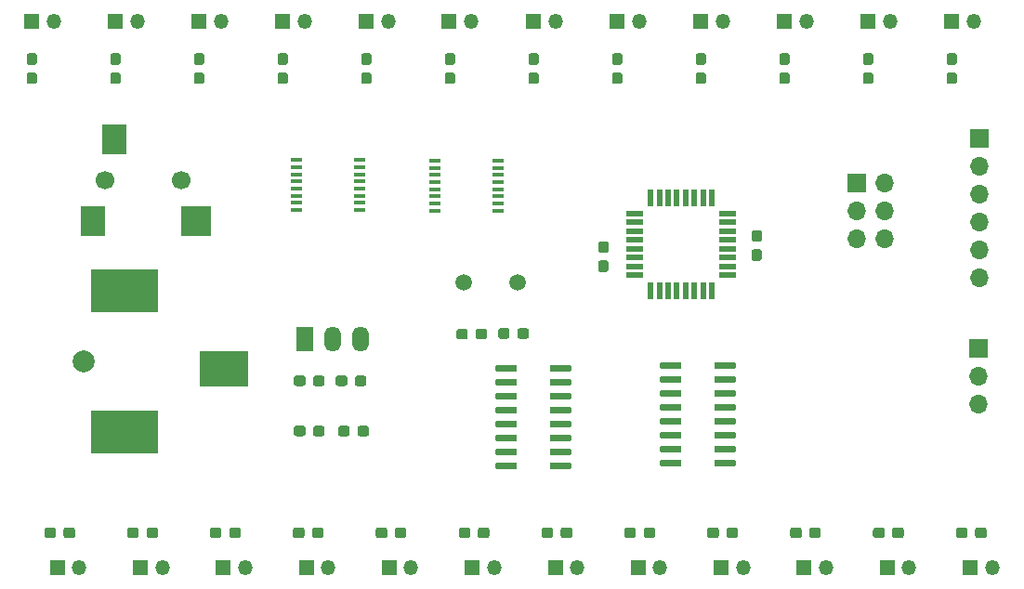
<source format=gbr>
G04 #@! TF.GenerationSoftware,KiCad,Pcbnew,5.1.5-52549c5~84~ubuntu18.04.1*
G04 #@! TF.CreationDate,2020-01-24T11:05:29-05:00*
G04 #@! TF.ProjectId,landfill_board_rev2,6c616e64-6669-46c6-9c5f-626f6172645f,rev?*
G04 #@! TF.SameCoordinates,Original*
G04 #@! TF.FileFunction,Soldermask,Top*
G04 #@! TF.FilePolarity,Negative*
%FSLAX46Y46*%
G04 Gerber Fmt 4.6, Leading zero omitted, Abs format (unit mm)*
G04 Created by KiCad (PCBNEW 5.1.5-52549c5~84~ubuntu18.04.1) date 2020-01-24 11:05:29*
%MOMM*%
%LPD*%
G04 APERTURE LIST*
%ADD10R,1.700000X1.700000*%
%ADD11O,1.700000X1.700000*%
%ADD12C,0.100000*%
%ADD13R,1.350000X1.350000*%
%ADD14O,1.350000X1.350000*%
%ADD15C,2.000000*%
%ADD16R,6.200000X3.900000*%
%ADD17R,4.400000X3.300000*%
%ADD18R,0.550000X1.600000*%
%ADD19R,1.600000X0.550000*%
%ADD20R,1.000000X0.400000*%
%ADD21R,1.500000X2.300000*%
%ADD22O,1.500000X2.300000*%
%ADD23C,1.700000*%
%ADD24R,2.800000X2.800000*%
%ADD25R,2.200000X2.800000*%
%ADD26C,1.500000*%
G04 APERTURE END LIST*
D10*
X137287000Y-131191000D03*
D11*
X137287000Y-133731000D03*
X137287000Y-136271000D03*
D12*
G36*
X103384779Y-121396144D02*
G01*
X103407834Y-121399563D01*
X103430443Y-121405227D01*
X103452387Y-121413079D01*
X103473457Y-121423044D01*
X103493448Y-121435026D01*
X103512168Y-121448910D01*
X103529438Y-121464562D01*
X103545090Y-121481832D01*
X103558974Y-121500552D01*
X103570956Y-121520543D01*
X103580921Y-121541613D01*
X103588773Y-121563557D01*
X103594437Y-121586166D01*
X103597856Y-121609221D01*
X103599000Y-121632500D01*
X103599000Y-122207500D01*
X103597856Y-122230779D01*
X103594437Y-122253834D01*
X103588773Y-122276443D01*
X103580921Y-122298387D01*
X103570956Y-122319457D01*
X103558974Y-122339448D01*
X103545090Y-122358168D01*
X103529438Y-122375438D01*
X103512168Y-122391090D01*
X103493448Y-122404974D01*
X103473457Y-122416956D01*
X103452387Y-122426921D01*
X103430443Y-122434773D01*
X103407834Y-122440437D01*
X103384779Y-122443856D01*
X103361500Y-122445000D01*
X102886500Y-122445000D01*
X102863221Y-122443856D01*
X102840166Y-122440437D01*
X102817557Y-122434773D01*
X102795613Y-122426921D01*
X102774543Y-122416956D01*
X102754552Y-122404974D01*
X102735832Y-122391090D01*
X102718562Y-122375438D01*
X102702910Y-122358168D01*
X102689026Y-122339448D01*
X102677044Y-122319457D01*
X102667079Y-122298387D01*
X102659227Y-122276443D01*
X102653563Y-122253834D01*
X102650144Y-122230779D01*
X102649000Y-122207500D01*
X102649000Y-121632500D01*
X102650144Y-121609221D01*
X102653563Y-121586166D01*
X102659227Y-121563557D01*
X102667079Y-121541613D01*
X102677044Y-121520543D01*
X102689026Y-121500552D01*
X102702910Y-121481832D01*
X102718562Y-121464562D01*
X102735832Y-121448910D01*
X102754552Y-121435026D01*
X102774543Y-121423044D01*
X102795613Y-121413079D01*
X102817557Y-121405227D01*
X102840166Y-121399563D01*
X102863221Y-121396144D01*
X102886500Y-121395000D01*
X103361500Y-121395000D01*
X103384779Y-121396144D01*
G37*
G36*
X103384779Y-123146144D02*
G01*
X103407834Y-123149563D01*
X103430443Y-123155227D01*
X103452387Y-123163079D01*
X103473457Y-123173044D01*
X103493448Y-123185026D01*
X103512168Y-123198910D01*
X103529438Y-123214562D01*
X103545090Y-123231832D01*
X103558974Y-123250552D01*
X103570956Y-123270543D01*
X103580921Y-123291613D01*
X103588773Y-123313557D01*
X103594437Y-123336166D01*
X103597856Y-123359221D01*
X103599000Y-123382500D01*
X103599000Y-123957500D01*
X103597856Y-123980779D01*
X103594437Y-124003834D01*
X103588773Y-124026443D01*
X103580921Y-124048387D01*
X103570956Y-124069457D01*
X103558974Y-124089448D01*
X103545090Y-124108168D01*
X103529438Y-124125438D01*
X103512168Y-124141090D01*
X103493448Y-124154974D01*
X103473457Y-124166956D01*
X103452387Y-124176921D01*
X103430443Y-124184773D01*
X103407834Y-124190437D01*
X103384779Y-124193856D01*
X103361500Y-124195000D01*
X102886500Y-124195000D01*
X102863221Y-124193856D01*
X102840166Y-124190437D01*
X102817557Y-124184773D01*
X102795613Y-124176921D01*
X102774543Y-124166956D01*
X102754552Y-124154974D01*
X102735832Y-124141090D01*
X102718562Y-124125438D01*
X102702910Y-124108168D01*
X102689026Y-124089448D01*
X102677044Y-124069457D01*
X102667079Y-124048387D01*
X102659227Y-124026443D01*
X102653563Y-124003834D01*
X102650144Y-123980779D01*
X102649000Y-123957500D01*
X102649000Y-123382500D01*
X102650144Y-123359221D01*
X102653563Y-123336166D01*
X102659227Y-123313557D01*
X102667079Y-123291613D01*
X102677044Y-123270543D01*
X102689026Y-123250552D01*
X102702910Y-123231832D01*
X102718562Y-123214562D01*
X102735832Y-123198910D01*
X102754552Y-123185026D01*
X102774543Y-123173044D01*
X102795613Y-123163079D01*
X102817557Y-123155227D01*
X102840166Y-123149563D01*
X102863221Y-123146144D01*
X102886500Y-123145000D01*
X103361500Y-123145000D01*
X103384779Y-123146144D01*
G37*
G36*
X117354779Y-122130144D02*
G01*
X117377834Y-122133563D01*
X117400443Y-122139227D01*
X117422387Y-122147079D01*
X117443457Y-122157044D01*
X117463448Y-122169026D01*
X117482168Y-122182910D01*
X117499438Y-122198562D01*
X117515090Y-122215832D01*
X117528974Y-122234552D01*
X117540956Y-122254543D01*
X117550921Y-122275613D01*
X117558773Y-122297557D01*
X117564437Y-122320166D01*
X117567856Y-122343221D01*
X117569000Y-122366500D01*
X117569000Y-122941500D01*
X117567856Y-122964779D01*
X117564437Y-122987834D01*
X117558773Y-123010443D01*
X117550921Y-123032387D01*
X117540956Y-123053457D01*
X117528974Y-123073448D01*
X117515090Y-123092168D01*
X117499438Y-123109438D01*
X117482168Y-123125090D01*
X117463448Y-123138974D01*
X117443457Y-123150956D01*
X117422387Y-123160921D01*
X117400443Y-123168773D01*
X117377834Y-123174437D01*
X117354779Y-123177856D01*
X117331500Y-123179000D01*
X116856500Y-123179000D01*
X116833221Y-123177856D01*
X116810166Y-123174437D01*
X116787557Y-123168773D01*
X116765613Y-123160921D01*
X116744543Y-123150956D01*
X116724552Y-123138974D01*
X116705832Y-123125090D01*
X116688562Y-123109438D01*
X116672910Y-123092168D01*
X116659026Y-123073448D01*
X116647044Y-123053457D01*
X116637079Y-123032387D01*
X116629227Y-123010443D01*
X116623563Y-122987834D01*
X116620144Y-122964779D01*
X116619000Y-122941500D01*
X116619000Y-122366500D01*
X116620144Y-122343221D01*
X116623563Y-122320166D01*
X116629227Y-122297557D01*
X116637079Y-122275613D01*
X116647044Y-122254543D01*
X116659026Y-122234552D01*
X116672910Y-122215832D01*
X116688562Y-122198562D01*
X116705832Y-122182910D01*
X116724552Y-122169026D01*
X116744543Y-122157044D01*
X116765613Y-122147079D01*
X116787557Y-122139227D01*
X116810166Y-122133563D01*
X116833221Y-122130144D01*
X116856500Y-122129000D01*
X117331500Y-122129000D01*
X117354779Y-122130144D01*
G37*
G36*
X117354779Y-120380144D02*
G01*
X117377834Y-120383563D01*
X117400443Y-120389227D01*
X117422387Y-120397079D01*
X117443457Y-120407044D01*
X117463448Y-120419026D01*
X117482168Y-120432910D01*
X117499438Y-120448562D01*
X117515090Y-120465832D01*
X117528974Y-120484552D01*
X117540956Y-120504543D01*
X117550921Y-120525613D01*
X117558773Y-120547557D01*
X117564437Y-120570166D01*
X117567856Y-120593221D01*
X117569000Y-120616500D01*
X117569000Y-121191500D01*
X117567856Y-121214779D01*
X117564437Y-121237834D01*
X117558773Y-121260443D01*
X117550921Y-121282387D01*
X117540956Y-121303457D01*
X117528974Y-121323448D01*
X117515090Y-121342168D01*
X117499438Y-121359438D01*
X117482168Y-121375090D01*
X117463448Y-121388974D01*
X117443457Y-121400956D01*
X117422387Y-121410921D01*
X117400443Y-121418773D01*
X117377834Y-121424437D01*
X117354779Y-121427856D01*
X117331500Y-121429000D01*
X116856500Y-121429000D01*
X116833221Y-121427856D01*
X116810166Y-121424437D01*
X116787557Y-121418773D01*
X116765613Y-121410921D01*
X116744543Y-121400956D01*
X116724552Y-121388974D01*
X116705832Y-121375090D01*
X116688562Y-121359438D01*
X116672910Y-121342168D01*
X116659026Y-121323448D01*
X116647044Y-121303457D01*
X116637079Y-121282387D01*
X116629227Y-121260443D01*
X116623563Y-121237834D01*
X116620144Y-121214779D01*
X116619000Y-121191500D01*
X116619000Y-120616500D01*
X116620144Y-120593221D01*
X116623563Y-120570166D01*
X116629227Y-120547557D01*
X116637079Y-120525613D01*
X116647044Y-120504543D01*
X116659026Y-120484552D01*
X116672910Y-120465832D01*
X116688562Y-120448562D01*
X116705832Y-120432910D01*
X116724552Y-120419026D01*
X116744543Y-120407044D01*
X116765613Y-120397079D01*
X116787557Y-120389227D01*
X116810166Y-120383563D01*
X116833221Y-120380144D01*
X116856500Y-120379000D01*
X117331500Y-120379000D01*
X117354779Y-120380144D01*
G37*
G36*
X75776779Y-133638144D02*
G01*
X75799834Y-133641563D01*
X75822443Y-133647227D01*
X75844387Y-133655079D01*
X75865457Y-133665044D01*
X75885448Y-133677026D01*
X75904168Y-133690910D01*
X75921438Y-133706562D01*
X75937090Y-133723832D01*
X75950974Y-133742552D01*
X75962956Y-133762543D01*
X75972921Y-133783613D01*
X75980773Y-133805557D01*
X75986437Y-133828166D01*
X75989856Y-133851221D01*
X75991000Y-133874500D01*
X75991000Y-134349500D01*
X75989856Y-134372779D01*
X75986437Y-134395834D01*
X75980773Y-134418443D01*
X75972921Y-134440387D01*
X75962956Y-134461457D01*
X75950974Y-134481448D01*
X75937090Y-134500168D01*
X75921438Y-134517438D01*
X75904168Y-134533090D01*
X75885448Y-134546974D01*
X75865457Y-134558956D01*
X75844387Y-134568921D01*
X75822443Y-134576773D01*
X75799834Y-134582437D01*
X75776779Y-134585856D01*
X75753500Y-134587000D01*
X75178500Y-134587000D01*
X75155221Y-134585856D01*
X75132166Y-134582437D01*
X75109557Y-134576773D01*
X75087613Y-134568921D01*
X75066543Y-134558956D01*
X75046552Y-134546974D01*
X75027832Y-134533090D01*
X75010562Y-134517438D01*
X74994910Y-134500168D01*
X74981026Y-134481448D01*
X74969044Y-134461457D01*
X74959079Y-134440387D01*
X74951227Y-134418443D01*
X74945563Y-134395834D01*
X74942144Y-134372779D01*
X74941000Y-134349500D01*
X74941000Y-133874500D01*
X74942144Y-133851221D01*
X74945563Y-133828166D01*
X74951227Y-133805557D01*
X74959079Y-133783613D01*
X74969044Y-133762543D01*
X74981026Y-133742552D01*
X74994910Y-133723832D01*
X75010562Y-133706562D01*
X75027832Y-133690910D01*
X75046552Y-133677026D01*
X75066543Y-133665044D01*
X75087613Y-133655079D01*
X75109557Y-133647227D01*
X75132166Y-133641563D01*
X75155221Y-133638144D01*
X75178500Y-133637000D01*
X75753500Y-133637000D01*
X75776779Y-133638144D01*
G37*
G36*
X77526779Y-133638144D02*
G01*
X77549834Y-133641563D01*
X77572443Y-133647227D01*
X77594387Y-133655079D01*
X77615457Y-133665044D01*
X77635448Y-133677026D01*
X77654168Y-133690910D01*
X77671438Y-133706562D01*
X77687090Y-133723832D01*
X77700974Y-133742552D01*
X77712956Y-133762543D01*
X77722921Y-133783613D01*
X77730773Y-133805557D01*
X77736437Y-133828166D01*
X77739856Y-133851221D01*
X77741000Y-133874500D01*
X77741000Y-134349500D01*
X77739856Y-134372779D01*
X77736437Y-134395834D01*
X77730773Y-134418443D01*
X77722921Y-134440387D01*
X77712956Y-134461457D01*
X77700974Y-134481448D01*
X77687090Y-134500168D01*
X77671438Y-134517438D01*
X77654168Y-134533090D01*
X77635448Y-134546974D01*
X77615457Y-134558956D01*
X77594387Y-134568921D01*
X77572443Y-134576773D01*
X77549834Y-134582437D01*
X77526779Y-134585856D01*
X77503500Y-134587000D01*
X76928500Y-134587000D01*
X76905221Y-134585856D01*
X76882166Y-134582437D01*
X76859557Y-134576773D01*
X76837613Y-134568921D01*
X76816543Y-134558956D01*
X76796552Y-134546974D01*
X76777832Y-134533090D01*
X76760562Y-134517438D01*
X76744910Y-134500168D01*
X76731026Y-134481448D01*
X76719044Y-134461457D01*
X76709079Y-134440387D01*
X76701227Y-134418443D01*
X76695563Y-134395834D01*
X76692144Y-134372779D01*
X76691000Y-134349500D01*
X76691000Y-133874500D01*
X76692144Y-133851221D01*
X76695563Y-133828166D01*
X76701227Y-133805557D01*
X76709079Y-133783613D01*
X76719044Y-133762543D01*
X76731026Y-133742552D01*
X76744910Y-133723832D01*
X76760562Y-133706562D01*
X76777832Y-133690910D01*
X76796552Y-133677026D01*
X76816543Y-133665044D01*
X76837613Y-133655079D01*
X76859557Y-133647227D01*
X76882166Y-133641563D01*
X76905221Y-133638144D01*
X76928500Y-133637000D01*
X77503500Y-133637000D01*
X77526779Y-133638144D01*
G37*
G36*
X79586779Y-133638144D02*
G01*
X79609834Y-133641563D01*
X79632443Y-133647227D01*
X79654387Y-133655079D01*
X79675457Y-133665044D01*
X79695448Y-133677026D01*
X79714168Y-133690910D01*
X79731438Y-133706562D01*
X79747090Y-133723832D01*
X79760974Y-133742552D01*
X79772956Y-133762543D01*
X79782921Y-133783613D01*
X79790773Y-133805557D01*
X79796437Y-133828166D01*
X79799856Y-133851221D01*
X79801000Y-133874500D01*
X79801000Y-134349500D01*
X79799856Y-134372779D01*
X79796437Y-134395834D01*
X79790773Y-134418443D01*
X79782921Y-134440387D01*
X79772956Y-134461457D01*
X79760974Y-134481448D01*
X79747090Y-134500168D01*
X79731438Y-134517438D01*
X79714168Y-134533090D01*
X79695448Y-134546974D01*
X79675457Y-134558956D01*
X79654387Y-134568921D01*
X79632443Y-134576773D01*
X79609834Y-134582437D01*
X79586779Y-134585856D01*
X79563500Y-134587000D01*
X78988500Y-134587000D01*
X78965221Y-134585856D01*
X78942166Y-134582437D01*
X78919557Y-134576773D01*
X78897613Y-134568921D01*
X78876543Y-134558956D01*
X78856552Y-134546974D01*
X78837832Y-134533090D01*
X78820562Y-134517438D01*
X78804910Y-134500168D01*
X78791026Y-134481448D01*
X78779044Y-134461457D01*
X78769079Y-134440387D01*
X78761227Y-134418443D01*
X78755563Y-134395834D01*
X78752144Y-134372779D01*
X78751000Y-134349500D01*
X78751000Y-133874500D01*
X78752144Y-133851221D01*
X78755563Y-133828166D01*
X78761227Y-133805557D01*
X78769079Y-133783613D01*
X78779044Y-133762543D01*
X78791026Y-133742552D01*
X78804910Y-133723832D01*
X78820562Y-133706562D01*
X78837832Y-133690910D01*
X78856552Y-133677026D01*
X78876543Y-133665044D01*
X78897613Y-133655079D01*
X78919557Y-133647227D01*
X78942166Y-133641563D01*
X78965221Y-133638144D01*
X78988500Y-133637000D01*
X79563500Y-133637000D01*
X79586779Y-133638144D01*
G37*
G36*
X81336779Y-133638144D02*
G01*
X81359834Y-133641563D01*
X81382443Y-133647227D01*
X81404387Y-133655079D01*
X81425457Y-133665044D01*
X81445448Y-133677026D01*
X81464168Y-133690910D01*
X81481438Y-133706562D01*
X81497090Y-133723832D01*
X81510974Y-133742552D01*
X81522956Y-133762543D01*
X81532921Y-133783613D01*
X81540773Y-133805557D01*
X81546437Y-133828166D01*
X81549856Y-133851221D01*
X81551000Y-133874500D01*
X81551000Y-134349500D01*
X81549856Y-134372779D01*
X81546437Y-134395834D01*
X81540773Y-134418443D01*
X81532921Y-134440387D01*
X81522956Y-134461457D01*
X81510974Y-134481448D01*
X81497090Y-134500168D01*
X81481438Y-134517438D01*
X81464168Y-134533090D01*
X81445448Y-134546974D01*
X81425457Y-134558956D01*
X81404387Y-134568921D01*
X81382443Y-134576773D01*
X81359834Y-134582437D01*
X81336779Y-134585856D01*
X81313500Y-134587000D01*
X80738500Y-134587000D01*
X80715221Y-134585856D01*
X80692166Y-134582437D01*
X80669557Y-134576773D01*
X80647613Y-134568921D01*
X80626543Y-134558956D01*
X80606552Y-134546974D01*
X80587832Y-134533090D01*
X80570562Y-134517438D01*
X80554910Y-134500168D01*
X80541026Y-134481448D01*
X80529044Y-134461457D01*
X80519079Y-134440387D01*
X80511227Y-134418443D01*
X80505563Y-134395834D01*
X80502144Y-134372779D01*
X80501000Y-134349500D01*
X80501000Y-133874500D01*
X80502144Y-133851221D01*
X80505563Y-133828166D01*
X80511227Y-133805557D01*
X80519079Y-133783613D01*
X80529044Y-133762543D01*
X80541026Y-133742552D01*
X80554910Y-133723832D01*
X80570562Y-133706562D01*
X80587832Y-133690910D01*
X80606552Y-133677026D01*
X80626543Y-133665044D01*
X80647613Y-133655079D01*
X80669557Y-133647227D01*
X80692166Y-133641563D01*
X80715221Y-133638144D01*
X80738500Y-133637000D01*
X81313500Y-133637000D01*
X81336779Y-133638144D01*
G37*
G36*
X75776779Y-138210144D02*
G01*
X75799834Y-138213563D01*
X75822443Y-138219227D01*
X75844387Y-138227079D01*
X75865457Y-138237044D01*
X75885448Y-138249026D01*
X75904168Y-138262910D01*
X75921438Y-138278562D01*
X75937090Y-138295832D01*
X75950974Y-138314552D01*
X75962956Y-138334543D01*
X75972921Y-138355613D01*
X75980773Y-138377557D01*
X75986437Y-138400166D01*
X75989856Y-138423221D01*
X75991000Y-138446500D01*
X75991000Y-138921500D01*
X75989856Y-138944779D01*
X75986437Y-138967834D01*
X75980773Y-138990443D01*
X75972921Y-139012387D01*
X75962956Y-139033457D01*
X75950974Y-139053448D01*
X75937090Y-139072168D01*
X75921438Y-139089438D01*
X75904168Y-139105090D01*
X75885448Y-139118974D01*
X75865457Y-139130956D01*
X75844387Y-139140921D01*
X75822443Y-139148773D01*
X75799834Y-139154437D01*
X75776779Y-139157856D01*
X75753500Y-139159000D01*
X75178500Y-139159000D01*
X75155221Y-139157856D01*
X75132166Y-139154437D01*
X75109557Y-139148773D01*
X75087613Y-139140921D01*
X75066543Y-139130956D01*
X75046552Y-139118974D01*
X75027832Y-139105090D01*
X75010562Y-139089438D01*
X74994910Y-139072168D01*
X74981026Y-139053448D01*
X74969044Y-139033457D01*
X74959079Y-139012387D01*
X74951227Y-138990443D01*
X74945563Y-138967834D01*
X74942144Y-138944779D01*
X74941000Y-138921500D01*
X74941000Y-138446500D01*
X74942144Y-138423221D01*
X74945563Y-138400166D01*
X74951227Y-138377557D01*
X74959079Y-138355613D01*
X74969044Y-138334543D01*
X74981026Y-138314552D01*
X74994910Y-138295832D01*
X75010562Y-138278562D01*
X75027832Y-138262910D01*
X75046552Y-138249026D01*
X75066543Y-138237044D01*
X75087613Y-138227079D01*
X75109557Y-138219227D01*
X75132166Y-138213563D01*
X75155221Y-138210144D01*
X75178500Y-138209000D01*
X75753500Y-138209000D01*
X75776779Y-138210144D01*
G37*
G36*
X77526779Y-138210144D02*
G01*
X77549834Y-138213563D01*
X77572443Y-138219227D01*
X77594387Y-138227079D01*
X77615457Y-138237044D01*
X77635448Y-138249026D01*
X77654168Y-138262910D01*
X77671438Y-138278562D01*
X77687090Y-138295832D01*
X77700974Y-138314552D01*
X77712956Y-138334543D01*
X77722921Y-138355613D01*
X77730773Y-138377557D01*
X77736437Y-138400166D01*
X77739856Y-138423221D01*
X77741000Y-138446500D01*
X77741000Y-138921500D01*
X77739856Y-138944779D01*
X77736437Y-138967834D01*
X77730773Y-138990443D01*
X77722921Y-139012387D01*
X77712956Y-139033457D01*
X77700974Y-139053448D01*
X77687090Y-139072168D01*
X77671438Y-139089438D01*
X77654168Y-139105090D01*
X77635448Y-139118974D01*
X77615457Y-139130956D01*
X77594387Y-139140921D01*
X77572443Y-139148773D01*
X77549834Y-139154437D01*
X77526779Y-139157856D01*
X77503500Y-139159000D01*
X76928500Y-139159000D01*
X76905221Y-139157856D01*
X76882166Y-139154437D01*
X76859557Y-139148773D01*
X76837613Y-139140921D01*
X76816543Y-139130956D01*
X76796552Y-139118974D01*
X76777832Y-139105090D01*
X76760562Y-139089438D01*
X76744910Y-139072168D01*
X76731026Y-139053448D01*
X76719044Y-139033457D01*
X76709079Y-139012387D01*
X76701227Y-138990443D01*
X76695563Y-138967834D01*
X76692144Y-138944779D01*
X76691000Y-138921500D01*
X76691000Y-138446500D01*
X76692144Y-138423221D01*
X76695563Y-138400166D01*
X76701227Y-138377557D01*
X76709079Y-138355613D01*
X76719044Y-138334543D01*
X76731026Y-138314552D01*
X76744910Y-138295832D01*
X76760562Y-138278562D01*
X76777832Y-138262910D01*
X76796552Y-138249026D01*
X76816543Y-138237044D01*
X76837613Y-138227079D01*
X76859557Y-138219227D01*
X76882166Y-138213563D01*
X76905221Y-138210144D01*
X76928500Y-138209000D01*
X77503500Y-138209000D01*
X77526779Y-138210144D01*
G37*
D13*
X53372000Y-151130000D03*
D14*
X55372000Y-151130000D03*
D13*
X60934272Y-151130000D03*
D14*
X62934272Y-151130000D03*
D13*
X68496544Y-151130000D03*
D14*
X70496544Y-151130000D03*
D13*
X76058816Y-151130000D03*
D14*
X78058816Y-151130000D03*
D13*
X83621088Y-151130000D03*
D14*
X85621088Y-151130000D03*
D13*
X91183360Y-151130000D03*
D14*
X93183360Y-151130000D03*
D13*
X98745632Y-151130000D03*
D14*
X100745632Y-151130000D03*
D10*
X137414000Y-112014000D03*
D11*
X137414000Y-114554000D03*
X137414000Y-117094000D03*
X137414000Y-119634000D03*
X137414000Y-122174000D03*
X137414000Y-124714000D03*
D14*
X108307904Y-151130000D03*
D13*
X106307904Y-151130000D03*
X113870176Y-151130000D03*
D14*
X115870176Y-151130000D03*
D13*
X121432448Y-151130000D03*
D14*
X123432448Y-151130000D03*
D13*
X128994720Y-151130000D03*
D14*
X130994720Y-151130000D03*
D13*
X136557000Y-151130000D03*
D14*
X138557000Y-151130000D03*
X53054000Y-101346000D03*
D13*
X51054000Y-101346000D03*
D14*
X60674000Y-101346000D03*
D13*
X58674000Y-101346000D03*
D14*
X68294000Y-101346000D03*
D13*
X66294000Y-101346000D03*
D14*
X75914000Y-101346000D03*
D13*
X73914000Y-101346000D03*
D14*
X83534000Y-101346000D03*
D13*
X81534000Y-101346000D03*
X89059000Y-101346000D03*
D14*
X91059000Y-101346000D03*
X98774000Y-101346000D03*
D13*
X96774000Y-101346000D03*
D14*
X106394000Y-101346000D03*
D13*
X104394000Y-101346000D03*
D14*
X114014000Y-101346000D03*
D13*
X112014000Y-101346000D03*
D14*
X121634000Y-101346000D03*
D13*
X119634000Y-101346000D03*
D14*
X129254000Y-101346000D03*
D13*
X127254000Y-101346000D03*
D14*
X136874000Y-101346000D03*
D13*
X134874000Y-101346000D03*
D10*
X126238000Y-116078000D03*
D11*
X128778000Y-116078000D03*
X126238000Y-118618000D03*
X128778000Y-118618000D03*
X126238000Y-121158000D03*
X128778000Y-121158000D03*
D15*
X55738000Y-132334000D03*
D16*
X59538000Y-138784000D03*
X59538000Y-125884000D03*
D17*
X68538000Y-133034000D03*
D12*
G36*
X54779779Y-147481144D02*
G01*
X54802834Y-147484563D01*
X54825443Y-147490227D01*
X54847387Y-147498079D01*
X54868457Y-147508044D01*
X54888448Y-147520026D01*
X54907168Y-147533910D01*
X54924438Y-147549562D01*
X54940090Y-147566832D01*
X54953974Y-147585552D01*
X54965956Y-147605543D01*
X54975921Y-147626613D01*
X54983773Y-147648557D01*
X54989437Y-147671166D01*
X54992856Y-147694221D01*
X54994000Y-147717500D01*
X54994000Y-148192500D01*
X54992856Y-148215779D01*
X54989437Y-148238834D01*
X54983773Y-148261443D01*
X54975921Y-148283387D01*
X54965956Y-148304457D01*
X54953974Y-148324448D01*
X54940090Y-148343168D01*
X54924438Y-148360438D01*
X54907168Y-148376090D01*
X54888448Y-148389974D01*
X54868457Y-148401956D01*
X54847387Y-148411921D01*
X54825443Y-148419773D01*
X54802834Y-148425437D01*
X54779779Y-148428856D01*
X54756500Y-148430000D01*
X54181500Y-148430000D01*
X54158221Y-148428856D01*
X54135166Y-148425437D01*
X54112557Y-148419773D01*
X54090613Y-148411921D01*
X54069543Y-148401956D01*
X54049552Y-148389974D01*
X54030832Y-148376090D01*
X54013562Y-148360438D01*
X53997910Y-148343168D01*
X53984026Y-148324448D01*
X53972044Y-148304457D01*
X53962079Y-148283387D01*
X53954227Y-148261443D01*
X53948563Y-148238834D01*
X53945144Y-148215779D01*
X53944000Y-148192500D01*
X53944000Y-147717500D01*
X53945144Y-147694221D01*
X53948563Y-147671166D01*
X53954227Y-147648557D01*
X53962079Y-147626613D01*
X53972044Y-147605543D01*
X53984026Y-147585552D01*
X53997910Y-147566832D01*
X54013562Y-147549562D01*
X54030832Y-147533910D01*
X54049552Y-147520026D01*
X54069543Y-147508044D01*
X54090613Y-147498079D01*
X54112557Y-147490227D01*
X54135166Y-147484563D01*
X54158221Y-147481144D01*
X54181500Y-147480000D01*
X54756500Y-147480000D01*
X54779779Y-147481144D01*
G37*
G36*
X53029779Y-147481144D02*
G01*
X53052834Y-147484563D01*
X53075443Y-147490227D01*
X53097387Y-147498079D01*
X53118457Y-147508044D01*
X53138448Y-147520026D01*
X53157168Y-147533910D01*
X53174438Y-147549562D01*
X53190090Y-147566832D01*
X53203974Y-147585552D01*
X53215956Y-147605543D01*
X53225921Y-147626613D01*
X53233773Y-147648557D01*
X53239437Y-147671166D01*
X53242856Y-147694221D01*
X53244000Y-147717500D01*
X53244000Y-148192500D01*
X53242856Y-148215779D01*
X53239437Y-148238834D01*
X53233773Y-148261443D01*
X53225921Y-148283387D01*
X53215956Y-148304457D01*
X53203974Y-148324448D01*
X53190090Y-148343168D01*
X53174438Y-148360438D01*
X53157168Y-148376090D01*
X53138448Y-148389974D01*
X53118457Y-148401956D01*
X53097387Y-148411921D01*
X53075443Y-148419773D01*
X53052834Y-148425437D01*
X53029779Y-148428856D01*
X53006500Y-148430000D01*
X52431500Y-148430000D01*
X52408221Y-148428856D01*
X52385166Y-148425437D01*
X52362557Y-148419773D01*
X52340613Y-148411921D01*
X52319543Y-148401956D01*
X52299552Y-148389974D01*
X52280832Y-148376090D01*
X52263562Y-148360438D01*
X52247910Y-148343168D01*
X52234026Y-148324448D01*
X52222044Y-148304457D01*
X52212079Y-148283387D01*
X52204227Y-148261443D01*
X52198563Y-148238834D01*
X52195144Y-148215779D01*
X52194000Y-148192500D01*
X52194000Y-147717500D01*
X52195144Y-147694221D01*
X52198563Y-147671166D01*
X52204227Y-147648557D01*
X52212079Y-147626613D01*
X52222044Y-147605543D01*
X52234026Y-147585552D01*
X52247910Y-147566832D01*
X52263562Y-147549562D01*
X52280832Y-147533910D01*
X52299552Y-147520026D01*
X52319543Y-147508044D01*
X52340613Y-147498079D01*
X52362557Y-147490227D01*
X52385166Y-147484563D01*
X52408221Y-147481144D01*
X52431500Y-147480000D01*
X53006500Y-147480000D01*
X53029779Y-147481144D01*
G37*
G36*
X62330506Y-147481144D02*
G01*
X62353561Y-147484563D01*
X62376170Y-147490227D01*
X62398114Y-147498079D01*
X62419184Y-147508044D01*
X62439175Y-147520026D01*
X62457895Y-147533910D01*
X62475165Y-147549562D01*
X62490817Y-147566832D01*
X62504701Y-147585552D01*
X62516683Y-147605543D01*
X62526648Y-147626613D01*
X62534500Y-147648557D01*
X62540164Y-147671166D01*
X62543583Y-147694221D01*
X62544727Y-147717500D01*
X62544727Y-148192500D01*
X62543583Y-148215779D01*
X62540164Y-148238834D01*
X62534500Y-148261443D01*
X62526648Y-148283387D01*
X62516683Y-148304457D01*
X62504701Y-148324448D01*
X62490817Y-148343168D01*
X62475165Y-148360438D01*
X62457895Y-148376090D01*
X62439175Y-148389974D01*
X62419184Y-148401956D01*
X62398114Y-148411921D01*
X62376170Y-148419773D01*
X62353561Y-148425437D01*
X62330506Y-148428856D01*
X62307227Y-148430000D01*
X61732227Y-148430000D01*
X61708948Y-148428856D01*
X61685893Y-148425437D01*
X61663284Y-148419773D01*
X61641340Y-148411921D01*
X61620270Y-148401956D01*
X61600279Y-148389974D01*
X61581559Y-148376090D01*
X61564289Y-148360438D01*
X61548637Y-148343168D01*
X61534753Y-148324448D01*
X61522771Y-148304457D01*
X61512806Y-148283387D01*
X61504954Y-148261443D01*
X61499290Y-148238834D01*
X61495871Y-148215779D01*
X61494727Y-148192500D01*
X61494727Y-147717500D01*
X61495871Y-147694221D01*
X61499290Y-147671166D01*
X61504954Y-147648557D01*
X61512806Y-147626613D01*
X61522771Y-147605543D01*
X61534753Y-147585552D01*
X61548637Y-147566832D01*
X61564289Y-147549562D01*
X61581559Y-147533910D01*
X61600279Y-147520026D01*
X61620270Y-147508044D01*
X61641340Y-147498079D01*
X61663284Y-147490227D01*
X61685893Y-147484563D01*
X61708948Y-147481144D01*
X61732227Y-147480000D01*
X62307227Y-147480000D01*
X62330506Y-147481144D01*
G37*
G36*
X60580506Y-147481144D02*
G01*
X60603561Y-147484563D01*
X60626170Y-147490227D01*
X60648114Y-147498079D01*
X60669184Y-147508044D01*
X60689175Y-147520026D01*
X60707895Y-147533910D01*
X60725165Y-147549562D01*
X60740817Y-147566832D01*
X60754701Y-147585552D01*
X60766683Y-147605543D01*
X60776648Y-147626613D01*
X60784500Y-147648557D01*
X60790164Y-147671166D01*
X60793583Y-147694221D01*
X60794727Y-147717500D01*
X60794727Y-148192500D01*
X60793583Y-148215779D01*
X60790164Y-148238834D01*
X60784500Y-148261443D01*
X60776648Y-148283387D01*
X60766683Y-148304457D01*
X60754701Y-148324448D01*
X60740817Y-148343168D01*
X60725165Y-148360438D01*
X60707895Y-148376090D01*
X60689175Y-148389974D01*
X60669184Y-148401956D01*
X60648114Y-148411921D01*
X60626170Y-148419773D01*
X60603561Y-148425437D01*
X60580506Y-148428856D01*
X60557227Y-148430000D01*
X59982227Y-148430000D01*
X59958948Y-148428856D01*
X59935893Y-148425437D01*
X59913284Y-148419773D01*
X59891340Y-148411921D01*
X59870270Y-148401956D01*
X59850279Y-148389974D01*
X59831559Y-148376090D01*
X59814289Y-148360438D01*
X59798637Y-148343168D01*
X59784753Y-148324448D01*
X59772771Y-148304457D01*
X59762806Y-148283387D01*
X59754954Y-148261443D01*
X59749290Y-148238834D01*
X59745871Y-148215779D01*
X59744727Y-148192500D01*
X59744727Y-147717500D01*
X59745871Y-147694221D01*
X59749290Y-147671166D01*
X59754954Y-147648557D01*
X59762806Y-147626613D01*
X59772771Y-147605543D01*
X59784753Y-147585552D01*
X59798637Y-147566832D01*
X59814289Y-147549562D01*
X59831559Y-147533910D01*
X59850279Y-147520026D01*
X59870270Y-147508044D01*
X59891340Y-147498079D01*
X59913284Y-147490227D01*
X59935893Y-147484563D01*
X59958948Y-147481144D01*
X59982227Y-147480000D01*
X60557227Y-147480000D01*
X60580506Y-147481144D01*
G37*
G36*
X69881233Y-147481144D02*
G01*
X69904288Y-147484563D01*
X69926897Y-147490227D01*
X69948841Y-147498079D01*
X69969911Y-147508044D01*
X69989902Y-147520026D01*
X70008622Y-147533910D01*
X70025892Y-147549562D01*
X70041544Y-147566832D01*
X70055428Y-147585552D01*
X70067410Y-147605543D01*
X70077375Y-147626613D01*
X70085227Y-147648557D01*
X70090891Y-147671166D01*
X70094310Y-147694221D01*
X70095454Y-147717500D01*
X70095454Y-148192500D01*
X70094310Y-148215779D01*
X70090891Y-148238834D01*
X70085227Y-148261443D01*
X70077375Y-148283387D01*
X70067410Y-148304457D01*
X70055428Y-148324448D01*
X70041544Y-148343168D01*
X70025892Y-148360438D01*
X70008622Y-148376090D01*
X69989902Y-148389974D01*
X69969911Y-148401956D01*
X69948841Y-148411921D01*
X69926897Y-148419773D01*
X69904288Y-148425437D01*
X69881233Y-148428856D01*
X69857954Y-148430000D01*
X69282954Y-148430000D01*
X69259675Y-148428856D01*
X69236620Y-148425437D01*
X69214011Y-148419773D01*
X69192067Y-148411921D01*
X69170997Y-148401956D01*
X69151006Y-148389974D01*
X69132286Y-148376090D01*
X69115016Y-148360438D01*
X69099364Y-148343168D01*
X69085480Y-148324448D01*
X69073498Y-148304457D01*
X69063533Y-148283387D01*
X69055681Y-148261443D01*
X69050017Y-148238834D01*
X69046598Y-148215779D01*
X69045454Y-148192500D01*
X69045454Y-147717500D01*
X69046598Y-147694221D01*
X69050017Y-147671166D01*
X69055681Y-147648557D01*
X69063533Y-147626613D01*
X69073498Y-147605543D01*
X69085480Y-147585552D01*
X69099364Y-147566832D01*
X69115016Y-147549562D01*
X69132286Y-147533910D01*
X69151006Y-147520026D01*
X69170997Y-147508044D01*
X69192067Y-147498079D01*
X69214011Y-147490227D01*
X69236620Y-147484563D01*
X69259675Y-147481144D01*
X69282954Y-147480000D01*
X69857954Y-147480000D01*
X69881233Y-147481144D01*
G37*
G36*
X68131233Y-147481144D02*
G01*
X68154288Y-147484563D01*
X68176897Y-147490227D01*
X68198841Y-147498079D01*
X68219911Y-147508044D01*
X68239902Y-147520026D01*
X68258622Y-147533910D01*
X68275892Y-147549562D01*
X68291544Y-147566832D01*
X68305428Y-147585552D01*
X68317410Y-147605543D01*
X68327375Y-147626613D01*
X68335227Y-147648557D01*
X68340891Y-147671166D01*
X68344310Y-147694221D01*
X68345454Y-147717500D01*
X68345454Y-148192500D01*
X68344310Y-148215779D01*
X68340891Y-148238834D01*
X68335227Y-148261443D01*
X68327375Y-148283387D01*
X68317410Y-148304457D01*
X68305428Y-148324448D01*
X68291544Y-148343168D01*
X68275892Y-148360438D01*
X68258622Y-148376090D01*
X68239902Y-148389974D01*
X68219911Y-148401956D01*
X68198841Y-148411921D01*
X68176897Y-148419773D01*
X68154288Y-148425437D01*
X68131233Y-148428856D01*
X68107954Y-148430000D01*
X67532954Y-148430000D01*
X67509675Y-148428856D01*
X67486620Y-148425437D01*
X67464011Y-148419773D01*
X67442067Y-148411921D01*
X67420997Y-148401956D01*
X67401006Y-148389974D01*
X67382286Y-148376090D01*
X67365016Y-148360438D01*
X67349364Y-148343168D01*
X67335480Y-148324448D01*
X67323498Y-148304457D01*
X67313533Y-148283387D01*
X67305681Y-148261443D01*
X67300017Y-148238834D01*
X67296598Y-148215779D01*
X67295454Y-148192500D01*
X67295454Y-147717500D01*
X67296598Y-147694221D01*
X67300017Y-147671166D01*
X67305681Y-147648557D01*
X67313533Y-147626613D01*
X67323498Y-147605543D01*
X67335480Y-147585552D01*
X67349364Y-147566832D01*
X67365016Y-147549562D01*
X67382286Y-147533910D01*
X67401006Y-147520026D01*
X67420997Y-147508044D01*
X67442067Y-147498079D01*
X67464011Y-147490227D01*
X67486620Y-147484563D01*
X67509675Y-147481144D01*
X67532954Y-147480000D01*
X68107954Y-147480000D01*
X68131233Y-147481144D01*
G37*
G36*
X77431960Y-147481144D02*
G01*
X77455015Y-147484563D01*
X77477624Y-147490227D01*
X77499568Y-147498079D01*
X77520638Y-147508044D01*
X77540629Y-147520026D01*
X77559349Y-147533910D01*
X77576619Y-147549562D01*
X77592271Y-147566832D01*
X77606155Y-147585552D01*
X77618137Y-147605543D01*
X77628102Y-147626613D01*
X77635954Y-147648557D01*
X77641618Y-147671166D01*
X77645037Y-147694221D01*
X77646181Y-147717500D01*
X77646181Y-148192500D01*
X77645037Y-148215779D01*
X77641618Y-148238834D01*
X77635954Y-148261443D01*
X77628102Y-148283387D01*
X77618137Y-148304457D01*
X77606155Y-148324448D01*
X77592271Y-148343168D01*
X77576619Y-148360438D01*
X77559349Y-148376090D01*
X77540629Y-148389974D01*
X77520638Y-148401956D01*
X77499568Y-148411921D01*
X77477624Y-148419773D01*
X77455015Y-148425437D01*
X77431960Y-148428856D01*
X77408681Y-148430000D01*
X76833681Y-148430000D01*
X76810402Y-148428856D01*
X76787347Y-148425437D01*
X76764738Y-148419773D01*
X76742794Y-148411921D01*
X76721724Y-148401956D01*
X76701733Y-148389974D01*
X76683013Y-148376090D01*
X76665743Y-148360438D01*
X76650091Y-148343168D01*
X76636207Y-148324448D01*
X76624225Y-148304457D01*
X76614260Y-148283387D01*
X76606408Y-148261443D01*
X76600744Y-148238834D01*
X76597325Y-148215779D01*
X76596181Y-148192500D01*
X76596181Y-147717500D01*
X76597325Y-147694221D01*
X76600744Y-147671166D01*
X76606408Y-147648557D01*
X76614260Y-147626613D01*
X76624225Y-147605543D01*
X76636207Y-147585552D01*
X76650091Y-147566832D01*
X76665743Y-147549562D01*
X76683013Y-147533910D01*
X76701733Y-147520026D01*
X76721724Y-147508044D01*
X76742794Y-147498079D01*
X76764738Y-147490227D01*
X76787347Y-147484563D01*
X76810402Y-147481144D01*
X76833681Y-147480000D01*
X77408681Y-147480000D01*
X77431960Y-147481144D01*
G37*
G36*
X75681960Y-147481144D02*
G01*
X75705015Y-147484563D01*
X75727624Y-147490227D01*
X75749568Y-147498079D01*
X75770638Y-147508044D01*
X75790629Y-147520026D01*
X75809349Y-147533910D01*
X75826619Y-147549562D01*
X75842271Y-147566832D01*
X75856155Y-147585552D01*
X75868137Y-147605543D01*
X75878102Y-147626613D01*
X75885954Y-147648557D01*
X75891618Y-147671166D01*
X75895037Y-147694221D01*
X75896181Y-147717500D01*
X75896181Y-148192500D01*
X75895037Y-148215779D01*
X75891618Y-148238834D01*
X75885954Y-148261443D01*
X75878102Y-148283387D01*
X75868137Y-148304457D01*
X75856155Y-148324448D01*
X75842271Y-148343168D01*
X75826619Y-148360438D01*
X75809349Y-148376090D01*
X75790629Y-148389974D01*
X75770638Y-148401956D01*
X75749568Y-148411921D01*
X75727624Y-148419773D01*
X75705015Y-148425437D01*
X75681960Y-148428856D01*
X75658681Y-148430000D01*
X75083681Y-148430000D01*
X75060402Y-148428856D01*
X75037347Y-148425437D01*
X75014738Y-148419773D01*
X74992794Y-148411921D01*
X74971724Y-148401956D01*
X74951733Y-148389974D01*
X74933013Y-148376090D01*
X74915743Y-148360438D01*
X74900091Y-148343168D01*
X74886207Y-148324448D01*
X74874225Y-148304457D01*
X74864260Y-148283387D01*
X74856408Y-148261443D01*
X74850744Y-148238834D01*
X74847325Y-148215779D01*
X74846181Y-148192500D01*
X74846181Y-147717500D01*
X74847325Y-147694221D01*
X74850744Y-147671166D01*
X74856408Y-147648557D01*
X74864260Y-147626613D01*
X74874225Y-147605543D01*
X74886207Y-147585552D01*
X74900091Y-147566832D01*
X74915743Y-147549562D01*
X74933013Y-147533910D01*
X74951733Y-147520026D01*
X74971724Y-147508044D01*
X74992794Y-147498079D01*
X75014738Y-147490227D01*
X75037347Y-147484563D01*
X75060402Y-147481144D01*
X75083681Y-147480000D01*
X75658681Y-147480000D01*
X75681960Y-147481144D01*
G37*
G36*
X84982687Y-147481144D02*
G01*
X85005742Y-147484563D01*
X85028351Y-147490227D01*
X85050295Y-147498079D01*
X85071365Y-147508044D01*
X85091356Y-147520026D01*
X85110076Y-147533910D01*
X85127346Y-147549562D01*
X85142998Y-147566832D01*
X85156882Y-147585552D01*
X85168864Y-147605543D01*
X85178829Y-147626613D01*
X85186681Y-147648557D01*
X85192345Y-147671166D01*
X85195764Y-147694221D01*
X85196908Y-147717500D01*
X85196908Y-148192500D01*
X85195764Y-148215779D01*
X85192345Y-148238834D01*
X85186681Y-148261443D01*
X85178829Y-148283387D01*
X85168864Y-148304457D01*
X85156882Y-148324448D01*
X85142998Y-148343168D01*
X85127346Y-148360438D01*
X85110076Y-148376090D01*
X85091356Y-148389974D01*
X85071365Y-148401956D01*
X85050295Y-148411921D01*
X85028351Y-148419773D01*
X85005742Y-148425437D01*
X84982687Y-148428856D01*
X84959408Y-148430000D01*
X84384408Y-148430000D01*
X84361129Y-148428856D01*
X84338074Y-148425437D01*
X84315465Y-148419773D01*
X84293521Y-148411921D01*
X84272451Y-148401956D01*
X84252460Y-148389974D01*
X84233740Y-148376090D01*
X84216470Y-148360438D01*
X84200818Y-148343168D01*
X84186934Y-148324448D01*
X84174952Y-148304457D01*
X84164987Y-148283387D01*
X84157135Y-148261443D01*
X84151471Y-148238834D01*
X84148052Y-148215779D01*
X84146908Y-148192500D01*
X84146908Y-147717500D01*
X84148052Y-147694221D01*
X84151471Y-147671166D01*
X84157135Y-147648557D01*
X84164987Y-147626613D01*
X84174952Y-147605543D01*
X84186934Y-147585552D01*
X84200818Y-147566832D01*
X84216470Y-147549562D01*
X84233740Y-147533910D01*
X84252460Y-147520026D01*
X84272451Y-147508044D01*
X84293521Y-147498079D01*
X84315465Y-147490227D01*
X84338074Y-147484563D01*
X84361129Y-147481144D01*
X84384408Y-147480000D01*
X84959408Y-147480000D01*
X84982687Y-147481144D01*
G37*
G36*
X83232687Y-147481144D02*
G01*
X83255742Y-147484563D01*
X83278351Y-147490227D01*
X83300295Y-147498079D01*
X83321365Y-147508044D01*
X83341356Y-147520026D01*
X83360076Y-147533910D01*
X83377346Y-147549562D01*
X83392998Y-147566832D01*
X83406882Y-147585552D01*
X83418864Y-147605543D01*
X83428829Y-147626613D01*
X83436681Y-147648557D01*
X83442345Y-147671166D01*
X83445764Y-147694221D01*
X83446908Y-147717500D01*
X83446908Y-148192500D01*
X83445764Y-148215779D01*
X83442345Y-148238834D01*
X83436681Y-148261443D01*
X83428829Y-148283387D01*
X83418864Y-148304457D01*
X83406882Y-148324448D01*
X83392998Y-148343168D01*
X83377346Y-148360438D01*
X83360076Y-148376090D01*
X83341356Y-148389974D01*
X83321365Y-148401956D01*
X83300295Y-148411921D01*
X83278351Y-148419773D01*
X83255742Y-148425437D01*
X83232687Y-148428856D01*
X83209408Y-148430000D01*
X82634408Y-148430000D01*
X82611129Y-148428856D01*
X82588074Y-148425437D01*
X82565465Y-148419773D01*
X82543521Y-148411921D01*
X82522451Y-148401956D01*
X82502460Y-148389974D01*
X82483740Y-148376090D01*
X82466470Y-148360438D01*
X82450818Y-148343168D01*
X82436934Y-148324448D01*
X82424952Y-148304457D01*
X82414987Y-148283387D01*
X82407135Y-148261443D01*
X82401471Y-148238834D01*
X82398052Y-148215779D01*
X82396908Y-148192500D01*
X82396908Y-147717500D01*
X82398052Y-147694221D01*
X82401471Y-147671166D01*
X82407135Y-147648557D01*
X82414987Y-147626613D01*
X82424952Y-147605543D01*
X82436934Y-147585552D01*
X82450818Y-147566832D01*
X82466470Y-147549562D01*
X82483740Y-147533910D01*
X82502460Y-147520026D01*
X82522451Y-147508044D01*
X82543521Y-147498079D01*
X82565465Y-147490227D01*
X82588074Y-147484563D01*
X82611129Y-147481144D01*
X82634408Y-147480000D01*
X83209408Y-147480000D01*
X83232687Y-147481144D01*
G37*
G36*
X92533414Y-147481144D02*
G01*
X92556469Y-147484563D01*
X92579078Y-147490227D01*
X92601022Y-147498079D01*
X92622092Y-147508044D01*
X92642083Y-147520026D01*
X92660803Y-147533910D01*
X92678073Y-147549562D01*
X92693725Y-147566832D01*
X92707609Y-147585552D01*
X92719591Y-147605543D01*
X92729556Y-147626613D01*
X92737408Y-147648557D01*
X92743072Y-147671166D01*
X92746491Y-147694221D01*
X92747635Y-147717500D01*
X92747635Y-148192500D01*
X92746491Y-148215779D01*
X92743072Y-148238834D01*
X92737408Y-148261443D01*
X92729556Y-148283387D01*
X92719591Y-148304457D01*
X92707609Y-148324448D01*
X92693725Y-148343168D01*
X92678073Y-148360438D01*
X92660803Y-148376090D01*
X92642083Y-148389974D01*
X92622092Y-148401956D01*
X92601022Y-148411921D01*
X92579078Y-148419773D01*
X92556469Y-148425437D01*
X92533414Y-148428856D01*
X92510135Y-148430000D01*
X91935135Y-148430000D01*
X91911856Y-148428856D01*
X91888801Y-148425437D01*
X91866192Y-148419773D01*
X91844248Y-148411921D01*
X91823178Y-148401956D01*
X91803187Y-148389974D01*
X91784467Y-148376090D01*
X91767197Y-148360438D01*
X91751545Y-148343168D01*
X91737661Y-148324448D01*
X91725679Y-148304457D01*
X91715714Y-148283387D01*
X91707862Y-148261443D01*
X91702198Y-148238834D01*
X91698779Y-148215779D01*
X91697635Y-148192500D01*
X91697635Y-147717500D01*
X91698779Y-147694221D01*
X91702198Y-147671166D01*
X91707862Y-147648557D01*
X91715714Y-147626613D01*
X91725679Y-147605543D01*
X91737661Y-147585552D01*
X91751545Y-147566832D01*
X91767197Y-147549562D01*
X91784467Y-147533910D01*
X91803187Y-147520026D01*
X91823178Y-147508044D01*
X91844248Y-147498079D01*
X91866192Y-147490227D01*
X91888801Y-147484563D01*
X91911856Y-147481144D01*
X91935135Y-147480000D01*
X92510135Y-147480000D01*
X92533414Y-147481144D01*
G37*
G36*
X90783414Y-147481144D02*
G01*
X90806469Y-147484563D01*
X90829078Y-147490227D01*
X90851022Y-147498079D01*
X90872092Y-147508044D01*
X90892083Y-147520026D01*
X90910803Y-147533910D01*
X90928073Y-147549562D01*
X90943725Y-147566832D01*
X90957609Y-147585552D01*
X90969591Y-147605543D01*
X90979556Y-147626613D01*
X90987408Y-147648557D01*
X90993072Y-147671166D01*
X90996491Y-147694221D01*
X90997635Y-147717500D01*
X90997635Y-148192500D01*
X90996491Y-148215779D01*
X90993072Y-148238834D01*
X90987408Y-148261443D01*
X90979556Y-148283387D01*
X90969591Y-148304457D01*
X90957609Y-148324448D01*
X90943725Y-148343168D01*
X90928073Y-148360438D01*
X90910803Y-148376090D01*
X90892083Y-148389974D01*
X90872092Y-148401956D01*
X90851022Y-148411921D01*
X90829078Y-148419773D01*
X90806469Y-148425437D01*
X90783414Y-148428856D01*
X90760135Y-148430000D01*
X90185135Y-148430000D01*
X90161856Y-148428856D01*
X90138801Y-148425437D01*
X90116192Y-148419773D01*
X90094248Y-148411921D01*
X90073178Y-148401956D01*
X90053187Y-148389974D01*
X90034467Y-148376090D01*
X90017197Y-148360438D01*
X90001545Y-148343168D01*
X89987661Y-148324448D01*
X89975679Y-148304457D01*
X89965714Y-148283387D01*
X89957862Y-148261443D01*
X89952198Y-148238834D01*
X89948779Y-148215779D01*
X89947635Y-148192500D01*
X89947635Y-147717500D01*
X89948779Y-147694221D01*
X89952198Y-147671166D01*
X89957862Y-147648557D01*
X89965714Y-147626613D01*
X89975679Y-147605543D01*
X89987661Y-147585552D01*
X90001545Y-147566832D01*
X90017197Y-147549562D01*
X90034467Y-147533910D01*
X90053187Y-147520026D01*
X90073178Y-147508044D01*
X90094248Y-147498079D01*
X90116192Y-147490227D01*
X90138801Y-147484563D01*
X90161856Y-147481144D01*
X90185135Y-147480000D01*
X90760135Y-147480000D01*
X90783414Y-147481144D01*
G37*
G36*
X100084141Y-147481144D02*
G01*
X100107196Y-147484563D01*
X100129805Y-147490227D01*
X100151749Y-147498079D01*
X100172819Y-147508044D01*
X100192810Y-147520026D01*
X100211530Y-147533910D01*
X100228800Y-147549562D01*
X100244452Y-147566832D01*
X100258336Y-147585552D01*
X100270318Y-147605543D01*
X100280283Y-147626613D01*
X100288135Y-147648557D01*
X100293799Y-147671166D01*
X100297218Y-147694221D01*
X100298362Y-147717500D01*
X100298362Y-148192500D01*
X100297218Y-148215779D01*
X100293799Y-148238834D01*
X100288135Y-148261443D01*
X100280283Y-148283387D01*
X100270318Y-148304457D01*
X100258336Y-148324448D01*
X100244452Y-148343168D01*
X100228800Y-148360438D01*
X100211530Y-148376090D01*
X100192810Y-148389974D01*
X100172819Y-148401956D01*
X100151749Y-148411921D01*
X100129805Y-148419773D01*
X100107196Y-148425437D01*
X100084141Y-148428856D01*
X100060862Y-148430000D01*
X99485862Y-148430000D01*
X99462583Y-148428856D01*
X99439528Y-148425437D01*
X99416919Y-148419773D01*
X99394975Y-148411921D01*
X99373905Y-148401956D01*
X99353914Y-148389974D01*
X99335194Y-148376090D01*
X99317924Y-148360438D01*
X99302272Y-148343168D01*
X99288388Y-148324448D01*
X99276406Y-148304457D01*
X99266441Y-148283387D01*
X99258589Y-148261443D01*
X99252925Y-148238834D01*
X99249506Y-148215779D01*
X99248362Y-148192500D01*
X99248362Y-147717500D01*
X99249506Y-147694221D01*
X99252925Y-147671166D01*
X99258589Y-147648557D01*
X99266441Y-147626613D01*
X99276406Y-147605543D01*
X99288388Y-147585552D01*
X99302272Y-147566832D01*
X99317924Y-147549562D01*
X99335194Y-147533910D01*
X99353914Y-147520026D01*
X99373905Y-147508044D01*
X99394975Y-147498079D01*
X99416919Y-147490227D01*
X99439528Y-147484563D01*
X99462583Y-147481144D01*
X99485862Y-147480000D01*
X100060862Y-147480000D01*
X100084141Y-147481144D01*
G37*
G36*
X98334141Y-147481144D02*
G01*
X98357196Y-147484563D01*
X98379805Y-147490227D01*
X98401749Y-147498079D01*
X98422819Y-147508044D01*
X98442810Y-147520026D01*
X98461530Y-147533910D01*
X98478800Y-147549562D01*
X98494452Y-147566832D01*
X98508336Y-147585552D01*
X98520318Y-147605543D01*
X98530283Y-147626613D01*
X98538135Y-147648557D01*
X98543799Y-147671166D01*
X98547218Y-147694221D01*
X98548362Y-147717500D01*
X98548362Y-148192500D01*
X98547218Y-148215779D01*
X98543799Y-148238834D01*
X98538135Y-148261443D01*
X98530283Y-148283387D01*
X98520318Y-148304457D01*
X98508336Y-148324448D01*
X98494452Y-148343168D01*
X98478800Y-148360438D01*
X98461530Y-148376090D01*
X98442810Y-148389974D01*
X98422819Y-148401956D01*
X98401749Y-148411921D01*
X98379805Y-148419773D01*
X98357196Y-148425437D01*
X98334141Y-148428856D01*
X98310862Y-148430000D01*
X97735862Y-148430000D01*
X97712583Y-148428856D01*
X97689528Y-148425437D01*
X97666919Y-148419773D01*
X97644975Y-148411921D01*
X97623905Y-148401956D01*
X97603914Y-148389974D01*
X97585194Y-148376090D01*
X97567924Y-148360438D01*
X97552272Y-148343168D01*
X97538388Y-148324448D01*
X97526406Y-148304457D01*
X97516441Y-148283387D01*
X97508589Y-148261443D01*
X97502925Y-148238834D01*
X97499506Y-148215779D01*
X97498362Y-148192500D01*
X97498362Y-147717500D01*
X97499506Y-147694221D01*
X97502925Y-147671166D01*
X97508589Y-147648557D01*
X97516441Y-147626613D01*
X97526406Y-147605543D01*
X97538388Y-147585552D01*
X97552272Y-147566832D01*
X97567924Y-147549562D01*
X97585194Y-147533910D01*
X97603914Y-147520026D01*
X97623905Y-147508044D01*
X97644975Y-147498079D01*
X97666919Y-147490227D01*
X97689528Y-147484563D01*
X97712583Y-147481144D01*
X97735862Y-147480000D01*
X98310862Y-147480000D01*
X98334141Y-147481144D01*
G37*
G36*
X105884868Y-147481144D02*
G01*
X105907923Y-147484563D01*
X105930532Y-147490227D01*
X105952476Y-147498079D01*
X105973546Y-147508044D01*
X105993537Y-147520026D01*
X106012257Y-147533910D01*
X106029527Y-147549562D01*
X106045179Y-147566832D01*
X106059063Y-147585552D01*
X106071045Y-147605543D01*
X106081010Y-147626613D01*
X106088862Y-147648557D01*
X106094526Y-147671166D01*
X106097945Y-147694221D01*
X106099089Y-147717500D01*
X106099089Y-148192500D01*
X106097945Y-148215779D01*
X106094526Y-148238834D01*
X106088862Y-148261443D01*
X106081010Y-148283387D01*
X106071045Y-148304457D01*
X106059063Y-148324448D01*
X106045179Y-148343168D01*
X106029527Y-148360438D01*
X106012257Y-148376090D01*
X105993537Y-148389974D01*
X105973546Y-148401956D01*
X105952476Y-148411921D01*
X105930532Y-148419773D01*
X105907923Y-148425437D01*
X105884868Y-148428856D01*
X105861589Y-148430000D01*
X105286589Y-148430000D01*
X105263310Y-148428856D01*
X105240255Y-148425437D01*
X105217646Y-148419773D01*
X105195702Y-148411921D01*
X105174632Y-148401956D01*
X105154641Y-148389974D01*
X105135921Y-148376090D01*
X105118651Y-148360438D01*
X105102999Y-148343168D01*
X105089115Y-148324448D01*
X105077133Y-148304457D01*
X105067168Y-148283387D01*
X105059316Y-148261443D01*
X105053652Y-148238834D01*
X105050233Y-148215779D01*
X105049089Y-148192500D01*
X105049089Y-147717500D01*
X105050233Y-147694221D01*
X105053652Y-147671166D01*
X105059316Y-147648557D01*
X105067168Y-147626613D01*
X105077133Y-147605543D01*
X105089115Y-147585552D01*
X105102999Y-147566832D01*
X105118651Y-147549562D01*
X105135921Y-147533910D01*
X105154641Y-147520026D01*
X105174632Y-147508044D01*
X105195702Y-147498079D01*
X105217646Y-147490227D01*
X105240255Y-147484563D01*
X105263310Y-147481144D01*
X105286589Y-147480000D01*
X105861589Y-147480000D01*
X105884868Y-147481144D01*
G37*
G36*
X107634868Y-147481144D02*
G01*
X107657923Y-147484563D01*
X107680532Y-147490227D01*
X107702476Y-147498079D01*
X107723546Y-147508044D01*
X107743537Y-147520026D01*
X107762257Y-147533910D01*
X107779527Y-147549562D01*
X107795179Y-147566832D01*
X107809063Y-147585552D01*
X107821045Y-147605543D01*
X107831010Y-147626613D01*
X107838862Y-147648557D01*
X107844526Y-147671166D01*
X107847945Y-147694221D01*
X107849089Y-147717500D01*
X107849089Y-148192500D01*
X107847945Y-148215779D01*
X107844526Y-148238834D01*
X107838862Y-148261443D01*
X107831010Y-148283387D01*
X107821045Y-148304457D01*
X107809063Y-148324448D01*
X107795179Y-148343168D01*
X107779527Y-148360438D01*
X107762257Y-148376090D01*
X107743537Y-148389974D01*
X107723546Y-148401956D01*
X107702476Y-148411921D01*
X107680532Y-148419773D01*
X107657923Y-148425437D01*
X107634868Y-148428856D01*
X107611589Y-148430000D01*
X107036589Y-148430000D01*
X107013310Y-148428856D01*
X106990255Y-148425437D01*
X106967646Y-148419773D01*
X106945702Y-148411921D01*
X106924632Y-148401956D01*
X106904641Y-148389974D01*
X106885921Y-148376090D01*
X106868651Y-148360438D01*
X106852999Y-148343168D01*
X106839115Y-148324448D01*
X106827133Y-148304457D01*
X106817168Y-148283387D01*
X106809316Y-148261443D01*
X106803652Y-148238834D01*
X106800233Y-148215779D01*
X106799089Y-148192500D01*
X106799089Y-147717500D01*
X106800233Y-147694221D01*
X106803652Y-147671166D01*
X106809316Y-147648557D01*
X106817168Y-147626613D01*
X106827133Y-147605543D01*
X106839115Y-147585552D01*
X106852999Y-147566832D01*
X106868651Y-147549562D01*
X106885921Y-147533910D01*
X106904641Y-147520026D01*
X106924632Y-147508044D01*
X106945702Y-147498079D01*
X106967646Y-147490227D01*
X106990255Y-147484563D01*
X107013310Y-147481144D01*
X107036589Y-147480000D01*
X107611589Y-147480000D01*
X107634868Y-147481144D01*
G37*
G36*
X113435595Y-147481144D02*
G01*
X113458650Y-147484563D01*
X113481259Y-147490227D01*
X113503203Y-147498079D01*
X113524273Y-147508044D01*
X113544264Y-147520026D01*
X113562984Y-147533910D01*
X113580254Y-147549562D01*
X113595906Y-147566832D01*
X113609790Y-147585552D01*
X113621772Y-147605543D01*
X113631737Y-147626613D01*
X113639589Y-147648557D01*
X113645253Y-147671166D01*
X113648672Y-147694221D01*
X113649816Y-147717500D01*
X113649816Y-148192500D01*
X113648672Y-148215779D01*
X113645253Y-148238834D01*
X113639589Y-148261443D01*
X113631737Y-148283387D01*
X113621772Y-148304457D01*
X113609790Y-148324448D01*
X113595906Y-148343168D01*
X113580254Y-148360438D01*
X113562984Y-148376090D01*
X113544264Y-148389974D01*
X113524273Y-148401956D01*
X113503203Y-148411921D01*
X113481259Y-148419773D01*
X113458650Y-148425437D01*
X113435595Y-148428856D01*
X113412316Y-148430000D01*
X112837316Y-148430000D01*
X112814037Y-148428856D01*
X112790982Y-148425437D01*
X112768373Y-148419773D01*
X112746429Y-148411921D01*
X112725359Y-148401956D01*
X112705368Y-148389974D01*
X112686648Y-148376090D01*
X112669378Y-148360438D01*
X112653726Y-148343168D01*
X112639842Y-148324448D01*
X112627860Y-148304457D01*
X112617895Y-148283387D01*
X112610043Y-148261443D01*
X112604379Y-148238834D01*
X112600960Y-148215779D01*
X112599816Y-148192500D01*
X112599816Y-147717500D01*
X112600960Y-147694221D01*
X112604379Y-147671166D01*
X112610043Y-147648557D01*
X112617895Y-147626613D01*
X112627860Y-147605543D01*
X112639842Y-147585552D01*
X112653726Y-147566832D01*
X112669378Y-147549562D01*
X112686648Y-147533910D01*
X112705368Y-147520026D01*
X112725359Y-147508044D01*
X112746429Y-147498079D01*
X112768373Y-147490227D01*
X112790982Y-147484563D01*
X112814037Y-147481144D01*
X112837316Y-147480000D01*
X113412316Y-147480000D01*
X113435595Y-147481144D01*
G37*
G36*
X115185595Y-147481144D02*
G01*
X115208650Y-147484563D01*
X115231259Y-147490227D01*
X115253203Y-147498079D01*
X115274273Y-147508044D01*
X115294264Y-147520026D01*
X115312984Y-147533910D01*
X115330254Y-147549562D01*
X115345906Y-147566832D01*
X115359790Y-147585552D01*
X115371772Y-147605543D01*
X115381737Y-147626613D01*
X115389589Y-147648557D01*
X115395253Y-147671166D01*
X115398672Y-147694221D01*
X115399816Y-147717500D01*
X115399816Y-148192500D01*
X115398672Y-148215779D01*
X115395253Y-148238834D01*
X115389589Y-148261443D01*
X115381737Y-148283387D01*
X115371772Y-148304457D01*
X115359790Y-148324448D01*
X115345906Y-148343168D01*
X115330254Y-148360438D01*
X115312984Y-148376090D01*
X115294264Y-148389974D01*
X115274273Y-148401956D01*
X115253203Y-148411921D01*
X115231259Y-148419773D01*
X115208650Y-148425437D01*
X115185595Y-148428856D01*
X115162316Y-148430000D01*
X114587316Y-148430000D01*
X114564037Y-148428856D01*
X114540982Y-148425437D01*
X114518373Y-148419773D01*
X114496429Y-148411921D01*
X114475359Y-148401956D01*
X114455368Y-148389974D01*
X114436648Y-148376090D01*
X114419378Y-148360438D01*
X114403726Y-148343168D01*
X114389842Y-148324448D01*
X114377860Y-148304457D01*
X114367895Y-148283387D01*
X114360043Y-148261443D01*
X114354379Y-148238834D01*
X114350960Y-148215779D01*
X114349816Y-148192500D01*
X114349816Y-147717500D01*
X114350960Y-147694221D01*
X114354379Y-147671166D01*
X114360043Y-147648557D01*
X114367895Y-147626613D01*
X114377860Y-147605543D01*
X114389842Y-147585552D01*
X114403726Y-147566832D01*
X114419378Y-147549562D01*
X114436648Y-147533910D01*
X114455368Y-147520026D01*
X114475359Y-147508044D01*
X114496429Y-147498079D01*
X114518373Y-147490227D01*
X114540982Y-147484563D01*
X114564037Y-147481144D01*
X114587316Y-147480000D01*
X115162316Y-147480000D01*
X115185595Y-147481144D01*
G37*
G36*
X120986322Y-147481144D02*
G01*
X121009377Y-147484563D01*
X121031986Y-147490227D01*
X121053930Y-147498079D01*
X121075000Y-147508044D01*
X121094991Y-147520026D01*
X121113711Y-147533910D01*
X121130981Y-147549562D01*
X121146633Y-147566832D01*
X121160517Y-147585552D01*
X121172499Y-147605543D01*
X121182464Y-147626613D01*
X121190316Y-147648557D01*
X121195980Y-147671166D01*
X121199399Y-147694221D01*
X121200543Y-147717500D01*
X121200543Y-148192500D01*
X121199399Y-148215779D01*
X121195980Y-148238834D01*
X121190316Y-148261443D01*
X121182464Y-148283387D01*
X121172499Y-148304457D01*
X121160517Y-148324448D01*
X121146633Y-148343168D01*
X121130981Y-148360438D01*
X121113711Y-148376090D01*
X121094991Y-148389974D01*
X121075000Y-148401956D01*
X121053930Y-148411921D01*
X121031986Y-148419773D01*
X121009377Y-148425437D01*
X120986322Y-148428856D01*
X120963043Y-148430000D01*
X120388043Y-148430000D01*
X120364764Y-148428856D01*
X120341709Y-148425437D01*
X120319100Y-148419773D01*
X120297156Y-148411921D01*
X120276086Y-148401956D01*
X120256095Y-148389974D01*
X120237375Y-148376090D01*
X120220105Y-148360438D01*
X120204453Y-148343168D01*
X120190569Y-148324448D01*
X120178587Y-148304457D01*
X120168622Y-148283387D01*
X120160770Y-148261443D01*
X120155106Y-148238834D01*
X120151687Y-148215779D01*
X120150543Y-148192500D01*
X120150543Y-147717500D01*
X120151687Y-147694221D01*
X120155106Y-147671166D01*
X120160770Y-147648557D01*
X120168622Y-147626613D01*
X120178587Y-147605543D01*
X120190569Y-147585552D01*
X120204453Y-147566832D01*
X120220105Y-147549562D01*
X120237375Y-147533910D01*
X120256095Y-147520026D01*
X120276086Y-147508044D01*
X120297156Y-147498079D01*
X120319100Y-147490227D01*
X120341709Y-147484563D01*
X120364764Y-147481144D01*
X120388043Y-147480000D01*
X120963043Y-147480000D01*
X120986322Y-147481144D01*
G37*
G36*
X122736322Y-147481144D02*
G01*
X122759377Y-147484563D01*
X122781986Y-147490227D01*
X122803930Y-147498079D01*
X122825000Y-147508044D01*
X122844991Y-147520026D01*
X122863711Y-147533910D01*
X122880981Y-147549562D01*
X122896633Y-147566832D01*
X122910517Y-147585552D01*
X122922499Y-147605543D01*
X122932464Y-147626613D01*
X122940316Y-147648557D01*
X122945980Y-147671166D01*
X122949399Y-147694221D01*
X122950543Y-147717500D01*
X122950543Y-148192500D01*
X122949399Y-148215779D01*
X122945980Y-148238834D01*
X122940316Y-148261443D01*
X122932464Y-148283387D01*
X122922499Y-148304457D01*
X122910517Y-148324448D01*
X122896633Y-148343168D01*
X122880981Y-148360438D01*
X122863711Y-148376090D01*
X122844991Y-148389974D01*
X122825000Y-148401956D01*
X122803930Y-148411921D01*
X122781986Y-148419773D01*
X122759377Y-148425437D01*
X122736322Y-148428856D01*
X122713043Y-148430000D01*
X122138043Y-148430000D01*
X122114764Y-148428856D01*
X122091709Y-148425437D01*
X122069100Y-148419773D01*
X122047156Y-148411921D01*
X122026086Y-148401956D01*
X122006095Y-148389974D01*
X121987375Y-148376090D01*
X121970105Y-148360438D01*
X121954453Y-148343168D01*
X121940569Y-148324448D01*
X121928587Y-148304457D01*
X121918622Y-148283387D01*
X121910770Y-148261443D01*
X121905106Y-148238834D01*
X121901687Y-148215779D01*
X121900543Y-148192500D01*
X121900543Y-147717500D01*
X121901687Y-147694221D01*
X121905106Y-147671166D01*
X121910770Y-147648557D01*
X121918622Y-147626613D01*
X121928587Y-147605543D01*
X121940569Y-147585552D01*
X121954453Y-147566832D01*
X121970105Y-147549562D01*
X121987375Y-147533910D01*
X122006095Y-147520026D01*
X122026086Y-147508044D01*
X122047156Y-147498079D01*
X122069100Y-147490227D01*
X122091709Y-147484563D01*
X122114764Y-147481144D01*
X122138043Y-147480000D01*
X122713043Y-147480000D01*
X122736322Y-147481144D01*
G37*
G36*
X128537049Y-147481144D02*
G01*
X128560104Y-147484563D01*
X128582713Y-147490227D01*
X128604657Y-147498079D01*
X128625727Y-147508044D01*
X128645718Y-147520026D01*
X128664438Y-147533910D01*
X128681708Y-147549562D01*
X128697360Y-147566832D01*
X128711244Y-147585552D01*
X128723226Y-147605543D01*
X128733191Y-147626613D01*
X128741043Y-147648557D01*
X128746707Y-147671166D01*
X128750126Y-147694221D01*
X128751270Y-147717500D01*
X128751270Y-148192500D01*
X128750126Y-148215779D01*
X128746707Y-148238834D01*
X128741043Y-148261443D01*
X128733191Y-148283387D01*
X128723226Y-148304457D01*
X128711244Y-148324448D01*
X128697360Y-148343168D01*
X128681708Y-148360438D01*
X128664438Y-148376090D01*
X128645718Y-148389974D01*
X128625727Y-148401956D01*
X128604657Y-148411921D01*
X128582713Y-148419773D01*
X128560104Y-148425437D01*
X128537049Y-148428856D01*
X128513770Y-148430000D01*
X127938770Y-148430000D01*
X127915491Y-148428856D01*
X127892436Y-148425437D01*
X127869827Y-148419773D01*
X127847883Y-148411921D01*
X127826813Y-148401956D01*
X127806822Y-148389974D01*
X127788102Y-148376090D01*
X127770832Y-148360438D01*
X127755180Y-148343168D01*
X127741296Y-148324448D01*
X127729314Y-148304457D01*
X127719349Y-148283387D01*
X127711497Y-148261443D01*
X127705833Y-148238834D01*
X127702414Y-148215779D01*
X127701270Y-148192500D01*
X127701270Y-147717500D01*
X127702414Y-147694221D01*
X127705833Y-147671166D01*
X127711497Y-147648557D01*
X127719349Y-147626613D01*
X127729314Y-147605543D01*
X127741296Y-147585552D01*
X127755180Y-147566832D01*
X127770832Y-147549562D01*
X127788102Y-147533910D01*
X127806822Y-147520026D01*
X127826813Y-147508044D01*
X127847883Y-147498079D01*
X127869827Y-147490227D01*
X127892436Y-147484563D01*
X127915491Y-147481144D01*
X127938770Y-147480000D01*
X128513770Y-147480000D01*
X128537049Y-147481144D01*
G37*
G36*
X130287049Y-147481144D02*
G01*
X130310104Y-147484563D01*
X130332713Y-147490227D01*
X130354657Y-147498079D01*
X130375727Y-147508044D01*
X130395718Y-147520026D01*
X130414438Y-147533910D01*
X130431708Y-147549562D01*
X130447360Y-147566832D01*
X130461244Y-147585552D01*
X130473226Y-147605543D01*
X130483191Y-147626613D01*
X130491043Y-147648557D01*
X130496707Y-147671166D01*
X130500126Y-147694221D01*
X130501270Y-147717500D01*
X130501270Y-148192500D01*
X130500126Y-148215779D01*
X130496707Y-148238834D01*
X130491043Y-148261443D01*
X130483191Y-148283387D01*
X130473226Y-148304457D01*
X130461244Y-148324448D01*
X130447360Y-148343168D01*
X130431708Y-148360438D01*
X130414438Y-148376090D01*
X130395718Y-148389974D01*
X130375727Y-148401956D01*
X130354657Y-148411921D01*
X130332713Y-148419773D01*
X130310104Y-148425437D01*
X130287049Y-148428856D01*
X130263770Y-148430000D01*
X129688770Y-148430000D01*
X129665491Y-148428856D01*
X129642436Y-148425437D01*
X129619827Y-148419773D01*
X129597883Y-148411921D01*
X129576813Y-148401956D01*
X129556822Y-148389974D01*
X129538102Y-148376090D01*
X129520832Y-148360438D01*
X129505180Y-148343168D01*
X129491296Y-148324448D01*
X129479314Y-148304457D01*
X129469349Y-148283387D01*
X129461497Y-148261443D01*
X129455833Y-148238834D01*
X129452414Y-148215779D01*
X129451270Y-148192500D01*
X129451270Y-147717500D01*
X129452414Y-147694221D01*
X129455833Y-147671166D01*
X129461497Y-147648557D01*
X129469349Y-147626613D01*
X129479314Y-147605543D01*
X129491296Y-147585552D01*
X129505180Y-147566832D01*
X129520832Y-147549562D01*
X129538102Y-147533910D01*
X129556822Y-147520026D01*
X129576813Y-147508044D01*
X129597883Y-147498079D01*
X129619827Y-147490227D01*
X129642436Y-147484563D01*
X129665491Y-147481144D01*
X129688770Y-147480000D01*
X130263770Y-147480000D01*
X130287049Y-147481144D01*
G37*
G36*
X136087779Y-147481144D02*
G01*
X136110834Y-147484563D01*
X136133443Y-147490227D01*
X136155387Y-147498079D01*
X136176457Y-147508044D01*
X136196448Y-147520026D01*
X136215168Y-147533910D01*
X136232438Y-147549562D01*
X136248090Y-147566832D01*
X136261974Y-147585552D01*
X136273956Y-147605543D01*
X136283921Y-147626613D01*
X136291773Y-147648557D01*
X136297437Y-147671166D01*
X136300856Y-147694221D01*
X136302000Y-147717500D01*
X136302000Y-148192500D01*
X136300856Y-148215779D01*
X136297437Y-148238834D01*
X136291773Y-148261443D01*
X136283921Y-148283387D01*
X136273956Y-148304457D01*
X136261974Y-148324448D01*
X136248090Y-148343168D01*
X136232438Y-148360438D01*
X136215168Y-148376090D01*
X136196448Y-148389974D01*
X136176457Y-148401956D01*
X136155387Y-148411921D01*
X136133443Y-148419773D01*
X136110834Y-148425437D01*
X136087779Y-148428856D01*
X136064500Y-148430000D01*
X135489500Y-148430000D01*
X135466221Y-148428856D01*
X135443166Y-148425437D01*
X135420557Y-148419773D01*
X135398613Y-148411921D01*
X135377543Y-148401956D01*
X135357552Y-148389974D01*
X135338832Y-148376090D01*
X135321562Y-148360438D01*
X135305910Y-148343168D01*
X135292026Y-148324448D01*
X135280044Y-148304457D01*
X135270079Y-148283387D01*
X135262227Y-148261443D01*
X135256563Y-148238834D01*
X135253144Y-148215779D01*
X135252000Y-148192500D01*
X135252000Y-147717500D01*
X135253144Y-147694221D01*
X135256563Y-147671166D01*
X135262227Y-147648557D01*
X135270079Y-147626613D01*
X135280044Y-147605543D01*
X135292026Y-147585552D01*
X135305910Y-147566832D01*
X135321562Y-147549562D01*
X135338832Y-147533910D01*
X135357552Y-147520026D01*
X135377543Y-147508044D01*
X135398613Y-147498079D01*
X135420557Y-147490227D01*
X135443166Y-147484563D01*
X135466221Y-147481144D01*
X135489500Y-147480000D01*
X136064500Y-147480000D01*
X136087779Y-147481144D01*
G37*
G36*
X137837779Y-147481144D02*
G01*
X137860834Y-147484563D01*
X137883443Y-147490227D01*
X137905387Y-147498079D01*
X137926457Y-147508044D01*
X137946448Y-147520026D01*
X137965168Y-147533910D01*
X137982438Y-147549562D01*
X137998090Y-147566832D01*
X138011974Y-147585552D01*
X138023956Y-147605543D01*
X138033921Y-147626613D01*
X138041773Y-147648557D01*
X138047437Y-147671166D01*
X138050856Y-147694221D01*
X138052000Y-147717500D01*
X138052000Y-148192500D01*
X138050856Y-148215779D01*
X138047437Y-148238834D01*
X138041773Y-148261443D01*
X138033921Y-148283387D01*
X138023956Y-148304457D01*
X138011974Y-148324448D01*
X137998090Y-148343168D01*
X137982438Y-148360438D01*
X137965168Y-148376090D01*
X137946448Y-148389974D01*
X137926457Y-148401956D01*
X137905387Y-148411921D01*
X137883443Y-148419773D01*
X137860834Y-148425437D01*
X137837779Y-148428856D01*
X137814500Y-148430000D01*
X137239500Y-148430000D01*
X137216221Y-148428856D01*
X137193166Y-148425437D01*
X137170557Y-148419773D01*
X137148613Y-148411921D01*
X137127543Y-148401956D01*
X137107552Y-148389974D01*
X137088832Y-148376090D01*
X137071562Y-148360438D01*
X137055910Y-148343168D01*
X137042026Y-148324448D01*
X137030044Y-148304457D01*
X137020079Y-148283387D01*
X137012227Y-148261443D01*
X137006563Y-148238834D01*
X137003144Y-148215779D01*
X137002000Y-148192500D01*
X137002000Y-147717500D01*
X137003144Y-147694221D01*
X137006563Y-147671166D01*
X137012227Y-147648557D01*
X137020079Y-147626613D01*
X137030044Y-147605543D01*
X137042026Y-147585552D01*
X137055910Y-147566832D01*
X137071562Y-147549562D01*
X137088832Y-147533910D01*
X137107552Y-147520026D01*
X137127543Y-147508044D01*
X137148613Y-147498079D01*
X137170557Y-147490227D01*
X137193166Y-147484563D01*
X137216221Y-147481144D01*
X137239500Y-147480000D01*
X137814500Y-147480000D01*
X137837779Y-147481144D01*
G37*
G36*
X51314779Y-104265144D02*
G01*
X51337834Y-104268563D01*
X51360443Y-104274227D01*
X51382387Y-104282079D01*
X51403457Y-104292044D01*
X51423448Y-104304026D01*
X51442168Y-104317910D01*
X51459438Y-104333562D01*
X51475090Y-104350832D01*
X51488974Y-104369552D01*
X51500956Y-104389543D01*
X51510921Y-104410613D01*
X51518773Y-104432557D01*
X51524437Y-104455166D01*
X51527856Y-104478221D01*
X51529000Y-104501500D01*
X51529000Y-105076500D01*
X51527856Y-105099779D01*
X51524437Y-105122834D01*
X51518773Y-105145443D01*
X51510921Y-105167387D01*
X51500956Y-105188457D01*
X51488974Y-105208448D01*
X51475090Y-105227168D01*
X51459438Y-105244438D01*
X51442168Y-105260090D01*
X51423448Y-105273974D01*
X51403457Y-105285956D01*
X51382387Y-105295921D01*
X51360443Y-105303773D01*
X51337834Y-105309437D01*
X51314779Y-105312856D01*
X51291500Y-105314000D01*
X50816500Y-105314000D01*
X50793221Y-105312856D01*
X50770166Y-105309437D01*
X50747557Y-105303773D01*
X50725613Y-105295921D01*
X50704543Y-105285956D01*
X50684552Y-105273974D01*
X50665832Y-105260090D01*
X50648562Y-105244438D01*
X50632910Y-105227168D01*
X50619026Y-105208448D01*
X50607044Y-105188457D01*
X50597079Y-105167387D01*
X50589227Y-105145443D01*
X50583563Y-105122834D01*
X50580144Y-105099779D01*
X50579000Y-105076500D01*
X50579000Y-104501500D01*
X50580144Y-104478221D01*
X50583563Y-104455166D01*
X50589227Y-104432557D01*
X50597079Y-104410613D01*
X50607044Y-104389543D01*
X50619026Y-104369552D01*
X50632910Y-104350832D01*
X50648562Y-104333562D01*
X50665832Y-104317910D01*
X50684552Y-104304026D01*
X50704543Y-104292044D01*
X50725613Y-104282079D01*
X50747557Y-104274227D01*
X50770166Y-104268563D01*
X50793221Y-104265144D01*
X50816500Y-104264000D01*
X51291500Y-104264000D01*
X51314779Y-104265144D01*
G37*
G36*
X51314779Y-106015144D02*
G01*
X51337834Y-106018563D01*
X51360443Y-106024227D01*
X51382387Y-106032079D01*
X51403457Y-106042044D01*
X51423448Y-106054026D01*
X51442168Y-106067910D01*
X51459438Y-106083562D01*
X51475090Y-106100832D01*
X51488974Y-106119552D01*
X51500956Y-106139543D01*
X51510921Y-106160613D01*
X51518773Y-106182557D01*
X51524437Y-106205166D01*
X51527856Y-106228221D01*
X51529000Y-106251500D01*
X51529000Y-106826500D01*
X51527856Y-106849779D01*
X51524437Y-106872834D01*
X51518773Y-106895443D01*
X51510921Y-106917387D01*
X51500956Y-106938457D01*
X51488974Y-106958448D01*
X51475090Y-106977168D01*
X51459438Y-106994438D01*
X51442168Y-107010090D01*
X51423448Y-107023974D01*
X51403457Y-107035956D01*
X51382387Y-107045921D01*
X51360443Y-107053773D01*
X51337834Y-107059437D01*
X51314779Y-107062856D01*
X51291500Y-107064000D01*
X50816500Y-107064000D01*
X50793221Y-107062856D01*
X50770166Y-107059437D01*
X50747557Y-107053773D01*
X50725613Y-107045921D01*
X50704543Y-107035956D01*
X50684552Y-107023974D01*
X50665832Y-107010090D01*
X50648562Y-106994438D01*
X50632910Y-106977168D01*
X50619026Y-106958448D01*
X50607044Y-106938457D01*
X50597079Y-106917387D01*
X50589227Y-106895443D01*
X50583563Y-106872834D01*
X50580144Y-106849779D01*
X50579000Y-106826500D01*
X50579000Y-106251500D01*
X50580144Y-106228221D01*
X50583563Y-106205166D01*
X50589227Y-106182557D01*
X50597079Y-106160613D01*
X50607044Y-106139543D01*
X50619026Y-106119552D01*
X50632910Y-106100832D01*
X50648562Y-106083562D01*
X50665832Y-106067910D01*
X50684552Y-106054026D01*
X50704543Y-106042044D01*
X50725613Y-106032079D01*
X50747557Y-106024227D01*
X50770166Y-106018563D01*
X50793221Y-106015144D01*
X50816500Y-106014000D01*
X51291500Y-106014000D01*
X51314779Y-106015144D01*
G37*
G36*
X58934779Y-104265144D02*
G01*
X58957834Y-104268563D01*
X58980443Y-104274227D01*
X59002387Y-104282079D01*
X59023457Y-104292044D01*
X59043448Y-104304026D01*
X59062168Y-104317910D01*
X59079438Y-104333562D01*
X59095090Y-104350832D01*
X59108974Y-104369552D01*
X59120956Y-104389543D01*
X59130921Y-104410613D01*
X59138773Y-104432557D01*
X59144437Y-104455166D01*
X59147856Y-104478221D01*
X59149000Y-104501500D01*
X59149000Y-105076500D01*
X59147856Y-105099779D01*
X59144437Y-105122834D01*
X59138773Y-105145443D01*
X59130921Y-105167387D01*
X59120956Y-105188457D01*
X59108974Y-105208448D01*
X59095090Y-105227168D01*
X59079438Y-105244438D01*
X59062168Y-105260090D01*
X59043448Y-105273974D01*
X59023457Y-105285956D01*
X59002387Y-105295921D01*
X58980443Y-105303773D01*
X58957834Y-105309437D01*
X58934779Y-105312856D01*
X58911500Y-105314000D01*
X58436500Y-105314000D01*
X58413221Y-105312856D01*
X58390166Y-105309437D01*
X58367557Y-105303773D01*
X58345613Y-105295921D01*
X58324543Y-105285956D01*
X58304552Y-105273974D01*
X58285832Y-105260090D01*
X58268562Y-105244438D01*
X58252910Y-105227168D01*
X58239026Y-105208448D01*
X58227044Y-105188457D01*
X58217079Y-105167387D01*
X58209227Y-105145443D01*
X58203563Y-105122834D01*
X58200144Y-105099779D01*
X58199000Y-105076500D01*
X58199000Y-104501500D01*
X58200144Y-104478221D01*
X58203563Y-104455166D01*
X58209227Y-104432557D01*
X58217079Y-104410613D01*
X58227044Y-104389543D01*
X58239026Y-104369552D01*
X58252910Y-104350832D01*
X58268562Y-104333562D01*
X58285832Y-104317910D01*
X58304552Y-104304026D01*
X58324543Y-104292044D01*
X58345613Y-104282079D01*
X58367557Y-104274227D01*
X58390166Y-104268563D01*
X58413221Y-104265144D01*
X58436500Y-104264000D01*
X58911500Y-104264000D01*
X58934779Y-104265144D01*
G37*
G36*
X58934779Y-106015144D02*
G01*
X58957834Y-106018563D01*
X58980443Y-106024227D01*
X59002387Y-106032079D01*
X59023457Y-106042044D01*
X59043448Y-106054026D01*
X59062168Y-106067910D01*
X59079438Y-106083562D01*
X59095090Y-106100832D01*
X59108974Y-106119552D01*
X59120956Y-106139543D01*
X59130921Y-106160613D01*
X59138773Y-106182557D01*
X59144437Y-106205166D01*
X59147856Y-106228221D01*
X59149000Y-106251500D01*
X59149000Y-106826500D01*
X59147856Y-106849779D01*
X59144437Y-106872834D01*
X59138773Y-106895443D01*
X59130921Y-106917387D01*
X59120956Y-106938457D01*
X59108974Y-106958448D01*
X59095090Y-106977168D01*
X59079438Y-106994438D01*
X59062168Y-107010090D01*
X59043448Y-107023974D01*
X59023457Y-107035956D01*
X59002387Y-107045921D01*
X58980443Y-107053773D01*
X58957834Y-107059437D01*
X58934779Y-107062856D01*
X58911500Y-107064000D01*
X58436500Y-107064000D01*
X58413221Y-107062856D01*
X58390166Y-107059437D01*
X58367557Y-107053773D01*
X58345613Y-107045921D01*
X58324543Y-107035956D01*
X58304552Y-107023974D01*
X58285832Y-107010090D01*
X58268562Y-106994438D01*
X58252910Y-106977168D01*
X58239026Y-106958448D01*
X58227044Y-106938457D01*
X58217079Y-106917387D01*
X58209227Y-106895443D01*
X58203563Y-106872834D01*
X58200144Y-106849779D01*
X58199000Y-106826500D01*
X58199000Y-106251500D01*
X58200144Y-106228221D01*
X58203563Y-106205166D01*
X58209227Y-106182557D01*
X58217079Y-106160613D01*
X58227044Y-106139543D01*
X58239026Y-106119552D01*
X58252910Y-106100832D01*
X58268562Y-106083562D01*
X58285832Y-106067910D01*
X58304552Y-106054026D01*
X58324543Y-106042044D01*
X58345613Y-106032079D01*
X58367557Y-106024227D01*
X58390166Y-106018563D01*
X58413221Y-106015144D01*
X58436500Y-106014000D01*
X58911500Y-106014000D01*
X58934779Y-106015144D01*
G37*
G36*
X66554779Y-104265144D02*
G01*
X66577834Y-104268563D01*
X66600443Y-104274227D01*
X66622387Y-104282079D01*
X66643457Y-104292044D01*
X66663448Y-104304026D01*
X66682168Y-104317910D01*
X66699438Y-104333562D01*
X66715090Y-104350832D01*
X66728974Y-104369552D01*
X66740956Y-104389543D01*
X66750921Y-104410613D01*
X66758773Y-104432557D01*
X66764437Y-104455166D01*
X66767856Y-104478221D01*
X66769000Y-104501500D01*
X66769000Y-105076500D01*
X66767856Y-105099779D01*
X66764437Y-105122834D01*
X66758773Y-105145443D01*
X66750921Y-105167387D01*
X66740956Y-105188457D01*
X66728974Y-105208448D01*
X66715090Y-105227168D01*
X66699438Y-105244438D01*
X66682168Y-105260090D01*
X66663448Y-105273974D01*
X66643457Y-105285956D01*
X66622387Y-105295921D01*
X66600443Y-105303773D01*
X66577834Y-105309437D01*
X66554779Y-105312856D01*
X66531500Y-105314000D01*
X66056500Y-105314000D01*
X66033221Y-105312856D01*
X66010166Y-105309437D01*
X65987557Y-105303773D01*
X65965613Y-105295921D01*
X65944543Y-105285956D01*
X65924552Y-105273974D01*
X65905832Y-105260090D01*
X65888562Y-105244438D01*
X65872910Y-105227168D01*
X65859026Y-105208448D01*
X65847044Y-105188457D01*
X65837079Y-105167387D01*
X65829227Y-105145443D01*
X65823563Y-105122834D01*
X65820144Y-105099779D01*
X65819000Y-105076500D01*
X65819000Y-104501500D01*
X65820144Y-104478221D01*
X65823563Y-104455166D01*
X65829227Y-104432557D01*
X65837079Y-104410613D01*
X65847044Y-104389543D01*
X65859026Y-104369552D01*
X65872910Y-104350832D01*
X65888562Y-104333562D01*
X65905832Y-104317910D01*
X65924552Y-104304026D01*
X65944543Y-104292044D01*
X65965613Y-104282079D01*
X65987557Y-104274227D01*
X66010166Y-104268563D01*
X66033221Y-104265144D01*
X66056500Y-104264000D01*
X66531500Y-104264000D01*
X66554779Y-104265144D01*
G37*
G36*
X66554779Y-106015144D02*
G01*
X66577834Y-106018563D01*
X66600443Y-106024227D01*
X66622387Y-106032079D01*
X66643457Y-106042044D01*
X66663448Y-106054026D01*
X66682168Y-106067910D01*
X66699438Y-106083562D01*
X66715090Y-106100832D01*
X66728974Y-106119552D01*
X66740956Y-106139543D01*
X66750921Y-106160613D01*
X66758773Y-106182557D01*
X66764437Y-106205166D01*
X66767856Y-106228221D01*
X66769000Y-106251500D01*
X66769000Y-106826500D01*
X66767856Y-106849779D01*
X66764437Y-106872834D01*
X66758773Y-106895443D01*
X66750921Y-106917387D01*
X66740956Y-106938457D01*
X66728974Y-106958448D01*
X66715090Y-106977168D01*
X66699438Y-106994438D01*
X66682168Y-107010090D01*
X66663448Y-107023974D01*
X66643457Y-107035956D01*
X66622387Y-107045921D01*
X66600443Y-107053773D01*
X66577834Y-107059437D01*
X66554779Y-107062856D01*
X66531500Y-107064000D01*
X66056500Y-107064000D01*
X66033221Y-107062856D01*
X66010166Y-107059437D01*
X65987557Y-107053773D01*
X65965613Y-107045921D01*
X65944543Y-107035956D01*
X65924552Y-107023974D01*
X65905832Y-107010090D01*
X65888562Y-106994438D01*
X65872910Y-106977168D01*
X65859026Y-106958448D01*
X65847044Y-106938457D01*
X65837079Y-106917387D01*
X65829227Y-106895443D01*
X65823563Y-106872834D01*
X65820144Y-106849779D01*
X65819000Y-106826500D01*
X65819000Y-106251500D01*
X65820144Y-106228221D01*
X65823563Y-106205166D01*
X65829227Y-106182557D01*
X65837079Y-106160613D01*
X65847044Y-106139543D01*
X65859026Y-106119552D01*
X65872910Y-106100832D01*
X65888562Y-106083562D01*
X65905832Y-106067910D01*
X65924552Y-106054026D01*
X65944543Y-106042044D01*
X65965613Y-106032079D01*
X65987557Y-106024227D01*
X66010166Y-106018563D01*
X66033221Y-106015144D01*
X66056500Y-106014000D01*
X66531500Y-106014000D01*
X66554779Y-106015144D01*
G37*
G36*
X74174779Y-104265144D02*
G01*
X74197834Y-104268563D01*
X74220443Y-104274227D01*
X74242387Y-104282079D01*
X74263457Y-104292044D01*
X74283448Y-104304026D01*
X74302168Y-104317910D01*
X74319438Y-104333562D01*
X74335090Y-104350832D01*
X74348974Y-104369552D01*
X74360956Y-104389543D01*
X74370921Y-104410613D01*
X74378773Y-104432557D01*
X74384437Y-104455166D01*
X74387856Y-104478221D01*
X74389000Y-104501500D01*
X74389000Y-105076500D01*
X74387856Y-105099779D01*
X74384437Y-105122834D01*
X74378773Y-105145443D01*
X74370921Y-105167387D01*
X74360956Y-105188457D01*
X74348974Y-105208448D01*
X74335090Y-105227168D01*
X74319438Y-105244438D01*
X74302168Y-105260090D01*
X74283448Y-105273974D01*
X74263457Y-105285956D01*
X74242387Y-105295921D01*
X74220443Y-105303773D01*
X74197834Y-105309437D01*
X74174779Y-105312856D01*
X74151500Y-105314000D01*
X73676500Y-105314000D01*
X73653221Y-105312856D01*
X73630166Y-105309437D01*
X73607557Y-105303773D01*
X73585613Y-105295921D01*
X73564543Y-105285956D01*
X73544552Y-105273974D01*
X73525832Y-105260090D01*
X73508562Y-105244438D01*
X73492910Y-105227168D01*
X73479026Y-105208448D01*
X73467044Y-105188457D01*
X73457079Y-105167387D01*
X73449227Y-105145443D01*
X73443563Y-105122834D01*
X73440144Y-105099779D01*
X73439000Y-105076500D01*
X73439000Y-104501500D01*
X73440144Y-104478221D01*
X73443563Y-104455166D01*
X73449227Y-104432557D01*
X73457079Y-104410613D01*
X73467044Y-104389543D01*
X73479026Y-104369552D01*
X73492910Y-104350832D01*
X73508562Y-104333562D01*
X73525832Y-104317910D01*
X73544552Y-104304026D01*
X73564543Y-104292044D01*
X73585613Y-104282079D01*
X73607557Y-104274227D01*
X73630166Y-104268563D01*
X73653221Y-104265144D01*
X73676500Y-104264000D01*
X74151500Y-104264000D01*
X74174779Y-104265144D01*
G37*
G36*
X74174779Y-106015144D02*
G01*
X74197834Y-106018563D01*
X74220443Y-106024227D01*
X74242387Y-106032079D01*
X74263457Y-106042044D01*
X74283448Y-106054026D01*
X74302168Y-106067910D01*
X74319438Y-106083562D01*
X74335090Y-106100832D01*
X74348974Y-106119552D01*
X74360956Y-106139543D01*
X74370921Y-106160613D01*
X74378773Y-106182557D01*
X74384437Y-106205166D01*
X74387856Y-106228221D01*
X74389000Y-106251500D01*
X74389000Y-106826500D01*
X74387856Y-106849779D01*
X74384437Y-106872834D01*
X74378773Y-106895443D01*
X74370921Y-106917387D01*
X74360956Y-106938457D01*
X74348974Y-106958448D01*
X74335090Y-106977168D01*
X74319438Y-106994438D01*
X74302168Y-107010090D01*
X74283448Y-107023974D01*
X74263457Y-107035956D01*
X74242387Y-107045921D01*
X74220443Y-107053773D01*
X74197834Y-107059437D01*
X74174779Y-107062856D01*
X74151500Y-107064000D01*
X73676500Y-107064000D01*
X73653221Y-107062856D01*
X73630166Y-107059437D01*
X73607557Y-107053773D01*
X73585613Y-107045921D01*
X73564543Y-107035956D01*
X73544552Y-107023974D01*
X73525832Y-107010090D01*
X73508562Y-106994438D01*
X73492910Y-106977168D01*
X73479026Y-106958448D01*
X73467044Y-106938457D01*
X73457079Y-106917387D01*
X73449227Y-106895443D01*
X73443563Y-106872834D01*
X73440144Y-106849779D01*
X73439000Y-106826500D01*
X73439000Y-106251500D01*
X73440144Y-106228221D01*
X73443563Y-106205166D01*
X73449227Y-106182557D01*
X73457079Y-106160613D01*
X73467044Y-106139543D01*
X73479026Y-106119552D01*
X73492910Y-106100832D01*
X73508562Y-106083562D01*
X73525832Y-106067910D01*
X73544552Y-106054026D01*
X73564543Y-106042044D01*
X73585613Y-106032079D01*
X73607557Y-106024227D01*
X73630166Y-106018563D01*
X73653221Y-106015144D01*
X73676500Y-106014000D01*
X74151500Y-106014000D01*
X74174779Y-106015144D01*
G37*
G36*
X81794779Y-104265144D02*
G01*
X81817834Y-104268563D01*
X81840443Y-104274227D01*
X81862387Y-104282079D01*
X81883457Y-104292044D01*
X81903448Y-104304026D01*
X81922168Y-104317910D01*
X81939438Y-104333562D01*
X81955090Y-104350832D01*
X81968974Y-104369552D01*
X81980956Y-104389543D01*
X81990921Y-104410613D01*
X81998773Y-104432557D01*
X82004437Y-104455166D01*
X82007856Y-104478221D01*
X82009000Y-104501500D01*
X82009000Y-105076500D01*
X82007856Y-105099779D01*
X82004437Y-105122834D01*
X81998773Y-105145443D01*
X81990921Y-105167387D01*
X81980956Y-105188457D01*
X81968974Y-105208448D01*
X81955090Y-105227168D01*
X81939438Y-105244438D01*
X81922168Y-105260090D01*
X81903448Y-105273974D01*
X81883457Y-105285956D01*
X81862387Y-105295921D01*
X81840443Y-105303773D01*
X81817834Y-105309437D01*
X81794779Y-105312856D01*
X81771500Y-105314000D01*
X81296500Y-105314000D01*
X81273221Y-105312856D01*
X81250166Y-105309437D01*
X81227557Y-105303773D01*
X81205613Y-105295921D01*
X81184543Y-105285956D01*
X81164552Y-105273974D01*
X81145832Y-105260090D01*
X81128562Y-105244438D01*
X81112910Y-105227168D01*
X81099026Y-105208448D01*
X81087044Y-105188457D01*
X81077079Y-105167387D01*
X81069227Y-105145443D01*
X81063563Y-105122834D01*
X81060144Y-105099779D01*
X81059000Y-105076500D01*
X81059000Y-104501500D01*
X81060144Y-104478221D01*
X81063563Y-104455166D01*
X81069227Y-104432557D01*
X81077079Y-104410613D01*
X81087044Y-104389543D01*
X81099026Y-104369552D01*
X81112910Y-104350832D01*
X81128562Y-104333562D01*
X81145832Y-104317910D01*
X81164552Y-104304026D01*
X81184543Y-104292044D01*
X81205613Y-104282079D01*
X81227557Y-104274227D01*
X81250166Y-104268563D01*
X81273221Y-104265144D01*
X81296500Y-104264000D01*
X81771500Y-104264000D01*
X81794779Y-104265144D01*
G37*
G36*
X81794779Y-106015144D02*
G01*
X81817834Y-106018563D01*
X81840443Y-106024227D01*
X81862387Y-106032079D01*
X81883457Y-106042044D01*
X81903448Y-106054026D01*
X81922168Y-106067910D01*
X81939438Y-106083562D01*
X81955090Y-106100832D01*
X81968974Y-106119552D01*
X81980956Y-106139543D01*
X81990921Y-106160613D01*
X81998773Y-106182557D01*
X82004437Y-106205166D01*
X82007856Y-106228221D01*
X82009000Y-106251500D01*
X82009000Y-106826500D01*
X82007856Y-106849779D01*
X82004437Y-106872834D01*
X81998773Y-106895443D01*
X81990921Y-106917387D01*
X81980956Y-106938457D01*
X81968974Y-106958448D01*
X81955090Y-106977168D01*
X81939438Y-106994438D01*
X81922168Y-107010090D01*
X81903448Y-107023974D01*
X81883457Y-107035956D01*
X81862387Y-107045921D01*
X81840443Y-107053773D01*
X81817834Y-107059437D01*
X81794779Y-107062856D01*
X81771500Y-107064000D01*
X81296500Y-107064000D01*
X81273221Y-107062856D01*
X81250166Y-107059437D01*
X81227557Y-107053773D01*
X81205613Y-107045921D01*
X81184543Y-107035956D01*
X81164552Y-107023974D01*
X81145832Y-107010090D01*
X81128562Y-106994438D01*
X81112910Y-106977168D01*
X81099026Y-106958448D01*
X81087044Y-106938457D01*
X81077079Y-106917387D01*
X81069227Y-106895443D01*
X81063563Y-106872834D01*
X81060144Y-106849779D01*
X81059000Y-106826500D01*
X81059000Y-106251500D01*
X81060144Y-106228221D01*
X81063563Y-106205166D01*
X81069227Y-106182557D01*
X81077079Y-106160613D01*
X81087044Y-106139543D01*
X81099026Y-106119552D01*
X81112910Y-106100832D01*
X81128562Y-106083562D01*
X81145832Y-106067910D01*
X81164552Y-106054026D01*
X81184543Y-106042044D01*
X81205613Y-106032079D01*
X81227557Y-106024227D01*
X81250166Y-106018563D01*
X81273221Y-106015144D01*
X81296500Y-106014000D01*
X81771500Y-106014000D01*
X81794779Y-106015144D01*
G37*
G36*
X89414779Y-104265144D02*
G01*
X89437834Y-104268563D01*
X89460443Y-104274227D01*
X89482387Y-104282079D01*
X89503457Y-104292044D01*
X89523448Y-104304026D01*
X89542168Y-104317910D01*
X89559438Y-104333562D01*
X89575090Y-104350832D01*
X89588974Y-104369552D01*
X89600956Y-104389543D01*
X89610921Y-104410613D01*
X89618773Y-104432557D01*
X89624437Y-104455166D01*
X89627856Y-104478221D01*
X89629000Y-104501500D01*
X89629000Y-105076500D01*
X89627856Y-105099779D01*
X89624437Y-105122834D01*
X89618773Y-105145443D01*
X89610921Y-105167387D01*
X89600956Y-105188457D01*
X89588974Y-105208448D01*
X89575090Y-105227168D01*
X89559438Y-105244438D01*
X89542168Y-105260090D01*
X89523448Y-105273974D01*
X89503457Y-105285956D01*
X89482387Y-105295921D01*
X89460443Y-105303773D01*
X89437834Y-105309437D01*
X89414779Y-105312856D01*
X89391500Y-105314000D01*
X88916500Y-105314000D01*
X88893221Y-105312856D01*
X88870166Y-105309437D01*
X88847557Y-105303773D01*
X88825613Y-105295921D01*
X88804543Y-105285956D01*
X88784552Y-105273974D01*
X88765832Y-105260090D01*
X88748562Y-105244438D01*
X88732910Y-105227168D01*
X88719026Y-105208448D01*
X88707044Y-105188457D01*
X88697079Y-105167387D01*
X88689227Y-105145443D01*
X88683563Y-105122834D01*
X88680144Y-105099779D01*
X88679000Y-105076500D01*
X88679000Y-104501500D01*
X88680144Y-104478221D01*
X88683563Y-104455166D01*
X88689227Y-104432557D01*
X88697079Y-104410613D01*
X88707044Y-104389543D01*
X88719026Y-104369552D01*
X88732910Y-104350832D01*
X88748562Y-104333562D01*
X88765832Y-104317910D01*
X88784552Y-104304026D01*
X88804543Y-104292044D01*
X88825613Y-104282079D01*
X88847557Y-104274227D01*
X88870166Y-104268563D01*
X88893221Y-104265144D01*
X88916500Y-104264000D01*
X89391500Y-104264000D01*
X89414779Y-104265144D01*
G37*
G36*
X89414779Y-106015144D02*
G01*
X89437834Y-106018563D01*
X89460443Y-106024227D01*
X89482387Y-106032079D01*
X89503457Y-106042044D01*
X89523448Y-106054026D01*
X89542168Y-106067910D01*
X89559438Y-106083562D01*
X89575090Y-106100832D01*
X89588974Y-106119552D01*
X89600956Y-106139543D01*
X89610921Y-106160613D01*
X89618773Y-106182557D01*
X89624437Y-106205166D01*
X89627856Y-106228221D01*
X89629000Y-106251500D01*
X89629000Y-106826500D01*
X89627856Y-106849779D01*
X89624437Y-106872834D01*
X89618773Y-106895443D01*
X89610921Y-106917387D01*
X89600956Y-106938457D01*
X89588974Y-106958448D01*
X89575090Y-106977168D01*
X89559438Y-106994438D01*
X89542168Y-107010090D01*
X89523448Y-107023974D01*
X89503457Y-107035956D01*
X89482387Y-107045921D01*
X89460443Y-107053773D01*
X89437834Y-107059437D01*
X89414779Y-107062856D01*
X89391500Y-107064000D01*
X88916500Y-107064000D01*
X88893221Y-107062856D01*
X88870166Y-107059437D01*
X88847557Y-107053773D01*
X88825613Y-107045921D01*
X88804543Y-107035956D01*
X88784552Y-107023974D01*
X88765832Y-107010090D01*
X88748562Y-106994438D01*
X88732910Y-106977168D01*
X88719026Y-106958448D01*
X88707044Y-106938457D01*
X88697079Y-106917387D01*
X88689227Y-106895443D01*
X88683563Y-106872834D01*
X88680144Y-106849779D01*
X88679000Y-106826500D01*
X88679000Y-106251500D01*
X88680144Y-106228221D01*
X88683563Y-106205166D01*
X88689227Y-106182557D01*
X88697079Y-106160613D01*
X88707044Y-106139543D01*
X88719026Y-106119552D01*
X88732910Y-106100832D01*
X88748562Y-106083562D01*
X88765832Y-106067910D01*
X88784552Y-106054026D01*
X88804543Y-106042044D01*
X88825613Y-106032079D01*
X88847557Y-106024227D01*
X88870166Y-106018563D01*
X88893221Y-106015144D01*
X88916500Y-106014000D01*
X89391500Y-106014000D01*
X89414779Y-106015144D01*
G37*
G36*
X97034779Y-106015144D02*
G01*
X97057834Y-106018563D01*
X97080443Y-106024227D01*
X97102387Y-106032079D01*
X97123457Y-106042044D01*
X97143448Y-106054026D01*
X97162168Y-106067910D01*
X97179438Y-106083562D01*
X97195090Y-106100832D01*
X97208974Y-106119552D01*
X97220956Y-106139543D01*
X97230921Y-106160613D01*
X97238773Y-106182557D01*
X97244437Y-106205166D01*
X97247856Y-106228221D01*
X97249000Y-106251500D01*
X97249000Y-106826500D01*
X97247856Y-106849779D01*
X97244437Y-106872834D01*
X97238773Y-106895443D01*
X97230921Y-106917387D01*
X97220956Y-106938457D01*
X97208974Y-106958448D01*
X97195090Y-106977168D01*
X97179438Y-106994438D01*
X97162168Y-107010090D01*
X97143448Y-107023974D01*
X97123457Y-107035956D01*
X97102387Y-107045921D01*
X97080443Y-107053773D01*
X97057834Y-107059437D01*
X97034779Y-107062856D01*
X97011500Y-107064000D01*
X96536500Y-107064000D01*
X96513221Y-107062856D01*
X96490166Y-107059437D01*
X96467557Y-107053773D01*
X96445613Y-107045921D01*
X96424543Y-107035956D01*
X96404552Y-107023974D01*
X96385832Y-107010090D01*
X96368562Y-106994438D01*
X96352910Y-106977168D01*
X96339026Y-106958448D01*
X96327044Y-106938457D01*
X96317079Y-106917387D01*
X96309227Y-106895443D01*
X96303563Y-106872834D01*
X96300144Y-106849779D01*
X96299000Y-106826500D01*
X96299000Y-106251500D01*
X96300144Y-106228221D01*
X96303563Y-106205166D01*
X96309227Y-106182557D01*
X96317079Y-106160613D01*
X96327044Y-106139543D01*
X96339026Y-106119552D01*
X96352910Y-106100832D01*
X96368562Y-106083562D01*
X96385832Y-106067910D01*
X96404552Y-106054026D01*
X96424543Y-106042044D01*
X96445613Y-106032079D01*
X96467557Y-106024227D01*
X96490166Y-106018563D01*
X96513221Y-106015144D01*
X96536500Y-106014000D01*
X97011500Y-106014000D01*
X97034779Y-106015144D01*
G37*
G36*
X97034779Y-104265144D02*
G01*
X97057834Y-104268563D01*
X97080443Y-104274227D01*
X97102387Y-104282079D01*
X97123457Y-104292044D01*
X97143448Y-104304026D01*
X97162168Y-104317910D01*
X97179438Y-104333562D01*
X97195090Y-104350832D01*
X97208974Y-104369552D01*
X97220956Y-104389543D01*
X97230921Y-104410613D01*
X97238773Y-104432557D01*
X97244437Y-104455166D01*
X97247856Y-104478221D01*
X97249000Y-104501500D01*
X97249000Y-105076500D01*
X97247856Y-105099779D01*
X97244437Y-105122834D01*
X97238773Y-105145443D01*
X97230921Y-105167387D01*
X97220956Y-105188457D01*
X97208974Y-105208448D01*
X97195090Y-105227168D01*
X97179438Y-105244438D01*
X97162168Y-105260090D01*
X97143448Y-105273974D01*
X97123457Y-105285956D01*
X97102387Y-105295921D01*
X97080443Y-105303773D01*
X97057834Y-105309437D01*
X97034779Y-105312856D01*
X97011500Y-105314000D01*
X96536500Y-105314000D01*
X96513221Y-105312856D01*
X96490166Y-105309437D01*
X96467557Y-105303773D01*
X96445613Y-105295921D01*
X96424543Y-105285956D01*
X96404552Y-105273974D01*
X96385832Y-105260090D01*
X96368562Y-105244438D01*
X96352910Y-105227168D01*
X96339026Y-105208448D01*
X96327044Y-105188457D01*
X96317079Y-105167387D01*
X96309227Y-105145443D01*
X96303563Y-105122834D01*
X96300144Y-105099779D01*
X96299000Y-105076500D01*
X96299000Y-104501500D01*
X96300144Y-104478221D01*
X96303563Y-104455166D01*
X96309227Y-104432557D01*
X96317079Y-104410613D01*
X96327044Y-104389543D01*
X96339026Y-104369552D01*
X96352910Y-104350832D01*
X96368562Y-104333562D01*
X96385832Y-104317910D01*
X96404552Y-104304026D01*
X96424543Y-104292044D01*
X96445613Y-104282079D01*
X96467557Y-104274227D01*
X96490166Y-104268563D01*
X96513221Y-104265144D01*
X96536500Y-104264000D01*
X97011500Y-104264000D01*
X97034779Y-104265144D01*
G37*
G36*
X104654779Y-106015144D02*
G01*
X104677834Y-106018563D01*
X104700443Y-106024227D01*
X104722387Y-106032079D01*
X104743457Y-106042044D01*
X104763448Y-106054026D01*
X104782168Y-106067910D01*
X104799438Y-106083562D01*
X104815090Y-106100832D01*
X104828974Y-106119552D01*
X104840956Y-106139543D01*
X104850921Y-106160613D01*
X104858773Y-106182557D01*
X104864437Y-106205166D01*
X104867856Y-106228221D01*
X104869000Y-106251500D01*
X104869000Y-106826500D01*
X104867856Y-106849779D01*
X104864437Y-106872834D01*
X104858773Y-106895443D01*
X104850921Y-106917387D01*
X104840956Y-106938457D01*
X104828974Y-106958448D01*
X104815090Y-106977168D01*
X104799438Y-106994438D01*
X104782168Y-107010090D01*
X104763448Y-107023974D01*
X104743457Y-107035956D01*
X104722387Y-107045921D01*
X104700443Y-107053773D01*
X104677834Y-107059437D01*
X104654779Y-107062856D01*
X104631500Y-107064000D01*
X104156500Y-107064000D01*
X104133221Y-107062856D01*
X104110166Y-107059437D01*
X104087557Y-107053773D01*
X104065613Y-107045921D01*
X104044543Y-107035956D01*
X104024552Y-107023974D01*
X104005832Y-107010090D01*
X103988562Y-106994438D01*
X103972910Y-106977168D01*
X103959026Y-106958448D01*
X103947044Y-106938457D01*
X103937079Y-106917387D01*
X103929227Y-106895443D01*
X103923563Y-106872834D01*
X103920144Y-106849779D01*
X103919000Y-106826500D01*
X103919000Y-106251500D01*
X103920144Y-106228221D01*
X103923563Y-106205166D01*
X103929227Y-106182557D01*
X103937079Y-106160613D01*
X103947044Y-106139543D01*
X103959026Y-106119552D01*
X103972910Y-106100832D01*
X103988562Y-106083562D01*
X104005832Y-106067910D01*
X104024552Y-106054026D01*
X104044543Y-106042044D01*
X104065613Y-106032079D01*
X104087557Y-106024227D01*
X104110166Y-106018563D01*
X104133221Y-106015144D01*
X104156500Y-106014000D01*
X104631500Y-106014000D01*
X104654779Y-106015144D01*
G37*
G36*
X104654779Y-104265144D02*
G01*
X104677834Y-104268563D01*
X104700443Y-104274227D01*
X104722387Y-104282079D01*
X104743457Y-104292044D01*
X104763448Y-104304026D01*
X104782168Y-104317910D01*
X104799438Y-104333562D01*
X104815090Y-104350832D01*
X104828974Y-104369552D01*
X104840956Y-104389543D01*
X104850921Y-104410613D01*
X104858773Y-104432557D01*
X104864437Y-104455166D01*
X104867856Y-104478221D01*
X104869000Y-104501500D01*
X104869000Y-105076500D01*
X104867856Y-105099779D01*
X104864437Y-105122834D01*
X104858773Y-105145443D01*
X104850921Y-105167387D01*
X104840956Y-105188457D01*
X104828974Y-105208448D01*
X104815090Y-105227168D01*
X104799438Y-105244438D01*
X104782168Y-105260090D01*
X104763448Y-105273974D01*
X104743457Y-105285956D01*
X104722387Y-105295921D01*
X104700443Y-105303773D01*
X104677834Y-105309437D01*
X104654779Y-105312856D01*
X104631500Y-105314000D01*
X104156500Y-105314000D01*
X104133221Y-105312856D01*
X104110166Y-105309437D01*
X104087557Y-105303773D01*
X104065613Y-105295921D01*
X104044543Y-105285956D01*
X104024552Y-105273974D01*
X104005832Y-105260090D01*
X103988562Y-105244438D01*
X103972910Y-105227168D01*
X103959026Y-105208448D01*
X103947044Y-105188457D01*
X103937079Y-105167387D01*
X103929227Y-105145443D01*
X103923563Y-105122834D01*
X103920144Y-105099779D01*
X103919000Y-105076500D01*
X103919000Y-104501500D01*
X103920144Y-104478221D01*
X103923563Y-104455166D01*
X103929227Y-104432557D01*
X103937079Y-104410613D01*
X103947044Y-104389543D01*
X103959026Y-104369552D01*
X103972910Y-104350832D01*
X103988562Y-104333562D01*
X104005832Y-104317910D01*
X104024552Y-104304026D01*
X104044543Y-104292044D01*
X104065613Y-104282079D01*
X104087557Y-104274227D01*
X104110166Y-104268563D01*
X104133221Y-104265144D01*
X104156500Y-104264000D01*
X104631500Y-104264000D01*
X104654779Y-104265144D01*
G37*
G36*
X112274779Y-106015144D02*
G01*
X112297834Y-106018563D01*
X112320443Y-106024227D01*
X112342387Y-106032079D01*
X112363457Y-106042044D01*
X112383448Y-106054026D01*
X112402168Y-106067910D01*
X112419438Y-106083562D01*
X112435090Y-106100832D01*
X112448974Y-106119552D01*
X112460956Y-106139543D01*
X112470921Y-106160613D01*
X112478773Y-106182557D01*
X112484437Y-106205166D01*
X112487856Y-106228221D01*
X112489000Y-106251500D01*
X112489000Y-106826500D01*
X112487856Y-106849779D01*
X112484437Y-106872834D01*
X112478773Y-106895443D01*
X112470921Y-106917387D01*
X112460956Y-106938457D01*
X112448974Y-106958448D01*
X112435090Y-106977168D01*
X112419438Y-106994438D01*
X112402168Y-107010090D01*
X112383448Y-107023974D01*
X112363457Y-107035956D01*
X112342387Y-107045921D01*
X112320443Y-107053773D01*
X112297834Y-107059437D01*
X112274779Y-107062856D01*
X112251500Y-107064000D01*
X111776500Y-107064000D01*
X111753221Y-107062856D01*
X111730166Y-107059437D01*
X111707557Y-107053773D01*
X111685613Y-107045921D01*
X111664543Y-107035956D01*
X111644552Y-107023974D01*
X111625832Y-107010090D01*
X111608562Y-106994438D01*
X111592910Y-106977168D01*
X111579026Y-106958448D01*
X111567044Y-106938457D01*
X111557079Y-106917387D01*
X111549227Y-106895443D01*
X111543563Y-106872834D01*
X111540144Y-106849779D01*
X111539000Y-106826500D01*
X111539000Y-106251500D01*
X111540144Y-106228221D01*
X111543563Y-106205166D01*
X111549227Y-106182557D01*
X111557079Y-106160613D01*
X111567044Y-106139543D01*
X111579026Y-106119552D01*
X111592910Y-106100832D01*
X111608562Y-106083562D01*
X111625832Y-106067910D01*
X111644552Y-106054026D01*
X111664543Y-106042044D01*
X111685613Y-106032079D01*
X111707557Y-106024227D01*
X111730166Y-106018563D01*
X111753221Y-106015144D01*
X111776500Y-106014000D01*
X112251500Y-106014000D01*
X112274779Y-106015144D01*
G37*
G36*
X112274779Y-104265144D02*
G01*
X112297834Y-104268563D01*
X112320443Y-104274227D01*
X112342387Y-104282079D01*
X112363457Y-104292044D01*
X112383448Y-104304026D01*
X112402168Y-104317910D01*
X112419438Y-104333562D01*
X112435090Y-104350832D01*
X112448974Y-104369552D01*
X112460956Y-104389543D01*
X112470921Y-104410613D01*
X112478773Y-104432557D01*
X112484437Y-104455166D01*
X112487856Y-104478221D01*
X112489000Y-104501500D01*
X112489000Y-105076500D01*
X112487856Y-105099779D01*
X112484437Y-105122834D01*
X112478773Y-105145443D01*
X112470921Y-105167387D01*
X112460956Y-105188457D01*
X112448974Y-105208448D01*
X112435090Y-105227168D01*
X112419438Y-105244438D01*
X112402168Y-105260090D01*
X112383448Y-105273974D01*
X112363457Y-105285956D01*
X112342387Y-105295921D01*
X112320443Y-105303773D01*
X112297834Y-105309437D01*
X112274779Y-105312856D01*
X112251500Y-105314000D01*
X111776500Y-105314000D01*
X111753221Y-105312856D01*
X111730166Y-105309437D01*
X111707557Y-105303773D01*
X111685613Y-105295921D01*
X111664543Y-105285956D01*
X111644552Y-105273974D01*
X111625832Y-105260090D01*
X111608562Y-105244438D01*
X111592910Y-105227168D01*
X111579026Y-105208448D01*
X111567044Y-105188457D01*
X111557079Y-105167387D01*
X111549227Y-105145443D01*
X111543563Y-105122834D01*
X111540144Y-105099779D01*
X111539000Y-105076500D01*
X111539000Y-104501500D01*
X111540144Y-104478221D01*
X111543563Y-104455166D01*
X111549227Y-104432557D01*
X111557079Y-104410613D01*
X111567044Y-104389543D01*
X111579026Y-104369552D01*
X111592910Y-104350832D01*
X111608562Y-104333562D01*
X111625832Y-104317910D01*
X111644552Y-104304026D01*
X111664543Y-104292044D01*
X111685613Y-104282079D01*
X111707557Y-104274227D01*
X111730166Y-104268563D01*
X111753221Y-104265144D01*
X111776500Y-104264000D01*
X112251500Y-104264000D01*
X112274779Y-104265144D01*
G37*
G36*
X119894779Y-106015144D02*
G01*
X119917834Y-106018563D01*
X119940443Y-106024227D01*
X119962387Y-106032079D01*
X119983457Y-106042044D01*
X120003448Y-106054026D01*
X120022168Y-106067910D01*
X120039438Y-106083562D01*
X120055090Y-106100832D01*
X120068974Y-106119552D01*
X120080956Y-106139543D01*
X120090921Y-106160613D01*
X120098773Y-106182557D01*
X120104437Y-106205166D01*
X120107856Y-106228221D01*
X120109000Y-106251500D01*
X120109000Y-106826500D01*
X120107856Y-106849779D01*
X120104437Y-106872834D01*
X120098773Y-106895443D01*
X120090921Y-106917387D01*
X120080956Y-106938457D01*
X120068974Y-106958448D01*
X120055090Y-106977168D01*
X120039438Y-106994438D01*
X120022168Y-107010090D01*
X120003448Y-107023974D01*
X119983457Y-107035956D01*
X119962387Y-107045921D01*
X119940443Y-107053773D01*
X119917834Y-107059437D01*
X119894779Y-107062856D01*
X119871500Y-107064000D01*
X119396500Y-107064000D01*
X119373221Y-107062856D01*
X119350166Y-107059437D01*
X119327557Y-107053773D01*
X119305613Y-107045921D01*
X119284543Y-107035956D01*
X119264552Y-107023974D01*
X119245832Y-107010090D01*
X119228562Y-106994438D01*
X119212910Y-106977168D01*
X119199026Y-106958448D01*
X119187044Y-106938457D01*
X119177079Y-106917387D01*
X119169227Y-106895443D01*
X119163563Y-106872834D01*
X119160144Y-106849779D01*
X119159000Y-106826500D01*
X119159000Y-106251500D01*
X119160144Y-106228221D01*
X119163563Y-106205166D01*
X119169227Y-106182557D01*
X119177079Y-106160613D01*
X119187044Y-106139543D01*
X119199026Y-106119552D01*
X119212910Y-106100832D01*
X119228562Y-106083562D01*
X119245832Y-106067910D01*
X119264552Y-106054026D01*
X119284543Y-106042044D01*
X119305613Y-106032079D01*
X119327557Y-106024227D01*
X119350166Y-106018563D01*
X119373221Y-106015144D01*
X119396500Y-106014000D01*
X119871500Y-106014000D01*
X119894779Y-106015144D01*
G37*
G36*
X119894779Y-104265144D02*
G01*
X119917834Y-104268563D01*
X119940443Y-104274227D01*
X119962387Y-104282079D01*
X119983457Y-104292044D01*
X120003448Y-104304026D01*
X120022168Y-104317910D01*
X120039438Y-104333562D01*
X120055090Y-104350832D01*
X120068974Y-104369552D01*
X120080956Y-104389543D01*
X120090921Y-104410613D01*
X120098773Y-104432557D01*
X120104437Y-104455166D01*
X120107856Y-104478221D01*
X120109000Y-104501500D01*
X120109000Y-105076500D01*
X120107856Y-105099779D01*
X120104437Y-105122834D01*
X120098773Y-105145443D01*
X120090921Y-105167387D01*
X120080956Y-105188457D01*
X120068974Y-105208448D01*
X120055090Y-105227168D01*
X120039438Y-105244438D01*
X120022168Y-105260090D01*
X120003448Y-105273974D01*
X119983457Y-105285956D01*
X119962387Y-105295921D01*
X119940443Y-105303773D01*
X119917834Y-105309437D01*
X119894779Y-105312856D01*
X119871500Y-105314000D01*
X119396500Y-105314000D01*
X119373221Y-105312856D01*
X119350166Y-105309437D01*
X119327557Y-105303773D01*
X119305613Y-105295921D01*
X119284543Y-105285956D01*
X119264552Y-105273974D01*
X119245832Y-105260090D01*
X119228562Y-105244438D01*
X119212910Y-105227168D01*
X119199026Y-105208448D01*
X119187044Y-105188457D01*
X119177079Y-105167387D01*
X119169227Y-105145443D01*
X119163563Y-105122834D01*
X119160144Y-105099779D01*
X119159000Y-105076500D01*
X119159000Y-104501500D01*
X119160144Y-104478221D01*
X119163563Y-104455166D01*
X119169227Y-104432557D01*
X119177079Y-104410613D01*
X119187044Y-104389543D01*
X119199026Y-104369552D01*
X119212910Y-104350832D01*
X119228562Y-104333562D01*
X119245832Y-104317910D01*
X119264552Y-104304026D01*
X119284543Y-104292044D01*
X119305613Y-104282079D01*
X119327557Y-104274227D01*
X119350166Y-104268563D01*
X119373221Y-104265144D01*
X119396500Y-104264000D01*
X119871500Y-104264000D01*
X119894779Y-104265144D01*
G37*
G36*
X127514779Y-106015144D02*
G01*
X127537834Y-106018563D01*
X127560443Y-106024227D01*
X127582387Y-106032079D01*
X127603457Y-106042044D01*
X127623448Y-106054026D01*
X127642168Y-106067910D01*
X127659438Y-106083562D01*
X127675090Y-106100832D01*
X127688974Y-106119552D01*
X127700956Y-106139543D01*
X127710921Y-106160613D01*
X127718773Y-106182557D01*
X127724437Y-106205166D01*
X127727856Y-106228221D01*
X127729000Y-106251500D01*
X127729000Y-106826500D01*
X127727856Y-106849779D01*
X127724437Y-106872834D01*
X127718773Y-106895443D01*
X127710921Y-106917387D01*
X127700956Y-106938457D01*
X127688974Y-106958448D01*
X127675090Y-106977168D01*
X127659438Y-106994438D01*
X127642168Y-107010090D01*
X127623448Y-107023974D01*
X127603457Y-107035956D01*
X127582387Y-107045921D01*
X127560443Y-107053773D01*
X127537834Y-107059437D01*
X127514779Y-107062856D01*
X127491500Y-107064000D01*
X127016500Y-107064000D01*
X126993221Y-107062856D01*
X126970166Y-107059437D01*
X126947557Y-107053773D01*
X126925613Y-107045921D01*
X126904543Y-107035956D01*
X126884552Y-107023974D01*
X126865832Y-107010090D01*
X126848562Y-106994438D01*
X126832910Y-106977168D01*
X126819026Y-106958448D01*
X126807044Y-106938457D01*
X126797079Y-106917387D01*
X126789227Y-106895443D01*
X126783563Y-106872834D01*
X126780144Y-106849779D01*
X126779000Y-106826500D01*
X126779000Y-106251500D01*
X126780144Y-106228221D01*
X126783563Y-106205166D01*
X126789227Y-106182557D01*
X126797079Y-106160613D01*
X126807044Y-106139543D01*
X126819026Y-106119552D01*
X126832910Y-106100832D01*
X126848562Y-106083562D01*
X126865832Y-106067910D01*
X126884552Y-106054026D01*
X126904543Y-106042044D01*
X126925613Y-106032079D01*
X126947557Y-106024227D01*
X126970166Y-106018563D01*
X126993221Y-106015144D01*
X127016500Y-106014000D01*
X127491500Y-106014000D01*
X127514779Y-106015144D01*
G37*
G36*
X127514779Y-104265144D02*
G01*
X127537834Y-104268563D01*
X127560443Y-104274227D01*
X127582387Y-104282079D01*
X127603457Y-104292044D01*
X127623448Y-104304026D01*
X127642168Y-104317910D01*
X127659438Y-104333562D01*
X127675090Y-104350832D01*
X127688974Y-104369552D01*
X127700956Y-104389543D01*
X127710921Y-104410613D01*
X127718773Y-104432557D01*
X127724437Y-104455166D01*
X127727856Y-104478221D01*
X127729000Y-104501500D01*
X127729000Y-105076500D01*
X127727856Y-105099779D01*
X127724437Y-105122834D01*
X127718773Y-105145443D01*
X127710921Y-105167387D01*
X127700956Y-105188457D01*
X127688974Y-105208448D01*
X127675090Y-105227168D01*
X127659438Y-105244438D01*
X127642168Y-105260090D01*
X127623448Y-105273974D01*
X127603457Y-105285956D01*
X127582387Y-105295921D01*
X127560443Y-105303773D01*
X127537834Y-105309437D01*
X127514779Y-105312856D01*
X127491500Y-105314000D01*
X127016500Y-105314000D01*
X126993221Y-105312856D01*
X126970166Y-105309437D01*
X126947557Y-105303773D01*
X126925613Y-105295921D01*
X126904543Y-105285956D01*
X126884552Y-105273974D01*
X126865832Y-105260090D01*
X126848562Y-105244438D01*
X126832910Y-105227168D01*
X126819026Y-105208448D01*
X126807044Y-105188457D01*
X126797079Y-105167387D01*
X126789227Y-105145443D01*
X126783563Y-105122834D01*
X126780144Y-105099779D01*
X126779000Y-105076500D01*
X126779000Y-104501500D01*
X126780144Y-104478221D01*
X126783563Y-104455166D01*
X126789227Y-104432557D01*
X126797079Y-104410613D01*
X126807044Y-104389543D01*
X126819026Y-104369552D01*
X126832910Y-104350832D01*
X126848562Y-104333562D01*
X126865832Y-104317910D01*
X126884552Y-104304026D01*
X126904543Y-104292044D01*
X126925613Y-104282079D01*
X126947557Y-104274227D01*
X126970166Y-104268563D01*
X126993221Y-104265144D01*
X127016500Y-104264000D01*
X127491500Y-104264000D01*
X127514779Y-104265144D01*
G37*
G36*
X135134779Y-106015144D02*
G01*
X135157834Y-106018563D01*
X135180443Y-106024227D01*
X135202387Y-106032079D01*
X135223457Y-106042044D01*
X135243448Y-106054026D01*
X135262168Y-106067910D01*
X135279438Y-106083562D01*
X135295090Y-106100832D01*
X135308974Y-106119552D01*
X135320956Y-106139543D01*
X135330921Y-106160613D01*
X135338773Y-106182557D01*
X135344437Y-106205166D01*
X135347856Y-106228221D01*
X135349000Y-106251500D01*
X135349000Y-106826500D01*
X135347856Y-106849779D01*
X135344437Y-106872834D01*
X135338773Y-106895443D01*
X135330921Y-106917387D01*
X135320956Y-106938457D01*
X135308974Y-106958448D01*
X135295090Y-106977168D01*
X135279438Y-106994438D01*
X135262168Y-107010090D01*
X135243448Y-107023974D01*
X135223457Y-107035956D01*
X135202387Y-107045921D01*
X135180443Y-107053773D01*
X135157834Y-107059437D01*
X135134779Y-107062856D01*
X135111500Y-107064000D01*
X134636500Y-107064000D01*
X134613221Y-107062856D01*
X134590166Y-107059437D01*
X134567557Y-107053773D01*
X134545613Y-107045921D01*
X134524543Y-107035956D01*
X134504552Y-107023974D01*
X134485832Y-107010090D01*
X134468562Y-106994438D01*
X134452910Y-106977168D01*
X134439026Y-106958448D01*
X134427044Y-106938457D01*
X134417079Y-106917387D01*
X134409227Y-106895443D01*
X134403563Y-106872834D01*
X134400144Y-106849779D01*
X134399000Y-106826500D01*
X134399000Y-106251500D01*
X134400144Y-106228221D01*
X134403563Y-106205166D01*
X134409227Y-106182557D01*
X134417079Y-106160613D01*
X134427044Y-106139543D01*
X134439026Y-106119552D01*
X134452910Y-106100832D01*
X134468562Y-106083562D01*
X134485832Y-106067910D01*
X134504552Y-106054026D01*
X134524543Y-106042044D01*
X134545613Y-106032079D01*
X134567557Y-106024227D01*
X134590166Y-106018563D01*
X134613221Y-106015144D01*
X134636500Y-106014000D01*
X135111500Y-106014000D01*
X135134779Y-106015144D01*
G37*
G36*
X135134779Y-104265144D02*
G01*
X135157834Y-104268563D01*
X135180443Y-104274227D01*
X135202387Y-104282079D01*
X135223457Y-104292044D01*
X135243448Y-104304026D01*
X135262168Y-104317910D01*
X135279438Y-104333562D01*
X135295090Y-104350832D01*
X135308974Y-104369552D01*
X135320956Y-104389543D01*
X135330921Y-104410613D01*
X135338773Y-104432557D01*
X135344437Y-104455166D01*
X135347856Y-104478221D01*
X135349000Y-104501500D01*
X135349000Y-105076500D01*
X135347856Y-105099779D01*
X135344437Y-105122834D01*
X135338773Y-105145443D01*
X135330921Y-105167387D01*
X135320956Y-105188457D01*
X135308974Y-105208448D01*
X135295090Y-105227168D01*
X135279438Y-105244438D01*
X135262168Y-105260090D01*
X135243448Y-105273974D01*
X135223457Y-105285956D01*
X135202387Y-105295921D01*
X135180443Y-105303773D01*
X135157834Y-105309437D01*
X135134779Y-105312856D01*
X135111500Y-105314000D01*
X134636500Y-105314000D01*
X134613221Y-105312856D01*
X134590166Y-105309437D01*
X134567557Y-105303773D01*
X134545613Y-105295921D01*
X134524543Y-105285956D01*
X134504552Y-105273974D01*
X134485832Y-105260090D01*
X134468562Y-105244438D01*
X134452910Y-105227168D01*
X134439026Y-105208448D01*
X134427044Y-105188457D01*
X134417079Y-105167387D01*
X134409227Y-105145443D01*
X134403563Y-105122834D01*
X134400144Y-105099779D01*
X134399000Y-105076500D01*
X134399000Y-104501500D01*
X134400144Y-104478221D01*
X134403563Y-104455166D01*
X134409227Y-104432557D01*
X134417079Y-104410613D01*
X134427044Y-104389543D01*
X134439026Y-104369552D01*
X134452910Y-104350832D01*
X134468562Y-104333562D01*
X134485832Y-104317910D01*
X134504552Y-104304026D01*
X134524543Y-104292044D01*
X134545613Y-104282079D01*
X134567557Y-104274227D01*
X134590166Y-104268563D01*
X134613221Y-104265144D01*
X134636500Y-104264000D01*
X135111500Y-104264000D01*
X135134779Y-104265144D01*
G37*
G36*
X81562779Y-138210144D02*
G01*
X81585834Y-138213563D01*
X81608443Y-138219227D01*
X81630387Y-138227079D01*
X81651457Y-138237044D01*
X81671448Y-138249026D01*
X81690168Y-138262910D01*
X81707438Y-138278562D01*
X81723090Y-138295832D01*
X81736974Y-138314552D01*
X81748956Y-138334543D01*
X81758921Y-138355613D01*
X81766773Y-138377557D01*
X81772437Y-138400166D01*
X81775856Y-138423221D01*
X81777000Y-138446500D01*
X81777000Y-138921500D01*
X81775856Y-138944779D01*
X81772437Y-138967834D01*
X81766773Y-138990443D01*
X81758921Y-139012387D01*
X81748956Y-139033457D01*
X81736974Y-139053448D01*
X81723090Y-139072168D01*
X81707438Y-139089438D01*
X81690168Y-139105090D01*
X81671448Y-139118974D01*
X81651457Y-139130956D01*
X81630387Y-139140921D01*
X81608443Y-139148773D01*
X81585834Y-139154437D01*
X81562779Y-139157856D01*
X81539500Y-139159000D01*
X80964500Y-139159000D01*
X80941221Y-139157856D01*
X80918166Y-139154437D01*
X80895557Y-139148773D01*
X80873613Y-139140921D01*
X80852543Y-139130956D01*
X80832552Y-139118974D01*
X80813832Y-139105090D01*
X80796562Y-139089438D01*
X80780910Y-139072168D01*
X80767026Y-139053448D01*
X80755044Y-139033457D01*
X80745079Y-139012387D01*
X80737227Y-138990443D01*
X80731563Y-138967834D01*
X80728144Y-138944779D01*
X80727000Y-138921500D01*
X80727000Y-138446500D01*
X80728144Y-138423221D01*
X80731563Y-138400166D01*
X80737227Y-138377557D01*
X80745079Y-138355613D01*
X80755044Y-138334543D01*
X80767026Y-138314552D01*
X80780910Y-138295832D01*
X80796562Y-138278562D01*
X80813832Y-138262910D01*
X80832552Y-138249026D01*
X80852543Y-138237044D01*
X80873613Y-138227079D01*
X80895557Y-138219227D01*
X80918166Y-138213563D01*
X80941221Y-138210144D01*
X80964500Y-138209000D01*
X81539500Y-138209000D01*
X81562779Y-138210144D01*
G37*
G36*
X79812779Y-138210144D02*
G01*
X79835834Y-138213563D01*
X79858443Y-138219227D01*
X79880387Y-138227079D01*
X79901457Y-138237044D01*
X79921448Y-138249026D01*
X79940168Y-138262910D01*
X79957438Y-138278562D01*
X79973090Y-138295832D01*
X79986974Y-138314552D01*
X79998956Y-138334543D01*
X80008921Y-138355613D01*
X80016773Y-138377557D01*
X80022437Y-138400166D01*
X80025856Y-138423221D01*
X80027000Y-138446500D01*
X80027000Y-138921500D01*
X80025856Y-138944779D01*
X80022437Y-138967834D01*
X80016773Y-138990443D01*
X80008921Y-139012387D01*
X79998956Y-139033457D01*
X79986974Y-139053448D01*
X79973090Y-139072168D01*
X79957438Y-139089438D01*
X79940168Y-139105090D01*
X79921448Y-139118974D01*
X79901457Y-139130956D01*
X79880387Y-139140921D01*
X79858443Y-139148773D01*
X79835834Y-139154437D01*
X79812779Y-139157856D01*
X79789500Y-139159000D01*
X79214500Y-139159000D01*
X79191221Y-139157856D01*
X79168166Y-139154437D01*
X79145557Y-139148773D01*
X79123613Y-139140921D01*
X79102543Y-139130956D01*
X79082552Y-139118974D01*
X79063832Y-139105090D01*
X79046562Y-139089438D01*
X79030910Y-139072168D01*
X79017026Y-139053448D01*
X79005044Y-139033457D01*
X78995079Y-139012387D01*
X78987227Y-138990443D01*
X78981563Y-138967834D01*
X78978144Y-138944779D01*
X78977000Y-138921500D01*
X78977000Y-138446500D01*
X78978144Y-138423221D01*
X78981563Y-138400166D01*
X78987227Y-138377557D01*
X78995079Y-138355613D01*
X79005044Y-138334543D01*
X79017026Y-138314552D01*
X79030910Y-138295832D01*
X79046562Y-138278562D01*
X79063832Y-138262910D01*
X79082552Y-138249026D01*
X79102543Y-138237044D01*
X79123613Y-138227079D01*
X79145557Y-138219227D01*
X79168166Y-138213563D01*
X79191221Y-138210144D01*
X79214500Y-138209000D01*
X79789500Y-138209000D01*
X79812779Y-138210144D01*
G37*
G36*
X100088703Y-141559722D02*
G01*
X100103264Y-141561882D01*
X100117543Y-141565459D01*
X100131403Y-141570418D01*
X100144710Y-141576712D01*
X100157336Y-141584280D01*
X100169159Y-141593048D01*
X100180066Y-141602934D01*
X100189952Y-141613841D01*
X100198720Y-141625664D01*
X100206288Y-141638290D01*
X100212582Y-141651597D01*
X100217541Y-141665457D01*
X100221118Y-141679736D01*
X100223278Y-141694297D01*
X100224000Y-141709000D01*
X100224000Y-142009000D01*
X100223278Y-142023703D01*
X100221118Y-142038264D01*
X100217541Y-142052543D01*
X100212582Y-142066403D01*
X100206288Y-142079710D01*
X100198720Y-142092336D01*
X100189952Y-142104159D01*
X100180066Y-142115066D01*
X100169159Y-142124952D01*
X100157336Y-142133720D01*
X100144710Y-142141288D01*
X100131403Y-142147582D01*
X100117543Y-142152541D01*
X100103264Y-142156118D01*
X100088703Y-142158278D01*
X100074000Y-142159000D01*
X98424000Y-142159000D01*
X98409297Y-142158278D01*
X98394736Y-142156118D01*
X98380457Y-142152541D01*
X98366597Y-142147582D01*
X98353290Y-142141288D01*
X98340664Y-142133720D01*
X98328841Y-142124952D01*
X98317934Y-142115066D01*
X98308048Y-142104159D01*
X98299280Y-142092336D01*
X98291712Y-142079710D01*
X98285418Y-142066403D01*
X98280459Y-142052543D01*
X98276882Y-142038264D01*
X98274722Y-142023703D01*
X98274000Y-142009000D01*
X98274000Y-141709000D01*
X98274722Y-141694297D01*
X98276882Y-141679736D01*
X98280459Y-141665457D01*
X98285418Y-141651597D01*
X98291712Y-141638290D01*
X98299280Y-141625664D01*
X98308048Y-141613841D01*
X98317934Y-141602934D01*
X98328841Y-141593048D01*
X98340664Y-141584280D01*
X98353290Y-141576712D01*
X98366597Y-141570418D01*
X98380457Y-141565459D01*
X98394736Y-141561882D01*
X98409297Y-141559722D01*
X98424000Y-141559000D01*
X100074000Y-141559000D01*
X100088703Y-141559722D01*
G37*
G36*
X100088703Y-140289722D02*
G01*
X100103264Y-140291882D01*
X100117543Y-140295459D01*
X100131403Y-140300418D01*
X100144710Y-140306712D01*
X100157336Y-140314280D01*
X100169159Y-140323048D01*
X100180066Y-140332934D01*
X100189952Y-140343841D01*
X100198720Y-140355664D01*
X100206288Y-140368290D01*
X100212582Y-140381597D01*
X100217541Y-140395457D01*
X100221118Y-140409736D01*
X100223278Y-140424297D01*
X100224000Y-140439000D01*
X100224000Y-140739000D01*
X100223278Y-140753703D01*
X100221118Y-140768264D01*
X100217541Y-140782543D01*
X100212582Y-140796403D01*
X100206288Y-140809710D01*
X100198720Y-140822336D01*
X100189952Y-140834159D01*
X100180066Y-140845066D01*
X100169159Y-140854952D01*
X100157336Y-140863720D01*
X100144710Y-140871288D01*
X100131403Y-140877582D01*
X100117543Y-140882541D01*
X100103264Y-140886118D01*
X100088703Y-140888278D01*
X100074000Y-140889000D01*
X98424000Y-140889000D01*
X98409297Y-140888278D01*
X98394736Y-140886118D01*
X98380457Y-140882541D01*
X98366597Y-140877582D01*
X98353290Y-140871288D01*
X98340664Y-140863720D01*
X98328841Y-140854952D01*
X98317934Y-140845066D01*
X98308048Y-140834159D01*
X98299280Y-140822336D01*
X98291712Y-140809710D01*
X98285418Y-140796403D01*
X98280459Y-140782543D01*
X98276882Y-140768264D01*
X98274722Y-140753703D01*
X98274000Y-140739000D01*
X98274000Y-140439000D01*
X98274722Y-140424297D01*
X98276882Y-140409736D01*
X98280459Y-140395457D01*
X98285418Y-140381597D01*
X98291712Y-140368290D01*
X98299280Y-140355664D01*
X98308048Y-140343841D01*
X98317934Y-140332934D01*
X98328841Y-140323048D01*
X98340664Y-140314280D01*
X98353290Y-140306712D01*
X98366597Y-140300418D01*
X98380457Y-140295459D01*
X98394736Y-140291882D01*
X98409297Y-140289722D01*
X98424000Y-140289000D01*
X100074000Y-140289000D01*
X100088703Y-140289722D01*
G37*
G36*
X100088703Y-139019722D02*
G01*
X100103264Y-139021882D01*
X100117543Y-139025459D01*
X100131403Y-139030418D01*
X100144710Y-139036712D01*
X100157336Y-139044280D01*
X100169159Y-139053048D01*
X100180066Y-139062934D01*
X100189952Y-139073841D01*
X100198720Y-139085664D01*
X100206288Y-139098290D01*
X100212582Y-139111597D01*
X100217541Y-139125457D01*
X100221118Y-139139736D01*
X100223278Y-139154297D01*
X100224000Y-139169000D01*
X100224000Y-139469000D01*
X100223278Y-139483703D01*
X100221118Y-139498264D01*
X100217541Y-139512543D01*
X100212582Y-139526403D01*
X100206288Y-139539710D01*
X100198720Y-139552336D01*
X100189952Y-139564159D01*
X100180066Y-139575066D01*
X100169159Y-139584952D01*
X100157336Y-139593720D01*
X100144710Y-139601288D01*
X100131403Y-139607582D01*
X100117543Y-139612541D01*
X100103264Y-139616118D01*
X100088703Y-139618278D01*
X100074000Y-139619000D01*
X98424000Y-139619000D01*
X98409297Y-139618278D01*
X98394736Y-139616118D01*
X98380457Y-139612541D01*
X98366597Y-139607582D01*
X98353290Y-139601288D01*
X98340664Y-139593720D01*
X98328841Y-139584952D01*
X98317934Y-139575066D01*
X98308048Y-139564159D01*
X98299280Y-139552336D01*
X98291712Y-139539710D01*
X98285418Y-139526403D01*
X98280459Y-139512543D01*
X98276882Y-139498264D01*
X98274722Y-139483703D01*
X98274000Y-139469000D01*
X98274000Y-139169000D01*
X98274722Y-139154297D01*
X98276882Y-139139736D01*
X98280459Y-139125457D01*
X98285418Y-139111597D01*
X98291712Y-139098290D01*
X98299280Y-139085664D01*
X98308048Y-139073841D01*
X98317934Y-139062934D01*
X98328841Y-139053048D01*
X98340664Y-139044280D01*
X98353290Y-139036712D01*
X98366597Y-139030418D01*
X98380457Y-139025459D01*
X98394736Y-139021882D01*
X98409297Y-139019722D01*
X98424000Y-139019000D01*
X100074000Y-139019000D01*
X100088703Y-139019722D01*
G37*
G36*
X100088703Y-137749722D02*
G01*
X100103264Y-137751882D01*
X100117543Y-137755459D01*
X100131403Y-137760418D01*
X100144710Y-137766712D01*
X100157336Y-137774280D01*
X100169159Y-137783048D01*
X100180066Y-137792934D01*
X100189952Y-137803841D01*
X100198720Y-137815664D01*
X100206288Y-137828290D01*
X100212582Y-137841597D01*
X100217541Y-137855457D01*
X100221118Y-137869736D01*
X100223278Y-137884297D01*
X100224000Y-137899000D01*
X100224000Y-138199000D01*
X100223278Y-138213703D01*
X100221118Y-138228264D01*
X100217541Y-138242543D01*
X100212582Y-138256403D01*
X100206288Y-138269710D01*
X100198720Y-138282336D01*
X100189952Y-138294159D01*
X100180066Y-138305066D01*
X100169159Y-138314952D01*
X100157336Y-138323720D01*
X100144710Y-138331288D01*
X100131403Y-138337582D01*
X100117543Y-138342541D01*
X100103264Y-138346118D01*
X100088703Y-138348278D01*
X100074000Y-138349000D01*
X98424000Y-138349000D01*
X98409297Y-138348278D01*
X98394736Y-138346118D01*
X98380457Y-138342541D01*
X98366597Y-138337582D01*
X98353290Y-138331288D01*
X98340664Y-138323720D01*
X98328841Y-138314952D01*
X98317934Y-138305066D01*
X98308048Y-138294159D01*
X98299280Y-138282336D01*
X98291712Y-138269710D01*
X98285418Y-138256403D01*
X98280459Y-138242543D01*
X98276882Y-138228264D01*
X98274722Y-138213703D01*
X98274000Y-138199000D01*
X98274000Y-137899000D01*
X98274722Y-137884297D01*
X98276882Y-137869736D01*
X98280459Y-137855457D01*
X98285418Y-137841597D01*
X98291712Y-137828290D01*
X98299280Y-137815664D01*
X98308048Y-137803841D01*
X98317934Y-137792934D01*
X98328841Y-137783048D01*
X98340664Y-137774280D01*
X98353290Y-137766712D01*
X98366597Y-137760418D01*
X98380457Y-137755459D01*
X98394736Y-137751882D01*
X98409297Y-137749722D01*
X98424000Y-137749000D01*
X100074000Y-137749000D01*
X100088703Y-137749722D01*
G37*
G36*
X100088703Y-136479722D02*
G01*
X100103264Y-136481882D01*
X100117543Y-136485459D01*
X100131403Y-136490418D01*
X100144710Y-136496712D01*
X100157336Y-136504280D01*
X100169159Y-136513048D01*
X100180066Y-136522934D01*
X100189952Y-136533841D01*
X100198720Y-136545664D01*
X100206288Y-136558290D01*
X100212582Y-136571597D01*
X100217541Y-136585457D01*
X100221118Y-136599736D01*
X100223278Y-136614297D01*
X100224000Y-136629000D01*
X100224000Y-136929000D01*
X100223278Y-136943703D01*
X100221118Y-136958264D01*
X100217541Y-136972543D01*
X100212582Y-136986403D01*
X100206288Y-136999710D01*
X100198720Y-137012336D01*
X100189952Y-137024159D01*
X100180066Y-137035066D01*
X100169159Y-137044952D01*
X100157336Y-137053720D01*
X100144710Y-137061288D01*
X100131403Y-137067582D01*
X100117543Y-137072541D01*
X100103264Y-137076118D01*
X100088703Y-137078278D01*
X100074000Y-137079000D01*
X98424000Y-137079000D01*
X98409297Y-137078278D01*
X98394736Y-137076118D01*
X98380457Y-137072541D01*
X98366597Y-137067582D01*
X98353290Y-137061288D01*
X98340664Y-137053720D01*
X98328841Y-137044952D01*
X98317934Y-137035066D01*
X98308048Y-137024159D01*
X98299280Y-137012336D01*
X98291712Y-136999710D01*
X98285418Y-136986403D01*
X98280459Y-136972543D01*
X98276882Y-136958264D01*
X98274722Y-136943703D01*
X98274000Y-136929000D01*
X98274000Y-136629000D01*
X98274722Y-136614297D01*
X98276882Y-136599736D01*
X98280459Y-136585457D01*
X98285418Y-136571597D01*
X98291712Y-136558290D01*
X98299280Y-136545664D01*
X98308048Y-136533841D01*
X98317934Y-136522934D01*
X98328841Y-136513048D01*
X98340664Y-136504280D01*
X98353290Y-136496712D01*
X98366597Y-136490418D01*
X98380457Y-136485459D01*
X98394736Y-136481882D01*
X98409297Y-136479722D01*
X98424000Y-136479000D01*
X100074000Y-136479000D01*
X100088703Y-136479722D01*
G37*
G36*
X100088703Y-135209722D02*
G01*
X100103264Y-135211882D01*
X100117543Y-135215459D01*
X100131403Y-135220418D01*
X100144710Y-135226712D01*
X100157336Y-135234280D01*
X100169159Y-135243048D01*
X100180066Y-135252934D01*
X100189952Y-135263841D01*
X100198720Y-135275664D01*
X100206288Y-135288290D01*
X100212582Y-135301597D01*
X100217541Y-135315457D01*
X100221118Y-135329736D01*
X100223278Y-135344297D01*
X100224000Y-135359000D01*
X100224000Y-135659000D01*
X100223278Y-135673703D01*
X100221118Y-135688264D01*
X100217541Y-135702543D01*
X100212582Y-135716403D01*
X100206288Y-135729710D01*
X100198720Y-135742336D01*
X100189952Y-135754159D01*
X100180066Y-135765066D01*
X100169159Y-135774952D01*
X100157336Y-135783720D01*
X100144710Y-135791288D01*
X100131403Y-135797582D01*
X100117543Y-135802541D01*
X100103264Y-135806118D01*
X100088703Y-135808278D01*
X100074000Y-135809000D01*
X98424000Y-135809000D01*
X98409297Y-135808278D01*
X98394736Y-135806118D01*
X98380457Y-135802541D01*
X98366597Y-135797582D01*
X98353290Y-135791288D01*
X98340664Y-135783720D01*
X98328841Y-135774952D01*
X98317934Y-135765066D01*
X98308048Y-135754159D01*
X98299280Y-135742336D01*
X98291712Y-135729710D01*
X98285418Y-135716403D01*
X98280459Y-135702543D01*
X98276882Y-135688264D01*
X98274722Y-135673703D01*
X98274000Y-135659000D01*
X98274000Y-135359000D01*
X98274722Y-135344297D01*
X98276882Y-135329736D01*
X98280459Y-135315457D01*
X98285418Y-135301597D01*
X98291712Y-135288290D01*
X98299280Y-135275664D01*
X98308048Y-135263841D01*
X98317934Y-135252934D01*
X98328841Y-135243048D01*
X98340664Y-135234280D01*
X98353290Y-135226712D01*
X98366597Y-135220418D01*
X98380457Y-135215459D01*
X98394736Y-135211882D01*
X98409297Y-135209722D01*
X98424000Y-135209000D01*
X100074000Y-135209000D01*
X100088703Y-135209722D01*
G37*
G36*
X100088703Y-133939722D02*
G01*
X100103264Y-133941882D01*
X100117543Y-133945459D01*
X100131403Y-133950418D01*
X100144710Y-133956712D01*
X100157336Y-133964280D01*
X100169159Y-133973048D01*
X100180066Y-133982934D01*
X100189952Y-133993841D01*
X100198720Y-134005664D01*
X100206288Y-134018290D01*
X100212582Y-134031597D01*
X100217541Y-134045457D01*
X100221118Y-134059736D01*
X100223278Y-134074297D01*
X100224000Y-134089000D01*
X100224000Y-134389000D01*
X100223278Y-134403703D01*
X100221118Y-134418264D01*
X100217541Y-134432543D01*
X100212582Y-134446403D01*
X100206288Y-134459710D01*
X100198720Y-134472336D01*
X100189952Y-134484159D01*
X100180066Y-134495066D01*
X100169159Y-134504952D01*
X100157336Y-134513720D01*
X100144710Y-134521288D01*
X100131403Y-134527582D01*
X100117543Y-134532541D01*
X100103264Y-134536118D01*
X100088703Y-134538278D01*
X100074000Y-134539000D01*
X98424000Y-134539000D01*
X98409297Y-134538278D01*
X98394736Y-134536118D01*
X98380457Y-134532541D01*
X98366597Y-134527582D01*
X98353290Y-134521288D01*
X98340664Y-134513720D01*
X98328841Y-134504952D01*
X98317934Y-134495066D01*
X98308048Y-134484159D01*
X98299280Y-134472336D01*
X98291712Y-134459710D01*
X98285418Y-134446403D01*
X98280459Y-134432543D01*
X98276882Y-134418264D01*
X98274722Y-134403703D01*
X98274000Y-134389000D01*
X98274000Y-134089000D01*
X98274722Y-134074297D01*
X98276882Y-134059736D01*
X98280459Y-134045457D01*
X98285418Y-134031597D01*
X98291712Y-134018290D01*
X98299280Y-134005664D01*
X98308048Y-133993841D01*
X98317934Y-133982934D01*
X98328841Y-133973048D01*
X98340664Y-133964280D01*
X98353290Y-133956712D01*
X98366597Y-133950418D01*
X98380457Y-133945459D01*
X98394736Y-133941882D01*
X98409297Y-133939722D01*
X98424000Y-133939000D01*
X100074000Y-133939000D01*
X100088703Y-133939722D01*
G37*
G36*
X100088703Y-132669722D02*
G01*
X100103264Y-132671882D01*
X100117543Y-132675459D01*
X100131403Y-132680418D01*
X100144710Y-132686712D01*
X100157336Y-132694280D01*
X100169159Y-132703048D01*
X100180066Y-132712934D01*
X100189952Y-132723841D01*
X100198720Y-132735664D01*
X100206288Y-132748290D01*
X100212582Y-132761597D01*
X100217541Y-132775457D01*
X100221118Y-132789736D01*
X100223278Y-132804297D01*
X100224000Y-132819000D01*
X100224000Y-133119000D01*
X100223278Y-133133703D01*
X100221118Y-133148264D01*
X100217541Y-133162543D01*
X100212582Y-133176403D01*
X100206288Y-133189710D01*
X100198720Y-133202336D01*
X100189952Y-133214159D01*
X100180066Y-133225066D01*
X100169159Y-133234952D01*
X100157336Y-133243720D01*
X100144710Y-133251288D01*
X100131403Y-133257582D01*
X100117543Y-133262541D01*
X100103264Y-133266118D01*
X100088703Y-133268278D01*
X100074000Y-133269000D01*
X98424000Y-133269000D01*
X98409297Y-133268278D01*
X98394736Y-133266118D01*
X98380457Y-133262541D01*
X98366597Y-133257582D01*
X98353290Y-133251288D01*
X98340664Y-133243720D01*
X98328841Y-133234952D01*
X98317934Y-133225066D01*
X98308048Y-133214159D01*
X98299280Y-133202336D01*
X98291712Y-133189710D01*
X98285418Y-133176403D01*
X98280459Y-133162543D01*
X98276882Y-133148264D01*
X98274722Y-133133703D01*
X98274000Y-133119000D01*
X98274000Y-132819000D01*
X98274722Y-132804297D01*
X98276882Y-132789736D01*
X98280459Y-132775457D01*
X98285418Y-132761597D01*
X98291712Y-132748290D01*
X98299280Y-132735664D01*
X98308048Y-132723841D01*
X98317934Y-132712934D01*
X98328841Y-132703048D01*
X98340664Y-132694280D01*
X98353290Y-132686712D01*
X98366597Y-132680418D01*
X98380457Y-132675459D01*
X98394736Y-132671882D01*
X98409297Y-132669722D01*
X98424000Y-132669000D01*
X100074000Y-132669000D01*
X100088703Y-132669722D01*
G37*
G36*
X95138703Y-132669722D02*
G01*
X95153264Y-132671882D01*
X95167543Y-132675459D01*
X95181403Y-132680418D01*
X95194710Y-132686712D01*
X95207336Y-132694280D01*
X95219159Y-132703048D01*
X95230066Y-132712934D01*
X95239952Y-132723841D01*
X95248720Y-132735664D01*
X95256288Y-132748290D01*
X95262582Y-132761597D01*
X95267541Y-132775457D01*
X95271118Y-132789736D01*
X95273278Y-132804297D01*
X95274000Y-132819000D01*
X95274000Y-133119000D01*
X95273278Y-133133703D01*
X95271118Y-133148264D01*
X95267541Y-133162543D01*
X95262582Y-133176403D01*
X95256288Y-133189710D01*
X95248720Y-133202336D01*
X95239952Y-133214159D01*
X95230066Y-133225066D01*
X95219159Y-133234952D01*
X95207336Y-133243720D01*
X95194710Y-133251288D01*
X95181403Y-133257582D01*
X95167543Y-133262541D01*
X95153264Y-133266118D01*
X95138703Y-133268278D01*
X95124000Y-133269000D01*
X93474000Y-133269000D01*
X93459297Y-133268278D01*
X93444736Y-133266118D01*
X93430457Y-133262541D01*
X93416597Y-133257582D01*
X93403290Y-133251288D01*
X93390664Y-133243720D01*
X93378841Y-133234952D01*
X93367934Y-133225066D01*
X93358048Y-133214159D01*
X93349280Y-133202336D01*
X93341712Y-133189710D01*
X93335418Y-133176403D01*
X93330459Y-133162543D01*
X93326882Y-133148264D01*
X93324722Y-133133703D01*
X93324000Y-133119000D01*
X93324000Y-132819000D01*
X93324722Y-132804297D01*
X93326882Y-132789736D01*
X93330459Y-132775457D01*
X93335418Y-132761597D01*
X93341712Y-132748290D01*
X93349280Y-132735664D01*
X93358048Y-132723841D01*
X93367934Y-132712934D01*
X93378841Y-132703048D01*
X93390664Y-132694280D01*
X93403290Y-132686712D01*
X93416597Y-132680418D01*
X93430457Y-132675459D01*
X93444736Y-132671882D01*
X93459297Y-132669722D01*
X93474000Y-132669000D01*
X95124000Y-132669000D01*
X95138703Y-132669722D01*
G37*
G36*
X95138703Y-133939722D02*
G01*
X95153264Y-133941882D01*
X95167543Y-133945459D01*
X95181403Y-133950418D01*
X95194710Y-133956712D01*
X95207336Y-133964280D01*
X95219159Y-133973048D01*
X95230066Y-133982934D01*
X95239952Y-133993841D01*
X95248720Y-134005664D01*
X95256288Y-134018290D01*
X95262582Y-134031597D01*
X95267541Y-134045457D01*
X95271118Y-134059736D01*
X95273278Y-134074297D01*
X95274000Y-134089000D01*
X95274000Y-134389000D01*
X95273278Y-134403703D01*
X95271118Y-134418264D01*
X95267541Y-134432543D01*
X95262582Y-134446403D01*
X95256288Y-134459710D01*
X95248720Y-134472336D01*
X95239952Y-134484159D01*
X95230066Y-134495066D01*
X95219159Y-134504952D01*
X95207336Y-134513720D01*
X95194710Y-134521288D01*
X95181403Y-134527582D01*
X95167543Y-134532541D01*
X95153264Y-134536118D01*
X95138703Y-134538278D01*
X95124000Y-134539000D01*
X93474000Y-134539000D01*
X93459297Y-134538278D01*
X93444736Y-134536118D01*
X93430457Y-134532541D01*
X93416597Y-134527582D01*
X93403290Y-134521288D01*
X93390664Y-134513720D01*
X93378841Y-134504952D01*
X93367934Y-134495066D01*
X93358048Y-134484159D01*
X93349280Y-134472336D01*
X93341712Y-134459710D01*
X93335418Y-134446403D01*
X93330459Y-134432543D01*
X93326882Y-134418264D01*
X93324722Y-134403703D01*
X93324000Y-134389000D01*
X93324000Y-134089000D01*
X93324722Y-134074297D01*
X93326882Y-134059736D01*
X93330459Y-134045457D01*
X93335418Y-134031597D01*
X93341712Y-134018290D01*
X93349280Y-134005664D01*
X93358048Y-133993841D01*
X93367934Y-133982934D01*
X93378841Y-133973048D01*
X93390664Y-133964280D01*
X93403290Y-133956712D01*
X93416597Y-133950418D01*
X93430457Y-133945459D01*
X93444736Y-133941882D01*
X93459297Y-133939722D01*
X93474000Y-133939000D01*
X95124000Y-133939000D01*
X95138703Y-133939722D01*
G37*
G36*
X95138703Y-135209722D02*
G01*
X95153264Y-135211882D01*
X95167543Y-135215459D01*
X95181403Y-135220418D01*
X95194710Y-135226712D01*
X95207336Y-135234280D01*
X95219159Y-135243048D01*
X95230066Y-135252934D01*
X95239952Y-135263841D01*
X95248720Y-135275664D01*
X95256288Y-135288290D01*
X95262582Y-135301597D01*
X95267541Y-135315457D01*
X95271118Y-135329736D01*
X95273278Y-135344297D01*
X95274000Y-135359000D01*
X95274000Y-135659000D01*
X95273278Y-135673703D01*
X95271118Y-135688264D01*
X95267541Y-135702543D01*
X95262582Y-135716403D01*
X95256288Y-135729710D01*
X95248720Y-135742336D01*
X95239952Y-135754159D01*
X95230066Y-135765066D01*
X95219159Y-135774952D01*
X95207336Y-135783720D01*
X95194710Y-135791288D01*
X95181403Y-135797582D01*
X95167543Y-135802541D01*
X95153264Y-135806118D01*
X95138703Y-135808278D01*
X95124000Y-135809000D01*
X93474000Y-135809000D01*
X93459297Y-135808278D01*
X93444736Y-135806118D01*
X93430457Y-135802541D01*
X93416597Y-135797582D01*
X93403290Y-135791288D01*
X93390664Y-135783720D01*
X93378841Y-135774952D01*
X93367934Y-135765066D01*
X93358048Y-135754159D01*
X93349280Y-135742336D01*
X93341712Y-135729710D01*
X93335418Y-135716403D01*
X93330459Y-135702543D01*
X93326882Y-135688264D01*
X93324722Y-135673703D01*
X93324000Y-135659000D01*
X93324000Y-135359000D01*
X93324722Y-135344297D01*
X93326882Y-135329736D01*
X93330459Y-135315457D01*
X93335418Y-135301597D01*
X93341712Y-135288290D01*
X93349280Y-135275664D01*
X93358048Y-135263841D01*
X93367934Y-135252934D01*
X93378841Y-135243048D01*
X93390664Y-135234280D01*
X93403290Y-135226712D01*
X93416597Y-135220418D01*
X93430457Y-135215459D01*
X93444736Y-135211882D01*
X93459297Y-135209722D01*
X93474000Y-135209000D01*
X95124000Y-135209000D01*
X95138703Y-135209722D01*
G37*
G36*
X95138703Y-136479722D02*
G01*
X95153264Y-136481882D01*
X95167543Y-136485459D01*
X95181403Y-136490418D01*
X95194710Y-136496712D01*
X95207336Y-136504280D01*
X95219159Y-136513048D01*
X95230066Y-136522934D01*
X95239952Y-136533841D01*
X95248720Y-136545664D01*
X95256288Y-136558290D01*
X95262582Y-136571597D01*
X95267541Y-136585457D01*
X95271118Y-136599736D01*
X95273278Y-136614297D01*
X95274000Y-136629000D01*
X95274000Y-136929000D01*
X95273278Y-136943703D01*
X95271118Y-136958264D01*
X95267541Y-136972543D01*
X95262582Y-136986403D01*
X95256288Y-136999710D01*
X95248720Y-137012336D01*
X95239952Y-137024159D01*
X95230066Y-137035066D01*
X95219159Y-137044952D01*
X95207336Y-137053720D01*
X95194710Y-137061288D01*
X95181403Y-137067582D01*
X95167543Y-137072541D01*
X95153264Y-137076118D01*
X95138703Y-137078278D01*
X95124000Y-137079000D01*
X93474000Y-137079000D01*
X93459297Y-137078278D01*
X93444736Y-137076118D01*
X93430457Y-137072541D01*
X93416597Y-137067582D01*
X93403290Y-137061288D01*
X93390664Y-137053720D01*
X93378841Y-137044952D01*
X93367934Y-137035066D01*
X93358048Y-137024159D01*
X93349280Y-137012336D01*
X93341712Y-136999710D01*
X93335418Y-136986403D01*
X93330459Y-136972543D01*
X93326882Y-136958264D01*
X93324722Y-136943703D01*
X93324000Y-136929000D01*
X93324000Y-136629000D01*
X93324722Y-136614297D01*
X93326882Y-136599736D01*
X93330459Y-136585457D01*
X93335418Y-136571597D01*
X93341712Y-136558290D01*
X93349280Y-136545664D01*
X93358048Y-136533841D01*
X93367934Y-136522934D01*
X93378841Y-136513048D01*
X93390664Y-136504280D01*
X93403290Y-136496712D01*
X93416597Y-136490418D01*
X93430457Y-136485459D01*
X93444736Y-136481882D01*
X93459297Y-136479722D01*
X93474000Y-136479000D01*
X95124000Y-136479000D01*
X95138703Y-136479722D01*
G37*
G36*
X95138703Y-137749722D02*
G01*
X95153264Y-137751882D01*
X95167543Y-137755459D01*
X95181403Y-137760418D01*
X95194710Y-137766712D01*
X95207336Y-137774280D01*
X95219159Y-137783048D01*
X95230066Y-137792934D01*
X95239952Y-137803841D01*
X95248720Y-137815664D01*
X95256288Y-137828290D01*
X95262582Y-137841597D01*
X95267541Y-137855457D01*
X95271118Y-137869736D01*
X95273278Y-137884297D01*
X95274000Y-137899000D01*
X95274000Y-138199000D01*
X95273278Y-138213703D01*
X95271118Y-138228264D01*
X95267541Y-138242543D01*
X95262582Y-138256403D01*
X95256288Y-138269710D01*
X95248720Y-138282336D01*
X95239952Y-138294159D01*
X95230066Y-138305066D01*
X95219159Y-138314952D01*
X95207336Y-138323720D01*
X95194710Y-138331288D01*
X95181403Y-138337582D01*
X95167543Y-138342541D01*
X95153264Y-138346118D01*
X95138703Y-138348278D01*
X95124000Y-138349000D01*
X93474000Y-138349000D01*
X93459297Y-138348278D01*
X93444736Y-138346118D01*
X93430457Y-138342541D01*
X93416597Y-138337582D01*
X93403290Y-138331288D01*
X93390664Y-138323720D01*
X93378841Y-138314952D01*
X93367934Y-138305066D01*
X93358048Y-138294159D01*
X93349280Y-138282336D01*
X93341712Y-138269710D01*
X93335418Y-138256403D01*
X93330459Y-138242543D01*
X93326882Y-138228264D01*
X93324722Y-138213703D01*
X93324000Y-138199000D01*
X93324000Y-137899000D01*
X93324722Y-137884297D01*
X93326882Y-137869736D01*
X93330459Y-137855457D01*
X93335418Y-137841597D01*
X93341712Y-137828290D01*
X93349280Y-137815664D01*
X93358048Y-137803841D01*
X93367934Y-137792934D01*
X93378841Y-137783048D01*
X93390664Y-137774280D01*
X93403290Y-137766712D01*
X93416597Y-137760418D01*
X93430457Y-137755459D01*
X93444736Y-137751882D01*
X93459297Y-137749722D01*
X93474000Y-137749000D01*
X95124000Y-137749000D01*
X95138703Y-137749722D01*
G37*
G36*
X95138703Y-139019722D02*
G01*
X95153264Y-139021882D01*
X95167543Y-139025459D01*
X95181403Y-139030418D01*
X95194710Y-139036712D01*
X95207336Y-139044280D01*
X95219159Y-139053048D01*
X95230066Y-139062934D01*
X95239952Y-139073841D01*
X95248720Y-139085664D01*
X95256288Y-139098290D01*
X95262582Y-139111597D01*
X95267541Y-139125457D01*
X95271118Y-139139736D01*
X95273278Y-139154297D01*
X95274000Y-139169000D01*
X95274000Y-139469000D01*
X95273278Y-139483703D01*
X95271118Y-139498264D01*
X95267541Y-139512543D01*
X95262582Y-139526403D01*
X95256288Y-139539710D01*
X95248720Y-139552336D01*
X95239952Y-139564159D01*
X95230066Y-139575066D01*
X95219159Y-139584952D01*
X95207336Y-139593720D01*
X95194710Y-139601288D01*
X95181403Y-139607582D01*
X95167543Y-139612541D01*
X95153264Y-139616118D01*
X95138703Y-139618278D01*
X95124000Y-139619000D01*
X93474000Y-139619000D01*
X93459297Y-139618278D01*
X93444736Y-139616118D01*
X93430457Y-139612541D01*
X93416597Y-139607582D01*
X93403290Y-139601288D01*
X93390664Y-139593720D01*
X93378841Y-139584952D01*
X93367934Y-139575066D01*
X93358048Y-139564159D01*
X93349280Y-139552336D01*
X93341712Y-139539710D01*
X93335418Y-139526403D01*
X93330459Y-139512543D01*
X93326882Y-139498264D01*
X93324722Y-139483703D01*
X93324000Y-139469000D01*
X93324000Y-139169000D01*
X93324722Y-139154297D01*
X93326882Y-139139736D01*
X93330459Y-139125457D01*
X93335418Y-139111597D01*
X93341712Y-139098290D01*
X93349280Y-139085664D01*
X93358048Y-139073841D01*
X93367934Y-139062934D01*
X93378841Y-139053048D01*
X93390664Y-139044280D01*
X93403290Y-139036712D01*
X93416597Y-139030418D01*
X93430457Y-139025459D01*
X93444736Y-139021882D01*
X93459297Y-139019722D01*
X93474000Y-139019000D01*
X95124000Y-139019000D01*
X95138703Y-139019722D01*
G37*
G36*
X95138703Y-140289722D02*
G01*
X95153264Y-140291882D01*
X95167543Y-140295459D01*
X95181403Y-140300418D01*
X95194710Y-140306712D01*
X95207336Y-140314280D01*
X95219159Y-140323048D01*
X95230066Y-140332934D01*
X95239952Y-140343841D01*
X95248720Y-140355664D01*
X95256288Y-140368290D01*
X95262582Y-140381597D01*
X95267541Y-140395457D01*
X95271118Y-140409736D01*
X95273278Y-140424297D01*
X95274000Y-140439000D01*
X95274000Y-140739000D01*
X95273278Y-140753703D01*
X95271118Y-140768264D01*
X95267541Y-140782543D01*
X95262582Y-140796403D01*
X95256288Y-140809710D01*
X95248720Y-140822336D01*
X95239952Y-140834159D01*
X95230066Y-140845066D01*
X95219159Y-140854952D01*
X95207336Y-140863720D01*
X95194710Y-140871288D01*
X95181403Y-140877582D01*
X95167543Y-140882541D01*
X95153264Y-140886118D01*
X95138703Y-140888278D01*
X95124000Y-140889000D01*
X93474000Y-140889000D01*
X93459297Y-140888278D01*
X93444736Y-140886118D01*
X93430457Y-140882541D01*
X93416597Y-140877582D01*
X93403290Y-140871288D01*
X93390664Y-140863720D01*
X93378841Y-140854952D01*
X93367934Y-140845066D01*
X93358048Y-140834159D01*
X93349280Y-140822336D01*
X93341712Y-140809710D01*
X93335418Y-140796403D01*
X93330459Y-140782543D01*
X93326882Y-140768264D01*
X93324722Y-140753703D01*
X93324000Y-140739000D01*
X93324000Y-140439000D01*
X93324722Y-140424297D01*
X93326882Y-140409736D01*
X93330459Y-140395457D01*
X93335418Y-140381597D01*
X93341712Y-140368290D01*
X93349280Y-140355664D01*
X93358048Y-140343841D01*
X93367934Y-140332934D01*
X93378841Y-140323048D01*
X93390664Y-140314280D01*
X93403290Y-140306712D01*
X93416597Y-140300418D01*
X93430457Y-140295459D01*
X93444736Y-140291882D01*
X93459297Y-140289722D01*
X93474000Y-140289000D01*
X95124000Y-140289000D01*
X95138703Y-140289722D01*
G37*
G36*
X95138703Y-141559722D02*
G01*
X95153264Y-141561882D01*
X95167543Y-141565459D01*
X95181403Y-141570418D01*
X95194710Y-141576712D01*
X95207336Y-141584280D01*
X95219159Y-141593048D01*
X95230066Y-141602934D01*
X95239952Y-141613841D01*
X95248720Y-141625664D01*
X95256288Y-141638290D01*
X95262582Y-141651597D01*
X95267541Y-141665457D01*
X95271118Y-141679736D01*
X95273278Y-141694297D01*
X95274000Y-141709000D01*
X95274000Y-142009000D01*
X95273278Y-142023703D01*
X95271118Y-142038264D01*
X95267541Y-142052543D01*
X95262582Y-142066403D01*
X95256288Y-142079710D01*
X95248720Y-142092336D01*
X95239952Y-142104159D01*
X95230066Y-142115066D01*
X95219159Y-142124952D01*
X95207336Y-142133720D01*
X95194710Y-142141288D01*
X95181403Y-142147582D01*
X95167543Y-142152541D01*
X95153264Y-142156118D01*
X95138703Y-142158278D01*
X95124000Y-142159000D01*
X93474000Y-142159000D01*
X93459297Y-142158278D01*
X93444736Y-142156118D01*
X93430457Y-142152541D01*
X93416597Y-142147582D01*
X93403290Y-142141288D01*
X93390664Y-142133720D01*
X93378841Y-142124952D01*
X93367934Y-142115066D01*
X93358048Y-142104159D01*
X93349280Y-142092336D01*
X93341712Y-142079710D01*
X93335418Y-142066403D01*
X93330459Y-142052543D01*
X93326882Y-142038264D01*
X93324722Y-142023703D01*
X93324000Y-142009000D01*
X93324000Y-141709000D01*
X93324722Y-141694297D01*
X93326882Y-141679736D01*
X93330459Y-141665457D01*
X93335418Y-141651597D01*
X93341712Y-141638290D01*
X93349280Y-141625664D01*
X93358048Y-141613841D01*
X93367934Y-141602934D01*
X93378841Y-141593048D01*
X93390664Y-141584280D01*
X93403290Y-141576712D01*
X93416597Y-141570418D01*
X93430457Y-141565459D01*
X93444736Y-141561882D01*
X93459297Y-141559722D01*
X93474000Y-141559000D01*
X95124000Y-141559000D01*
X95138703Y-141559722D01*
G37*
D18*
X107436000Y-117416000D03*
X108236000Y-117416000D03*
X109036000Y-117416000D03*
X109836000Y-117416000D03*
X110636000Y-117416000D03*
X111436000Y-117416000D03*
X112236000Y-117416000D03*
X113036000Y-117416000D03*
D19*
X114486000Y-118866000D03*
X114486000Y-119666000D03*
X114486000Y-120466000D03*
X114486000Y-121266000D03*
X114486000Y-122066000D03*
X114486000Y-122866000D03*
X114486000Y-123666000D03*
X114486000Y-124466000D03*
D18*
X113036000Y-125916000D03*
X112236000Y-125916000D03*
X111436000Y-125916000D03*
X110636000Y-125916000D03*
X109836000Y-125916000D03*
X109036000Y-125916000D03*
X108236000Y-125916000D03*
X107436000Y-125916000D03*
D19*
X105986000Y-124466000D03*
X105986000Y-123666000D03*
X105986000Y-122866000D03*
X105986000Y-122066000D03*
X105986000Y-121266000D03*
X105986000Y-120466000D03*
X105986000Y-119666000D03*
X105986000Y-118866000D03*
D12*
G36*
X115074703Y-132415722D02*
G01*
X115089264Y-132417882D01*
X115103543Y-132421459D01*
X115117403Y-132426418D01*
X115130710Y-132432712D01*
X115143336Y-132440280D01*
X115155159Y-132449048D01*
X115166066Y-132458934D01*
X115175952Y-132469841D01*
X115184720Y-132481664D01*
X115192288Y-132494290D01*
X115198582Y-132507597D01*
X115203541Y-132521457D01*
X115207118Y-132535736D01*
X115209278Y-132550297D01*
X115210000Y-132565000D01*
X115210000Y-132865000D01*
X115209278Y-132879703D01*
X115207118Y-132894264D01*
X115203541Y-132908543D01*
X115198582Y-132922403D01*
X115192288Y-132935710D01*
X115184720Y-132948336D01*
X115175952Y-132960159D01*
X115166066Y-132971066D01*
X115155159Y-132980952D01*
X115143336Y-132989720D01*
X115130710Y-132997288D01*
X115117403Y-133003582D01*
X115103543Y-133008541D01*
X115089264Y-133012118D01*
X115074703Y-133014278D01*
X115060000Y-133015000D01*
X113410000Y-133015000D01*
X113395297Y-133014278D01*
X113380736Y-133012118D01*
X113366457Y-133008541D01*
X113352597Y-133003582D01*
X113339290Y-132997288D01*
X113326664Y-132989720D01*
X113314841Y-132980952D01*
X113303934Y-132971066D01*
X113294048Y-132960159D01*
X113285280Y-132948336D01*
X113277712Y-132935710D01*
X113271418Y-132922403D01*
X113266459Y-132908543D01*
X113262882Y-132894264D01*
X113260722Y-132879703D01*
X113260000Y-132865000D01*
X113260000Y-132565000D01*
X113260722Y-132550297D01*
X113262882Y-132535736D01*
X113266459Y-132521457D01*
X113271418Y-132507597D01*
X113277712Y-132494290D01*
X113285280Y-132481664D01*
X113294048Y-132469841D01*
X113303934Y-132458934D01*
X113314841Y-132449048D01*
X113326664Y-132440280D01*
X113339290Y-132432712D01*
X113352597Y-132426418D01*
X113366457Y-132421459D01*
X113380736Y-132417882D01*
X113395297Y-132415722D01*
X113410000Y-132415000D01*
X115060000Y-132415000D01*
X115074703Y-132415722D01*
G37*
G36*
X115074703Y-133685722D02*
G01*
X115089264Y-133687882D01*
X115103543Y-133691459D01*
X115117403Y-133696418D01*
X115130710Y-133702712D01*
X115143336Y-133710280D01*
X115155159Y-133719048D01*
X115166066Y-133728934D01*
X115175952Y-133739841D01*
X115184720Y-133751664D01*
X115192288Y-133764290D01*
X115198582Y-133777597D01*
X115203541Y-133791457D01*
X115207118Y-133805736D01*
X115209278Y-133820297D01*
X115210000Y-133835000D01*
X115210000Y-134135000D01*
X115209278Y-134149703D01*
X115207118Y-134164264D01*
X115203541Y-134178543D01*
X115198582Y-134192403D01*
X115192288Y-134205710D01*
X115184720Y-134218336D01*
X115175952Y-134230159D01*
X115166066Y-134241066D01*
X115155159Y-134250952D01*
X115143336Y-134259720D01*
X115130710Y-134267288D01*
X115117403Y-134273582D01*
X115103543Y-134278541D01*
X115089264Y-134282118D01*
X115074703Y-134284278D01*
X115060000Y-134285000D01*
X113410000Y-134285000D01*
X113395297Y-134284278D01*
X113380736Y-134282118D01*
X113366457Y-134278541D01*
X113352597Y-134273582D01*
X113339290Y-134267288D01*
X113326664Y-134259720D01*
X113314841Y-134250952D01*
X113303934Y-134241066D01*
X113294048Y-134230159D01*
X113285280Y-134218336D01*
X113277712Y-134205710D01*
X113271418Y-134192403D01*
X113266459Y-134178543D01*
X113262882Y-134164264D01*
X113260722Y-134149703D01*
X113260000Y-134135000D01*
X113260000Y-133835000D01*
X113260722Y-133820297D01*
X113262882Y-133805736D01*
X113266459Y-133791457D01*
X113271418Y-133777597D01*
X113277712Y-133764290D01*
X113285280Y-133751664D01*
X113294048Y-133739841D01*
X113303934Y-133728934D01*
X113314841Y-133719048D01*
X113326664Y-133710280D01*
X113339290Y-133702712D01*
X113352597Y-133696418D01*
X113366457Y-133691459D01*
X113380736Y-133687882D01*
X113395297Y-133685722D01*
X113410000Y-133685000D01*
X115060000Y-133685000D01*
X115074703Y-133685722D01*
G37*
G36*
X115074703Y-134955722D02*
G01*
X115089264Y-134957882D01*
X115103543Y-134961459D01*
X115117403Y-134966418D01*
X115130710Y-134972712D01*
X115143336Y-134980280D01*
X115155159Y-134989048D01*
X115166066Y-134998934D01*
X115175952Y-135009841D01*
X115184720Y-135021664D01*
X115192288Y-135034290D01*
X115198582Y-135047597D01*
X115203541Y-135061457D01*
X115207118Y-135075736D01*
X115209278Y-135090297D01*
X115210000Y-135105000D01*
X115210000Y-135405000D01*
X115209278Y-135419703D01*
X115207118Y-135434264D01*
X115203541Y-135448543D01*
X115198582Y-135462403D01*
X115192288Y-135475710D01*
X115184720Y-135488336D01*
X115175952Y-135500159D01*
X115166066Y-135511066D01*
X115155159Y-135520952D01*
X115143336Y-135529720D01*
X115130710Y-135537288D01*
X115117403Y-135543582D01*
X115103543Y-135548541D01*
X115089264Y-135552118D01*
X115074703Y-135554278D01*
X115060000Y-135555000D01*
X113410000Y-135555000D01*
X113395297Y-135554278D01*
X113380736Y-135552118D01*
X113366457Y-135548541D01*
X113352597Y-135543582D01*
X113339290Y-135537288D01*
X113326664Y-135529720D01*
X113314841Y-135520952D01*
X113303934Y-135511066D01*
X113294048Y-135500159D01*
X113285280Y-135488336D01*
X113277712Y-135475710D01*
X113271418Y-135462403D01*
X113266459Y-135448543D01*
X113262882Y-135434264D01*
X113260722Y-135419703D01*
X113260000Y-135405000D01*
X113260000Y-135105000D01*
X113260722Y-135090297D01*
X113262882Y-135075736D01*
X113266459Y-135061457D01*
X113271418Y-135047597D01*
X113277712Y-135034290D01*
X113285280Y-135021664D01*
X113294048Y-135009841D01*
X113303934Y-134998934D01*
X113314841Y-134989048D01*
X113326664Y-134980280D01*
X113339290Y-134972712D01*
X113352597Y-134966418D01*
X113366457Y-134961459D01*
X113380736Y-134957882D01*
X113395297Y-134955722D01*
X113410000Y-134955000D01*
X115060000Y-134955000D01*
X115074703Y-134955722D01*
G37*
G36*
X115074703Y-136225722D02*
G01*
X115089264Y-136227882D01*
X115103543Y-136231459D01*
X115117403Y-136236418D01*
X115130710Y-136242712D01*
X115143336Y-136250280D01*
X115155159Y-136259048D01*
X115166066Y-136268934D01*
X115175952Y-136279841D01*
X115184720Y-136291664D01*
X115192288Y-136304290D01*
X115198582Y-136317597D01*
X115203541Y-136331457D01*
X115207118Y-136345736D01*
X115209278Y-136360297D01*
X115210000Y-136375000D01*
X115210000Y-136675000D01*
X115209278Y-136689703D01*
X115207118Y-136704264D01*
X115203541Y-136718543D01*
X115198582Y-136732403D01*
X115192288Y-136745710D01*
X115184720Y-136758336D01*
X115175952Y-136770159D01*
X115166066Y-136781066D01*
X115155159Y-136790952D01*
X115143336Y-136799720D01*
X115130710Y-136807288D01*
X115117403Y-136813582D01*
X115103543Y-136818541D01*
X115089264Y-136822118D01*
X115074703Y-136824278D01*
X115060000Y-136825000D01*
X113410000Y-136825000D01*
X113395297Y-136824278D01*
X113380736Y-136822118D01*
X113366457Y-136818541D01*
X113352597Y-136813582D01*
X113339290Y-136807288D01*
X113326664Y-136799720D01*
X113314841Y-136790952D01*
X113303934Y-136781066D01*
X113294048Y-136770159D01*
X113285280Y-136758336D01*
X113277712Y-136745710D01*
X113271418Y-136732403D01*
X113266459Y-136718543D01*
X113262882Y-136704264D01*
X113260722Y-136689703D01*
X113260000Y-136675000D01*
X113260000Y-136375000D01*
X113260722Y-136360297D01*
X113262882Y-136345736D01*
X113266459Y-136331457D01*
X113271418Y-136317597D01*
X113277712Y-136304290D01*
X113285280Y-136291664D01*
X113294048Y-136279841D01*
X113303934Y-136268934D01*
X113314841Y-136259048D01*
X113326664Y-136250280D01*
X113339290Y-136242712D01*
X113352597Y-136236418D01*
X113366457Y-136231459D01*
X113380736Y-136227882D01*
X113395297Y-136225722D01*
X113410000Y-136225000D01*
X115060000Y-136225000D01*
X115074703Y-136225722D01*
G37*
G36*
X115074703Y-137495722D02*
G01*
X115089264Y-137497882D01*
X115103543Y-137501459D01*
X115117403Y-137506418D01*
X115130710Y-137512712D01*
X115143336Y-137520280D01*
X115155159Y-137529048D01*
X115166066Y-137538934D01*
X115175952Y-137549841D01*
X115184720Y-137561664D01*
X115192288Y-137574290D01*
X115198582Y-137587597D01*
X115203541Y-137601457D01*
X115207118Y-137615736D01*
X115209278Y-137630297D01*
X115210000Y-137645000D01*
X115210000Y-137945000D01*
X115209278Y-137959703D01*
X115207118Y-137974264D01*
X115203541Y-137988543D01*
X115198582Y-138002403D01*
X115192288Y-138015710D01*
X115184720Y-138028336D01*
X115175952Y-138040159D01*
X115166066Y-138051066D01*
X115155159Y-138060952D01*
X115143336Y-138069720D01*
X115130710Y-138077288D01*
X115117403Y-138083582D01*
X115103543Y-138088541D01*
X115089264Y-138092118D01*
X115074703Y-138094278D01*
X115060000Y-138095000D01*
X113410000Y-138095000D01*
X113395297Y-138094278D01*
X113380736Y-138092118D01*
X113366457Y-138088541D01*
X113352597Y-138083582D01*
X113339290Y-138077288D01*
X113326664Y-138069720D01*
X113314841Y-138060952D01*
X113303934Y-138051066D01*
X113294048Y-138040159D01*
X113285280Y-138028336D01*
X113277712Y-138015710D01*
X113271418Y-138002403D01*
X113266459Y-137988543D01*
X113262882Y-137974264D01*
X113260722Y-137959703D01*
X113260000Y-137945000D01*
X113260000Y-137645000D01*
X113260722Y-137630297D01*
X113262882Y-137615736D01*
X113266459Y-137601457D01*
X113271418Y-137587597D01*
X113277712Y-137574290D01*
X113285280Y-137561664D01*
X113294048Y-137549841D01*
X113303934Y-137538934D01*
X113314841Y-137529048D01*
X113326664Y-137520280D01*
X113339290Y-137512712D01*
X113352597Y-137506418D01*
X113366457Y-137501459D01*
X113380736Y-137497882D01*
X113395297Y-137495722D01*
X113410000Y-137495000D01*
X115060000Y-137495000D01*
X115074703Y-137495722D01*
G37*
G36*
X115074703Y-138765722D02*
G01*
X115089264Y-138767882D01*
X115103543Y-138771459D01*
X115117403Y-138776418D01*
X115130710Y-138782712D01*
X115143336Y-138790280D01*
X115155159Y-138799048D01*
X115166066Y-138808934D01*
X115175952Y-138819841D01*
X115184720Y-138831664D01*
X115192288Y-138844290D01*
X115198582Y-138857597D01*
X115203541Y-138871457D01*
X115207118Y-138885736D01*
X115209278Y-138900297D01*
X115210000Y-138915000D01*
X115210000Y-139215000D01*
X115209278Y-139229703D01*
X115207118Y-139244264D01*
X115203541Y-139258543D01*
X115198582Y-139272403D01*
X115192288Y-139285710D01*
X115184720Y-139298336D01*
X115175952Y-139310159D01*
X115166066Y-139321066D01*
X115155159Y-139330952D01*
X115143336Y-139339720D01*
X115130710Y-139347288D01*
X115117403Y-139353582D01*
X115103543Y-139358541D01*
X115089264Y-139362118D01*
X115074703Y-139364278D01*
X115060000Y-139365000D01*
X113410000Y-139365000D01*
X113395297Y-139364278D01*
X113380736Y-139362118D01*
X113366457Y-139358541D01*
X113352597Y-139353582D01*
X113339290Y-139347288D01*
X113326664Y-139339720D01*
X113314841Y-139330952D01*
X113303934Y-139321066D01*
X113294048Y-139310159D01*
X113285280Y-139298336D01*
X113277712Y-139285710D01*
X113271418Y-139272403D01*
X113266459Y-139258543D01*
X113262882Y-139244264D01*
X113260722Y-139229703D01*
X113260000Y-139215000D01*
X113260000Y-138915000D01*
X113260722Y-138900297D01*
X113262882Y-138885736D01*
X113266459Y-138871457D01*
X113271418Y-138857597D01*
X113277712Y-138844290D01*
X113285280Y-138831664D01*
X113294048Y-138819841D01*
X113303934Y-138808934D01*
X113314841Y-138799048D01*
X113326664Y-138790280D01*
X113339290Y-138782712D01*
X113352597Y-138776418D01*
X113366457Y-138771459D01*
X113380736Y-138767882D01*
X113395297Y-138765722D01*
X113410000Y-138765000D01*
X115060000Y-138765000D01*
X115074703Y-138765722D01*
G37*
G36*
X115074703Y-140035722D02*
G01*
X115089264Y-140037882D01*
X115103543Y-140041459D01*
X115117403Y-140046418D01*
X115130710Y-140052712D01*
X115143336Y-140060280D01*
X115155159Y-140069048D01*
X115166066Y-140078934D01*
X115175952Y-140089841D01*
X115184720Y-140101664D01*
X115192288Y-140114290D01*
X115198582Y-140127597D01*
X115203541Y-140141457D01*
X115207118Y-140155736D01*
X115209278Y-140170297D01*
X115210000Y-140185000D01*
X115210000Y-140485000D01*
X115209278Y-140499703D01*
X115207118Y-140514264D01*
X115203541Y-140528543D01*
X115198582Y-140542403D01*
X115192288Y-140555710D01*
X115184720Y-140568336D01*
X115175952Y-140580159D01*
X115166066Y-140591066D01*
X115155159Y-140600952D01*
X115143336Y-140609720D01*
X115130710Y-140617288D01*
X115117403Y-140623582D01*
X115103543Y-140628541D01*
X115089264Y-140632118D01*
X115074703Y-140634278D01*
X115060000Y-140635000D01*
X113410000Y-140635000D01*
X113395297Y-140634278D01*
X113380736Y-140632118D01*
X113366457Y-140628541D01*
X113352597Y-140623582D01*
X113339290Y-140617288D01*
X113326664Y-140609720D01*
X113314841Y-140600952D01*
X113303934Y-140591066D01*
X113294048Y-140580159D01*
X113285280Y-140568336D01*
X113277712Y-140555710D01*
X113271418Y-140542403D01*
X113266459Y-140528543D01*
X113262882Y-140514264D01*
X113260722Y-140499703D01*
X113260000Y-140485000D01*
X113260000Y-140185000D01*
X113260722Y-140170297D01*
X113262882Y-140155736D01*
X113266459Y-140141457D01*
X113271418Y-140127597D01*
X113277712Y-140114290D01*
X113285280Y-140101664D01*
X113294048Y-140089841D01*
X113303934Y-140078934D01*
X113314841Y-140069048D01*
X113326664Y-140060280D01*
X113339290Y-140052712D01*
X113352597Y-140046418D01*
X113366457Y-140041459D01*
X113380736Y-140037882D01*
X113395297Y-140035722D01*
X113410000Y-140035000D01*
X115060000Y-140035000D01*
X115074703Y-140035722D01*
G37*
G36*
X115074703Y-141305722D02*
G01*
X115089264Y-141307882D01*
X115103543Y-141311459D01*
X115117403Y-141316418D01*
X115130710Y-141322712D01*
X115143336Y-141330280D01*
X115155159Y-141339048D01*
X115166066Y-141348934D01*
X115175952Y-141359841D01*
X115184720Y-141371664D01*
X115192288Y-141384290D01*
X115198582Y-141397597D01*
X115203541Y-141411457D01*
X115207118Y-141425736D01*
X115209278Y-141440297D01*
X115210000Y-141455000D01*
X115210000Y-141755000D01*
X115209278Y-141769703D01*
X115207118Y-141784264D01*
X115203541Y-141798543D01*
X115198582Y-141812403D01*
X115192288Y-141825710D01*
X115184720Y-141838336D01*
X115175952Y-141850159D01*
X115166066Y-141861066D01*
X115155159Y-141870952D01*
X115143336Y-141879720D01*
X115130710Y-141887288D01*
X115117403Y-141893582D01*
X115103543Y-141898541D01*
X115089264Y-141902118D01*
X115074703Y-141904278D01*
X115060000Y-141905000D01*
X113410000Y-141905000D01*
X113395297Y-141904278D01*
X113380736Y-141902118D01*
X113366457Y-141898541D01*
X113352597Y-141893582D01*
X113339290Y-141887288D01*
X113326664Y-141879720D01*
X113314841Y-141870952D01*
X113303934Y-141861066D01*
X113294048Y-141850159D01*
X113285280Y-141838336D01*
X113277712Y-141825710D01*
X113271418Y-141812403D01*
X113266459Y-141798543D01*
X113262882Y-141784264D01*
X113260722Y-141769703D01*
X113260000Y-141755000D01*
X113260000Y-141455000D01*
X113260722Y-141440297D01*
X113262882Y-141425736D01*
X113266459Y-141411457D01*
X113271418Y-141397597D01*
X113277712Y-141384290D01*
X113285280Y-141371664D01*
X113294048Y-141359841D01*
X113303934Y-141348934D01*
X113314841Y-141339048D01*
X113326664Y-141330280D01*
X113339290Y-141322712D01*
X113352597Y-141316418D01*
X113366457Y-141311459D01*
X113380736Y-141307882D01*
X113395297Y-141305722D01*
X113410000Y-141305000D01*
X115060000Y-141305000D01*
X115074703Y-141305722D01*
G37*
G36*
X110124703Y-141305722D02*
G01*
X110139264Y-141307882D01*
X110153543Y-141311459D01*
X110167403Y-141316418D01*
X110180710Y-141322712D01*
X110193336Y-141330280D01*
X110205159Y-141339048D01*
X110216066Y-141348934D01*
X110225952Y-141359841D01*
X110234720Y-141371664D01*
X110242288Y-141384290D01*
X110248582Y-141397597D01*
X110253541Y-141411457D01*
X110257118Y-141425736D01*
X110259278Y-141440297D01*
X110260000Y-141455000D01*
X110260000Y-141755000D01*
X110259278Y-141769703D01*
X110257118Y-141784264D01*
X110253541Y-141798543D01*
X110248582Y-141812403D01*
X110242288Y-141825710D01*
X110234720Y-141838336D01*
X110225952Y-141850159D01*
X110216066Y-141861066D01*
X110205159Y-141870952D01*
X110193336Y-141879720D01*
X110180710Y-141887288D01*
X110167403Y-141893582D01*
X110153543Y-141898541D01*
X110139264Y-141902118D01*
X110124703Y-141904278D01*
X110110000Y-141905000D01*
X108460000Y-141905000D01*
X108445297Y-141904278D01*
X108430736Y-141902118D01*
X108416457Y-141898541D01*
X108402597Y-141893582D01*
X108389290Y-141887288D01*
X108376664Y-141879720D01*
X108364841Y-141870952D01*
X108353934Y-141861066D01*
X108344048Y-141850159D01*
X108335280Y-141838336D01*
X108327712Y-141825710D01*
X108321418Y-141812403D01*
X108316459Y-141798543D01*
X108312882Y-141784264D01*
X108310722Y-141769703D01*
X108310000Y-141755000D01*
X108310000Y-141455000D01*
X108310722Y-141440297D01*
X108312882Y-141425736D01*
X108316459Y-141411457D01*
X108321418Y-141397597D01*
X108327712Y-141384290D01*
X108335280Y-141371664D01*
X108344048Y-141359841D01*
X108353934Y-141348934D01*
X108364841Y-141339048D01*
X108376664Y-141330280D01*
X108389290Y-141322712D01*
X108402597Y-141316418D01*
X108416457Y-141311459D01*
X108430736Y-141307882D01*
X108445297Y-141305722D01*
X108460000Y-141305000D01*
X110110000Y-141305000D01*
X110124703Y-141305722D01*
G37*
G36*
X110124703Y-140035722D02*
G01*
X110139264Y-140037882D01*
X110153543Y-140041459D01*
X110167403Y-140046418D01*
X110180710Y-140052712D01*
X110193336Y-140060280D01*
X110205159Y-140069048D01*
X110216066Y-140078934D01*
X110225952Y-140089841D01*
X110234720Y-140101664D01*
X110242288Y-140114290D01*
X110248582Y-140127597D01*
X110253541Y-140141457D01*
X110257118Y-140155736D01*
X110259278Y-140170297D01*
X110260000Y-140185000D01*
X110260000Y-140485000D01*
X110259278Y-140499703D01*
X110257118Y-140514264D01*
X110253541Y-140528543D01*
X110248582Y-140542403D01*
X110242288Y-140555710D01*
X110234720Y-140568336D01*
X110225952Y-140580159D01*
X110216066Y-140591066D01*
X110205159Y-140600952D01*
X110193336Y-140609720D01*
X110180710Y-140617288D01*
X110167403Y-140623582D01*
X110153543Y-140628541D01*
X110139264Y-140632118D01*
X110124703Y-140634278D01*
X110110000Y-140635000D01*
X108460000Y-140635000D01*
X108445297Y-140634278D01*
X108430736Y-140632118D01*
X108416457Y-140628541D01*
X108402597Y-140623582D01*
X108389290Y-140617288D01*
X108376664Y-140609720D01*
X108364841Y-140600952D01*
X108353934Y-140591066D01*
X108344048Y-140580159D01*
X108335280Y-140568336D01*
X108327712Y-140555710D01*
X108321418Y-140542403D01*
X108316459Y-140528543D01*
X108312882Y-140514264D01*
X108310722Y-140499703D01*
X108310000Y-140485000D01*
X108310000Y-140185000D01*
X108310722Y-140170297D01*
X108312882Y-140155736D01*
X108316459Y-140141457D01*
X108321418Y-140127597D01*
X108327712Y-140114290D01*
X108335280Y-140101664D01*
X108344048Y-140089841D01*
X108353934Y-140078934D01*
X108364841Y-140069048D01*
X108376664Y-140060280D01*
X108389290Y-140052712D01*
X108402597Y-140046418D01*
X108416457Y-140041459D01*
X108430736Y-140037882D01*
X108445297Y-140035722D01*
X108460000Y-140035000D01*
X110110000Y-140035000D01*
X110124703Y-140035722D01*
G37*
G36*
X110124703Y-138765722D02*
G01*
X110139264Y-138767882D01*
X110153543Y-138771459D01*
X110167403Y-138776418D01*
X110180710Y-138782712D01*
X110193336Y-138790280D01*
X110205159Y-138799048D01*
X110216066Y-138808934D01*
X110225952Y-138819841D01*
X110234720Y-138831664D01*
X110242288Y-138844290D01*
X110248582Y-138857597D01*
X110253541Y-138871457D01*
X110257118Y-138885736D01*
X110259278Y-138900297D01*
X110260000Y-138915000D01*
X110260000Y-139215000D01*
X110259278Y-139229703D01*
X110257118Y-139244264D01*
X110253541Y-139258543D01*
X110248582Y-139272403D01*
X110242288Y-139285710D01*
X110234720Y-139298336D01*
X110225952Y-139310159D01*
X110216066Y-139321066D01*
X110205159Y-139330952D01*
X110193336Y-139339720D01*
X110180710Y-139347288D01*
X110167403Y-139353582D01*
X110153543Y-139358541D01*
X110139264Y-139362118D01*
X110124703Y-139364278D01*
X110110000Y-139365000D01*
X108460000Y-139365000D01*
X108445297Y-139364278D01*
X108430736Y-139362118D01*
X108416457Y-139358541D01*
X108402597Y-139353582D01*
X108389290Y-139347288D01*
X108376664Y-139339720D01*
X108364841Y-139330952D01*
X108353934Y-139321066D01*
X108344048Y-139310159D01*
X108335280Y-139298336D01*
X108327712Y-139285710D01*
X108321418Y-139272403D01*
X108316459Y-139258543D01*
X108312882Y-139244264D01*
X108310722Y-139229703D01*
X108310000Y-139215000D01*
X108310000Y-138915000D01*
X108310722Y-138900297D01*
X108312882Y-138885736D01*
X108316459Y-138871457D01*
X108321418Y-138857597D01*
X108327712Y-138844290D01*
X108335280Y-138831664D01*
X108344048Y-138819841D01*
X108353934Y-138808934D01*
X108364841Y-138799048D01*
X108376664Y-138790280D01*
X108389290Y-138782712D01*
X108402597Y-138776418D01*
X108416457Y-138771459D01*
X108430736Y-138767882D01*
X108445297Y-138765722D01*
X108460000Y-138765000D01*
X110110000Y-138765000D01*
X110124703Y-138765722D01*
G37*
G36*
X110124703Y-137495722D02*
G01*
X110139264Y-137497882D01*
X110153543Y-137501459D01*
X110167403Y-137506418D01*
X110180710Y-137512712D01*
X110193336Y-137520280D01*
X110205159Y-137529048D01*
X110216066Y-137538934D01*
X110225952Y-137549841D01*
X110234720Y-137561664D01*
X110242288Y-137574290D01*
X110248582Y-137587597D01*
X110253541Y-137601457D01*
X110257118Y-137615736D01*
X110259278Y-137630297D01*
X110260000Y-137645000D01*
X110260000Y-137945000D01*
X110259278Y-137959703D01*
X110257118Y-137974264D01*
X110253541Y-137988543D01*
X110248582Y-138002403D01*
X110242288Y-138015710D01*
X110234720Y-138028336D01*
X110225952Y-138040159D01*
X110216066Y-138051066D01*
X110205159Y-138060952D01*
X110193336Y-138069720D01*
X110180710Y-138077288D01*
X110167403Y-138083582D01*
X110153543Y-138088541D01*
X110139264Y-138092118D01*
X110124703Y-138094278D01*
X110110000Y-138095000D01*
X108460000Y-138095000D01*
X108445297Y-138094278D01*
X108430736Y-138092118D01*
X108416457Y-138088541D01*
X108402597Y-138083582D01*
X108389290Y-138077288D01*
X108376664Y-138069720D01*
X108364841Y-138060952D01*
X108353934Y-138051066D01*
X108344048Y-138040159D01*
X108335280Y-138028336D01*
X108327712Y-138015710D01*
X108321418Y-138002403D01*
X108316459Y-137988543D01*
X108312882Y-137974264D01*
X108310722Y-137959703D01*
X108310000Y-137945000D01*
X108310000Y-137645000D01*
X108310722Y-137630297D01*
X108312882Y-137615736D01*
X108316459Y-137601457D01*
X108321418Y-137587597D01*
X108327712Y-137574290D01*
X108335280Y-137561664D01*
X108344048Y-137549841D01*
X108353934Y-137538934D01*
X108364841Y-137529048D01*
X108376664Y-137520280D01*
X108389290Y-137512712D01*
X108402597Y-137506418D01*
X108416457Y-137501459D01*
X108430736Y-137497882D01*
X108445297Y-137495722D01*
X108460000Y-137495000D01*
X110110000Y-137495000D01*
X110124703Y-137495722D01*
G37*
G36*
X110124703Y-136225722D02*
G01*
X110139264Y-136227882D01*
X110153543Y-136231459D01*
X110167403Y-136236418D01*
X110180710Y-136242712D01*
X110193336Y-136250280D01*
X110205159Y-136259048D01*
X110216066Y-136268934D01*
X110225952Y-136279841D01*
X110234720Y-136291664D01*
X110242288Y-136304290D01*
X110248582Y-136317597D01*
X110253541Y-136331457D01*
X110257118Y-136345736D01*
X110259278Y-136360297D01*
X110260000Y-136375000D01*
X110260000Y-136675000D01*
X110259278Y-136689703D01*
X110257118Y-136704264D01*
X110253541Y-136718543D01*
X110248582Y-136732403D01*
X110242288Y-136745710D01*
X110234720Y-136758336D01*
X110225952Y-136770159D01*
X110216066Y-136781066D01*
X110205159Y-136790952D01*
X110193336Y-136799720D01*
X110180710Y-136807288D01*
X110167403Y-136813582D01*
X110153543Y-136818541D01*
X110139264Y-136822118D01*
X110124703Y-136824278D01*
X110110000Y-136825000D01*
X108460000Y-136825000D01*
X108445297Y-136824278D01*
X108430736Y-136822118D01*
X108416457Y-136818541D01*
X108402597Y-136813582D01*
X108389290Y-136807288D01*
X108376664Y-136799720D01*
X108364841Y-136790952D01*
X108353934Y-136781066D01*
X108344048Y-136770159D01*
X108335280Y-136758336D01*
X108327712Y-136745710D01*
X108321418Y-136732403D01*
X108316459Y-136718543D01*
X108312882Y-136704264D01*
X108310722Y-136689703D01*
X108310000Y-136675000D01*
X108310000Y-136375000D01*
X108310722Y-136360297D01*
X108312882Y-136345736D01*
X108316459Y-136331457D01*
X108321418Y-136317597D01*
X108327712Y-136304290D01*
X108335280Y-136291664D01*
X108344048Y-136279841D01*
X108353934Y-136268934D01*
X108364841Y-136259048D01*
X108376664Y-136250280D01*
X108389290Y-136242712D01*
X108402597Y-136236418D01*
X108416457Y-136231459D01*
X108430736Y-136227882D01*
X108445297Y-136225722D01*
X108460000Y-136225000D01*
X110110000Y-136225000D01*
X110124703Y-136225722D01*
G37*
G36*
X110124703Y-134955722D02*
G01*
X110139264Y-134957882D01*
X110153543Y-134961459D01*
X110167403Y-134966418D01*
X110180710Y-134972712D01*
X110193336Y-134980280D01*
X110205159Y-134989048D01*
X110216066Y-134998934D01*
X110225952Y-135009841D01*
X110234720Y-135021664D01*
X110242288Y-135034290D01*
X110248582Y-135047597D01*
X110253541Y-135061457D01*
X110257118Y-135075736D01*
X110259278Y-135090297D01*
X110260000Y-135105000D01*
X110260000Y-135405000D01*
X110259278Y-135419703D01*
X110257118Y-135434264D01*
X110253541Y-135448543D01*
X110248582Y-135462403D01*
X110242288Y-135475710D01*
X110234720Y-135488336D01*
X110225952Y-135500159D01*
X110216066Y-135511066D01*
X110205159Y-135520952D01*
X110193336Y-135529720D01*
X110180710Y-135537288D01*
X110167403Y-135543582D01*
X110153543Y-135548541D01*
X110139264Y-135552118D01*
X110124703Y-135554278D01*
X110110000Y-135555000D01*
X108460000Y-135555000D01*
X108445297Y-135554278D01*
X108430736Y-135552118D01*
X108416457Y-135548541D01*
X108402597Y-135543582D01*
X108389290Y-135537288D01*
X108376664Y-135529720D01*
X108364841Y-135520952D01*
X108353934Y-135511066D01*
X108344048Y-135500159D01*
X108335280Y-135488336D01*
X108327712Y-135475710D01*
X108321418Y-135462403D01*
X108316459Y-135448543D01*
X108312882Y-135434264D01*
X108310722Y-135419703D01*
X108310000Y-135405000D01*
X108310000Y-135105000D01*
X108310722Y-135090297D01*
X108312882Y-135075736D01*
X108316459Y-135061457D01*
X108321418Y-135047597D01*
X108327712Y-135034290D01*
X108335280Y-135021664D01*
X108344048Y-135009841D01*
X108353934Y-134998934D01*
X108364841Y-134989048D01*
X108376664Y-134980280D01*
X108389290Y-134972712D01*
X108402597Y-134966418D01*
X108416457Y-134961459D01*
X108430736Y-134957882D01*
X108445297Y-134955722D01*
X108460000Y-134955000D01*
X110110000Y-134955000D01*
X110124703Y-134955722D01*
G37*
G36*
X110124703Y-133685722D02*
G01*
X110139264Y-133687882D01*
X110153543Y-133691459D01*
X110167403Y-133696418D01*
X110180710Y-133702712D01*
X110193336Y-133710280D01*
X110205159Y-133719048D01*
X110216066Y-133728934D01*
X110225952Y-133739841D01*
X110234720Y-133751664D01*
X110242288Y-133764290D01*
X110248582Y-133777597D01*
X110253541Y-133791457D01*
X110257118Y-133805736D01*
X110259278Y-133820297D01*
X110260000Y-133835000D01*
X110260000Y-134135000D01*
X110259278Y-134149703D01*
X110257118Y-134164264D01*
X110253541Y-134178543D01*
X110248582Y-134192403D01*
X110242288Y-134205710D01*
X110234720Y-134218336D01*
X110225952Y-134230159D01*
X110216066Y-134241066D01*
X110205159Y-134250952D01*
X110193336Y-134259720D01*
X110180710Y-134267288D01*
X110167403Y-134273582D01*
X110153543Y-134278541D01*
X110139264Y-134282118D01*
X110124703Y-134284278D01*
X110110000Y-134285000D01*
X108460000Y-134285000D01*
X108445297Y-134284278D01*
X108430736Y-134282118D01*
X108416457Y-134278541D01*
X108402597Y-134273582D01*
X108389290Y-134267288D01*
X108376664Y-134259720D01*
X108364841Y-134250952D01*
X108353934Y-134241066D01*
X108344048Y-134230159D01*
X108335280Y-134218336D01*
X108327712Y-134205710D01*
X108321418Y-134192403D01*
X108316459Y-134178543D01*
X108312882Y-134164264D01*
X108310722Y-134149703D01*
X108310000Y-134135000D01*
X108310000Y-133835000D01*
X108310722Y-133820297D01*
X108312882Y-133805736D01*
X108316459Y-133791457D01*
X108321418Y-133777597D01*
X108327712Y-133764290D01*
X108335280Y-133751664D01*
X108344048Y-133739841D01*
X108353934Y-133728934D01*
X108364841Y-133719048D01*
X108376664Y-133710280D01*
X108389290Y-133702712D01*
X108402597Y-133696418D01*
X108416457Y-133691459D01*
X108430736Y-133687882D01*
X108445297Y-133685722D01*
X108460000Y-133685000D01*
X110110000Y-133685000D01*
X110124703Y-133685722D01*
G37*
G36*
X110124703Y-132415722D02*
G01*
X110139264Y-132417882D01*
X110153543Y-132421459D01*
X110167403Y-132426418D01*
X110180710Y-132432712D01*
X110193336Y-132440280D01*
X110205159Y-132449048D01*
X110216066Y-132458934D01*
X110225952Y-132469841D01*
X110234720Y-132481664D01*
X110242288Y-132494290D01*
X110248582Y-132507597D01*
X110253541Y-132521457D01*
X110257118Y-132535736D01*
X110259278Y-132550297D01*
X110260000Y-132565000D01*
X110260000Y-132865000D01*
X110259278Y-132879703D01*
X110257118Y-132894264D01*
X110253541Y-132908543D01*
X110248582Y-132922403D01*
X110242288Y-132935710D01*
X110234720Y-132948336D01*
X110225952Y-132960159D01*
X110216066Y-132971066D01*
X110205159Y-132980952D01*
X110193336Y-132989720D01*
X110180710Y-132997288D01*
X110167403Y-133003582D01*
X110153543Y-133008541D01*
X110139264Y-133012118D01*
X110124703Y-133014278D01*
X110110000Y-133015000D01*
X108460000Y-133015000D01*
X108445297Y-133014278D01*
X108430736Y-133012118D01*
X108416457Y-133008541D01*
X108402597Y-133003582D01*
X108389290Y-132997288D01*
X108376664Y-132989720D01*
X108364841Y-132980952D01*
X108353934Y-132971066D01*
X108344048Y-132960159D01*
X108335280Y-132948336D01*
X108327712Y-132935710D01*
X108321418Y-132922403D01*
X108316459Y-132908543D01*
X108312882Y-132894264D01*
X108310722Y-132879703D01*
X108310000Y-132865000D01*
X108310000Y-132565000D01*
X108310722Y-132550297D01*
X108312882Y-132535736D01*
X108316459Y-132521457D01*
X108321418Y-132507597D01*
X108327712Y-132494290D01*
X108335280Y-132481664D01*
X108344048Y-132469841D01*
X108353934Y-132458934D01*
X108364841Y-132449048D01*
X108376664Y-132440280D01*
X108389290Y-132432712D01*
X108402597Y-132426418D01*
X108416457Y-132421459D01*
X108430736Y-132417882D01*
X108445297Y-132415722D01*
X108460000Y-132415000D01*
X110110000Y-132415000D01*
X110124703Y-132415722D01*
G37*
D20*
X80941500Y-118543500D03*
X80941500Y-117893500D03*
X80941500Y-117243500D03*
X80941500Y-116593500D03*
X80941500Y-115943500D03*
X80941500Y-115293500D03*
X80941500Y-114643500D03*
X80941500Y-113993500D03*
X75141500Y-113993500D03*
X75141500Y-114643500D03*
X75141500Y-115293500D03*
X75141500Y-115943500D03*
X75141500Y-116593500D03*
X75141500Y-117243500D03*
X75141500Y-117893500D03*
X75141500Y-118543500D03*
X93578000Y-118607000D03*
X93578000Y-117957000D03*
X93578000Y-117307000D03*
X93578000Y-116657000D03*
X93578000Y-116007000D03*
X93578000Y-115357000D03*
X93578000Y-114707000D03*
X93578000Y-114057000D03*
X87778000Y-114057000D03*
X87778000Y-114707000D03*
X87778000Y-115357000D03*
X87778000Y-116007000D03*
X87778000Y-116657000D03*
X87778000Y-117307000D03*
X87778000Y-117957000D03*
X87778000Y-118607000D03*
D21*
X75946000Y-130302000D03*
D22*
X78486000Y-130302000D03*
X81026000Y-130302000D03*
D23*
X64698000Y-115824000D03*
X57698000Y-115824000D03*
D24*
X65998000Y-119524000D03*
D25*
X56598000Y-119524000D03*
X58598000Y-112124000D03*
D12*
G36*
X92322279Y-129383644D02*
G01*
X92345334Y-129387063D01*
X92367943Y-129392727D01*
X92389887Y-129400579D01*
X92410957Y-129410544D01*
X92430948Y-129422526D01*
X92449668Y-129436410D01*
X92466938Y-129452062D01*
X92482590Y-129469332D01*
X92496474Y-129488052D01*
X92508456Y-129508043D01*
X92518421Y-129529113D01*
X92526273Y-129551057D01*
X92531937Y-129573666D01*
X92535356Y-129596721D01*
X92536500Y-129620000D01*
X92536500Y-130095000D01*
X92535356Y-130118279D01*
X92531937Y-130141334D01*
X92526273Y-130163943D01*
X92518421Y-130185887D01*
X92508456Y-130206957D01*
X92496474Y-130226948D01*
X92482590Y-130245668D01*
X92466938Y-130262938D01*
X92449668Y-130278590D01*
X92430948Y-130292474D01*
X92410957Y-130304456D01*
X92389887Y-130314421D01*
X92367943Y-130322273D01*
X92345334Y-130327937D01*
X92322279Y-130331356D01*
X92299000Y-130332500D01*
X91724000Y-130332500D01*
X91700721Y-130331356D01*
X91677666Y-130327937D01*
X91655057Y-130322273D01*
X91633113Y-130314421D01*
X91612043Y-130304456D01*
X91592052Y-130292474D01*
X91573332Y-130278590D01*
X91556062Y-130262938D01*
X91540410Y-130245668D01*
X91526526Y-130226948D01*
X91514544Y-130206957D01*
X91504579Y-130185887D01*
X91496727Y-130163943D01*
X91491063Y-130141334D01*
X91487644Y-130118279D01*
X91486500Y-130095000D01*
X91486500Y-129620000D01*
X91487644Y-129596721D01*
X91491063Y-129573666D01*
X91496727Y-129551057D01*
X91504579Y-129529113D01*
X91514544Y-129508043D01*
X91526526Y-129488052D01*
X91540410Y-129469332D01*
X91556062Y-129452062D01*
X91573332Y-129436410D01*
X91592052Y-129422526D01*
X91612043Y-129410544D01*
X91633113Y-129400579D01*
X91655057Y-129392727D01*
X91677666Y-129387063D01*
X91700721Y-129383644D01*
X91724000Y-129382500D01*
X92299000Y-129382500D01*
X92322279Y-129383644D01*
G37*
G36*
X90572279Y-129383644D02*
G01*
X90595334Y-129387063D01*
X90617943Y-129392727D01*
X90639887Y-129400579D01*
X90660957Y-129410544D01*
X90680948Y-129422526D01*
X90699668Y-129436410D01*
X90716938Y-129452062D01*
X90732590Y-129469332D01*
X90746474Y-129488052D01*
X90758456Y-129508043D01*
X90768421Y-129529113D01*
X90776273Y-129551057D01*
X90781937Y-129573666D01*
X90785356Y-129596721D01*
X90786500Y-129620000D01*
X90786500Y-130095000D01*
X90785356Y-130118279D01*
X90781937Y-130141334D01*
X90776273Y-130163943D01*
X90768421Y-130185887D01*
X90758456Y-130206957D01*
X90746474Y-130226948D01*
X90732590Y-130245668D01*
X90716938Y-130262938D01*
X90699668Y-130278590D01*
X90680948Y-130292474D01*
X90660957Y-130304456D01*
X90639887Y-130314421D01*
X90617943Y-130322273D01*
X90595334Y-130327937D01*
X90572279Y-130331356D01*
X90549000Y-130332500D01*
X89974000Y-130332500D01*
X89950721Y-130331356D01*
X89927666Y-130327937D01*
X89905057Y-130322273D01*
X89883113Y-130314421D01*
X89862043Y-130304456D01*
X89842052Y-130292474D01*
X89823332Y-130278590D01*
X89806062Y-130262938D01*
X89790410Y-130245668D01*
X89776526Y-130226948D01*
X89764544Y-130206957D01*
X89754579Y-130185887D01*
X89746727Y-130163943D01*
X89741063Y-130141334D01*
X89737644Y-130118279D01*
X89736500Y-130095000D01*
X89736500Y-129620000D01*
X89737644Y-129596721D01*
X89741063Y-129573666D01*
X89746727Y-129551057D01*
X89754579Y-129529113D01*
X89764544Y-129508043D01*
X89776526Y-129488052D01*
X89790410Y-129469332D01*
X89806062Y-129452062D01*
X89823332Y-129436410D01*
X89842052Y-129422526D01*
X89862043Y-129410544D01*
X89883113Y-129400579D01*
X89905057Y-129392727D01*
X89927666Y-129387063D01*
X89950721Y-129383644D01*
X89974000Y-129382500D01*
X90549000Y-129382500D01*
X90572279Y-129383644D01*
G37*
G36*
X96132279Y-129320144D02*
G01*
X96155334Y-129323563D01*
X96177943Y-129329227D01*
X96199887Y-129337079D01*
X96220957Y-129347044D01*
X96240948Y-129359026D01*
X96259668Y-129372910D01*
X96276938Y-129388562D01*
X96292590Y-129405832D01*
X96306474Y-129424552D01*
X96318456Y-129444543D01*
X96328421Y-129465613D01*
X96336273Y-129487557D01*
X96341937Y-129510166D01*
X96345356Y-129533221D01*
X96346500Y-129556500D01*
X96346500Y-130031500D01*
X96345356Y-130054779D01*
X96341937Y-130077834D01*
X96336273Y-130100443D01*
X96328421Y-130122387D01*
X96318456Y-130143457D01*
X96306474Y-130163448D01*
X96292590Y-130182168D01*
X96276938Y-130199438D01*
X96259668Y-130215090D01*
X96240948Y-130228974D01*
X96220957Y-130240956D01*
X96199887Y-130250921D01*
X96177943Y-130258773D01*
X96155334Y-130264437D01*
X96132279Y-130267856D01*
X96109000Y-130269000D01*
X95534000Y-130269000D01*
X95510721Y-130267856D01*
X95487666Y-130264437D01*
X95465057Y-130258773D01*
X95443113Y-130250921D01*
X95422043Y-130240956D01*
X95402052Y-130228974D01*
X95383332Y-130215090D01*
X95366062Y-130199438D01*
X95350410Y-130182168D01*
X95336526Y-130163448D01*
X95324544Y-130143457D01*
X95314579Y-130122387D01*
X95306727Y-130100443D01*
X95301063Y-130077834D01*
X95297644Y-130054779D01*
X95296500Y-130031500D01*
X95296500Y-129556500D01*
X95297644Y-129533221D01*
X95301063Y-129510166D01*
X95306727Y-129487557D01*
X95314579Y-129465613D01*
X95324544Y-129444543D01*
X95336526Y-129424552D01*
X95350410Y-129405832D01*
X95366062Y-129388562D01*
X95383332Y-129372910D01*
X95402052Y-129359026D01*
X95422043Y-129347044D01*
X95443113Y-129337079D01*
X95465057Y-129329227D01*
X95487666Y-129323563D01*
X95510721Y-129320144D01*
X95534000Y-129319000D01*
X96109000Y-129319000D01*
X96132279Y-129320144D01*
G37*
G36*
X94382279Y-129320144D02*
G01*
X94405334Y-129323563D01*
X94427943Y-129329227D01*
X94449887Y-129337079D01*
X94470957Y-129347044D01*
X94490948Y-129359026D01*
X94509668Y-129372910D01*
X94526938Y-129388562D01*
X94542590Y-129405832D01*
X94556474Y-129424552D01*
X94568456Y-129444543D01*
X94578421Y-129465613D01*
X94586273Y-129487557D01*
X94591937Y-129510166D01*
X94595356Y-129533221D01*
X94596500Y-129556500D01*
X94596500Y-130031500D01*
X94595356Y-130054779D01*
X94591937Y-130077834D01*
X94586273Y-130100443D01*
X94578421Y-130122387D01*
X94568456Y-130143457D01*
X94556474Y-130163448D01*
X94542590Y-130182168D01*
X94526938Y-130199438D01*
X94509668Y-130215090D01*
X94490948Y-130228974D01*
X94470957Y-130240956D01*
X94449887Y-130250921D01*
X94427943Y-130258773D01*
X94405334Y-130264437D01*
X94382279Y-130267856D01*
X94359000Y-130269000D01*
X93784000Y-130269000D01*
X93760721Y-130267856D01*
X93737666Y-130264437D01*
X93715057Y-130258773D01*
X93693113Y-130250921D01*
X93672043Y-130240956D01*
X93652052Y-130228974D01*
X93633332Y-130215090D01*
X93616062Y-130199438D01*
X93600410Y-130182168D01*
X93586526Y-130163448D01*
X93574544Y-130143457D01*
X93564579Y-130122387D01*
X93556727Y-130100443D01*
X93551063Y-130077834D01*
X93547644Y-130054779D01*
X93546500Y-130031500D01*
X93546500Y-129556500D01*
X93547644Y-129533221D01*
X93551063Y-129510166D01*
X93556727Y-129487557D01*
X93564579Y-129465613D01*
X93574544Y-129444543D01*
X93586526Y-129424552D01*
X93600410Y-129405832D01*
X93616062Y-129388562D01*
X93633332Y-129372910D01*
X93652052Y-129359026D01*
X93672043Y-129347044D01*
X93693113Y-129337079D01*
X93715057Y-129329227D01*
X93737666Y-129323563D01*
X93760721Y-129320144D01*
X93784000Y-129319000D01*
X94359000Y-129319000D01*
X94382279Y-129320144D01*
G37*
D26*
X90424000Y-125158500D03*
X95304000Y-125158500D03*
M02*

</source>
